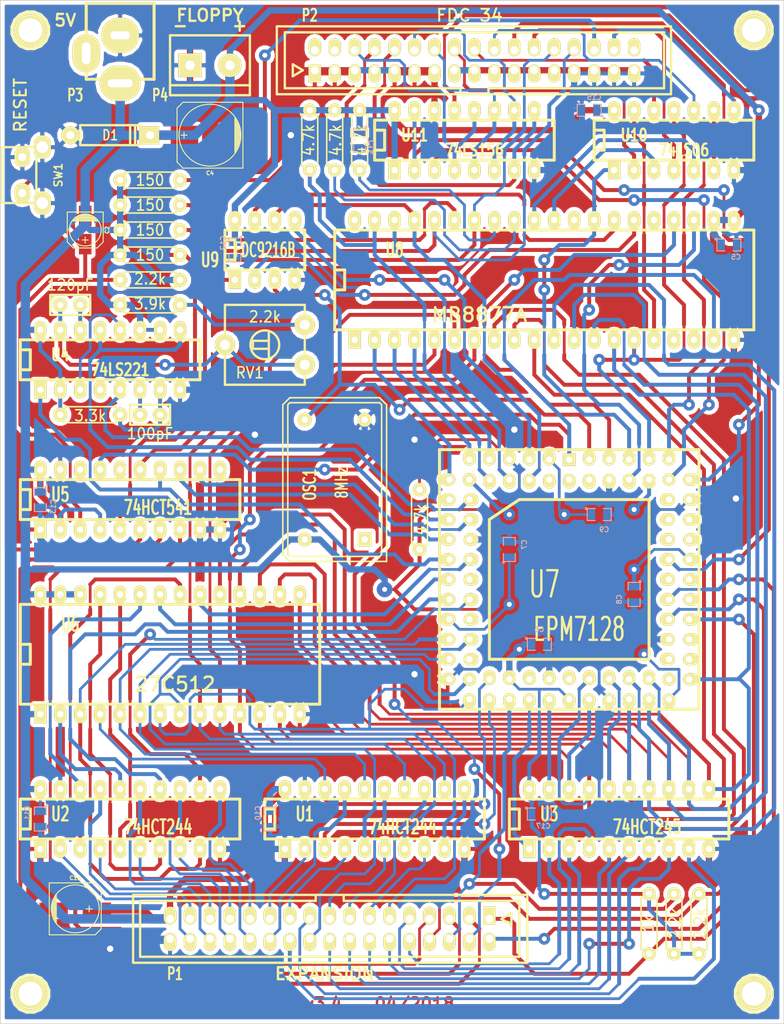
<source format=kicad_pcb>
(kicad_pcb (version 3) (host pcbnew "(2013-07-07 BZR 4022)-stable")
  (layers (15 Dessus.Cu signal) (0 Dessous.Cu signal))
  (net 0 "")
  (net 1 /1MHz)
  (net 2 /8MHz)
  (net 3 /9216_5)
  (net 4 /9216_6)
  (net 5 /A0)
  (net 6 /A0b)
  (net 7 /A1)
  (net 8 /A10)
  (net 9 /A10b)
  (net 10 /A11)
  (net 11 /A11b)
  (net 12 /A12)
  (net 13 /A12b)
  (net 14 /A13)
  (net 15 /A13b)
  (net 16 /A14)
  (net 17 /A14b)
  (net 18 /A15)
  (net 19 /A15b)
  (net 20 /A1b)
  (net 21 /A2)
  (net 22 /A2b)
  (net 23 /A3)
  (net 24 /A3b)
  (net 25 /A4)
  (net 26 /A4b)
  (net 27 /A5)
  (net 28 /A5b)
  (net 29 /A6)
  (net 30 /A6b)
  (net 31 /A7)
  (net 32 /A7b)
  (net 33 /A8)
  (net 34 /A8b)
  (net 35 /A9)
  (net 36 /A9b)
  (net 37 /A_156)
  (net 38 /B_156)
  (net 39 /CE_ROM)
  (net 40 /CS8877)
  (net 41 /D0)
  (net 42 /D0b)
  (net 43 /D1)
  (net 44 /D1b)
  (net 45 /D2)
  (net 46 /D2b)
  (net 47 /D3)
  (net 48 /D3b)
  (net 49 /D4)
  (net 50 /D4b)
  (net 51 /D5)
  (net 52 /D5b)
  (net 53 /D6)
  (net 54 /D6b)
  (net 55 /D7)
  (net 56 /D7b)
  (net 57 /DIR)
  (net 58 /DRQ8877)
  (net 59 /D_245)
  (net 60 /E_245)
  (net 61 /G_156)
  (net 62 /HLD)
  (net 63 /HLT)
  (net 64 "/I/O ctr")
  (net 65 /INDEX)
  (net 66 /IO)
  (net 67 /IOb)
  (net 68 /IRQ)
  (net 69 /IRQ8877)
  (net 70 /MAP)
  (net 71 /MOT_ON)
  (net 72 /OE_ROM)
  (net 73 /PHI13)
  (net 74 /PHI2)
  (net 75 /PHI2b)
  (net 76 /PHI5)
  (net 77 /RDATA)
  (net 78 /RE8877)
  (net 79 /ROMDIS)
  (net 80 /RST)
  (net 81 /RW)
  (net 82 /RWb)
  (net 83 /SEL0)
  (net 84 /SEL1)
  (net 85 /SEL2)
  (net 86 /SEL3)
  (net 87 /SIDE)
  (net 88 /SS)
  (net 89 /STEP)
  (net 90 /STEP8877)
  (net 91 /TRK0)
  (net 92 /WDATA)
  (net 93 /WE8877)
  (net 94 /WEN)
  (net 95 /WPROT)
  (net 96 GND)
  (net 97 N-00000106)
  (net 98 N-00000107)
  (net 99 N-00000143)
  (net 100 N-00000144)
  (net 101 N-000002)
  (net 102 N-0000027)
  (net 103 N-0000028)
  (net 104 N-000004)
  (net 105 N-0000056)
  (net 106 N-0000057)
  (net 107 N-0000058)
  (net 108 N-0000091)
  (net 109 N-0000092)
  (net 110 N-0000093)
  (net 111 N-0000094)
  (net 112 VCC)
  (module JACK_ALIM (layer Dessus.Cu) (at 107.315 38.227 270)
    (fp_text reference P3)
    (fp_text value 5V hide)
    (pad 2 thru_hole oval (at 0 0 270) (size 4.5 4.8006) (drill oval 1.016 2.5) (layers *.Cu *.Mask Dessus.SilkS) (net 96 GND))
    (pad 1 thru_hole oval (at 6.096 0 270) (size 4.5 5.2) (drill oval 1.016 3.2) (layers *.Cu *.Mask Dessus.SilkS) (net 112 VCC))
    (pad 3 thru_hole oval (at 2.286 4.318 270) (size 4.8006 3.5) (drill oval 2.8 1.1) (layers *.Cu *.Mask Dessus.SilkS))
  )
  (module SW_PUSH_vert7 (layer Dessus.Cu) (at 97.155 56.007 270)
    (fp_text reference SW1)
    (fp_text value RESET)
    (pad 3 thru_hole oval (at 3.556 -0.254 270) (size 3 2.2) (drill 1.5) (layers *.Cu *.Mask Dessus.SilkS) (net 96 GND))
    (pad 2 thru_hole oval (at 2.286 2.286 270) (size 2.54 2) (drill 1.016) (layers *.Cu *.Mask Dessus.SilkS) (net 104 N-000004))
    (pad 1 thru_hole oval (at -2.286 2.286 270) (size 2.54 2) (drill 1.016) (layers *.Cu *.Mask Dessus.SilkS) (net 96 GND))
    (pad 3 thru_hole oval (at -3.556 -0.254 270) (size 3 2.2) (drill 1.5) (layers *.Cu *.Mask Dessus.SilkS) (net 96 GND))
  )
  (module HE10_34E (layer Dessus.Cu) (at 133.985 151.892 180)
    (fp_text reference P1)
    (fp_text value EXPANSION)
    (pad 1 thru_hole rect (at -20.32 1.27 180) (size 1.6 2.3) (drill 1.016 (offset 0 0.4)) (layers *.Cu *.Mask Dessus.SilkS) (net 70 /MAP))
    (pad 2 thru_hole oval (at -20.32 -1.27 180) (size 1.6 2.3) (drill 1.016 (offset 0 -0.4)) (layers *.Cu *.Mask Dessus.SilkS) (net 79 /ROMDIS))
    (pad 3 thru_hole oval (at -17.78 1.27 180) (size 1.6 2.3) (drill 1.016 (offset 0 0.4)) (layers *.Cu *.Mask Dessus.SilkS) (net 74 /PHI2))
    (pad 4 thru_hole oval (at -17.78 -1.27 180) (size 1.6 2.3) (drill 1.016 (offset 0 -0.4)) (layers *.Cu *.Mask Dessus.SilkS) (net 80 /RST))
    (pad 5 thru_hole oval (at -15.24 1.27 180) (size 1.6 2.3) (drill 1.016 (offset 0 0.4)) (layers *.Cu *.Mask Dessus.SilkS) (net 66 /IO))
    (pad 6 thru_hole oval (at -15.24 -1.27 180) (size 1.6 2.3) (drill 1.016 (offset 0 -0.4)) (layers *.Cu *.Mask Dessus.SilkS) (net 64 "/I/O ctr"))
    (pad 7 thru_hole oval (at -12.7 1.27 180) (size 1.6 2.3) (drill 1.016 (offset 0 0.4)) (layers *.Cu *.Mask Dessus.SilkS) (net 81 /RW))
    (pad 8 thru_hole oval (at -12.7 -1.27 180) (size 1.6 2.3) (drill 1.016 (offset 0 -0.4)) (layers *.Cu *.Mask Dessus.SilkS) (net 68 /IRQ))
    (pad 9 thru_hole oval (at -10.16 1.27 180) (size 1.6 2.3) (drill 1.016 (offset 0 0.4)) (layers *.Cu *.Mask Dessus.SilkS) (net 45 /D2))
    (pad 10 thru_hole oval (at -10.16 -1.27 180) (size 1.6 2.3) (drill 1.016 (offset 0 -0.4)) (layers *.Cu *.Mask Dessus.SilkS) (net 41 /D0))
    (pad 11 thru_hole oval (at -7.62 1.27 180) (size 1.6 2.3) (drill 1.016 (offset 0 0.4)) (layers *.Cu *.Mask Dessus.SilkS) (net 23 /A3))
    (pad 12 thru_hole oval (at -7.62 -1.27 180) (size 1.6 2.3) (drill 1.016 (offset 0 -0.4)) (layers *.Cu *.Mask Dessus.SilkS) (net 43 /D1))
    (pad 13 thru_hole oval (at -5.08 1.27 180) (size 1.6 2.3) (drill 1.016 (offset 0 0.4)) (layers *.Cu *.Mask Dessus.SilkS) (net 5 /A0))
    (pad 14 thru_hole oval (at -5.08 -1.27 180) (size 1.6 2.3) (drill 1.016 (offset 0 -0.4)) (layers *.Cu *.Mask Dessus.SilkS) (net 53 /D6))
    (pad 15 thru_hole oval (at -2.54 1.27 180) (size 1.6 2.3) (drill 1.016 (offset 0 0.4)) (layers *.Cu *.Mask Dessus.SilkS) (net 7 /A1))
    (pad 16 thru_hole oval (at -2.54 -1.27 180) (size 1.6 2.3) (drill 1.016 (offset 0 -0.4)) (layers *.Cu *.Mask Dessus.SilkS) (net 47 /D3))
    (pad 17 thru_hole oval (at 0 1.27 180) (size 1.6 2.3) (drill 1.016 (offset 0 0.4)) (layers *.Cu *.Mask Dessus.SilkS) (net 21 /A2))
    (pad 18 thru_hole oval (at 0 -1.27 180) (size 1.6 2.3) (drill 1.016 (offset 0 -0.4)) (layers *.Cu *.Mask Dessus.SilkS) (net 49 /D4))
    (pad 19 thru_hole oval (at 2.54 1.27 180) (size 1.6 2.3) (drill 1.016 (offset 0 0.4)) (layers *.Cu *.Mask Dessus.SilkS) (net 51 /D5))
    (pad 20 thru_hole oval (at 2.54 -1.27 180) (size 1.6 2.3) (drill 1.016 (offset 0 -0.4)) (layers *.Cu *.Mask Dessus.SilkS) (net 25 /A4))
    (pad 21 thru_hole oval (at 5.08 1.27 180) (size 1.6 2.3) (drill 1.016 (offset 0 0.4)) (layers *.Cu *.Mask Dessus.SilkS) (net 27 /A5))
    (pad 22 thru_hole oval (at 5.08 -1.27 180) (size 1.6 2.3) (drill 1.016 (offset 0 -0.4)) (layers *.Cu *.Mask Dessus.SilkS) (net 55 /D7))
    (pad 23 thru_hole oval (at 7.62 1.27 180) (size 1.6 2.3) (drill 1.016 (offset 0 0.4)) (layers *.Cu *.Mask Dessus.SilkS) (net 29 /A6))
    (pad 24 thru_hole oval (at 7.62 -1.27 180) (size 1.6 2.3) (drill 1.016 (offset 0 -0.4)) (layers *.Cu *.Mask Dessus.SilkS) (net 18 /A15))
    (pad 25 thru_hole oval (at 10.16 1.27 180) (size 1.6 2.3) (drill 1.016 (offset 0 0.4)) (layers *.Cu *.Mask Dessus.SilkS) (net 31 /A7))
    (pad 26 thru_hole oval (at 10.16 -1.27 180) (size 1.6 2.3) (drill 1.016 (offset 0 -0.4)) (layers *.Cu *.Mask Dessus.SilkS) (net 16 /A14))
    (pad 27 thru_hole oval (at 12.7 1.27 180) (size 1.6 2.3) (drill 1.016 (offset 0 0.4)) (layers *.Cu *.Mask Dessus.SilkS) (net 33 /A8))
    (pad 28 thru_hole oval (at 12.7 -1.27 180) (size 1.6 2.3) (drill 1.016 (offset 0 -0.4)) (layers *.Cu *.Mask Dessus.SilkS) (net 14 /A13))
    (pad 29 thru_hole oval (at 15.24 1.27 180) (size 1.6 2.3) (drill 1.016 (offset 0 0.4)) (layers *.Cu *.Mask Dessus.SilkS) (net 35 /A9))
    (pad 30 thru_hole oval (at 15.24 -1.27 180) (size 1.6 2.3) (drill 1.016 (offset 0 -0.4)) (layers *.Cu *.Mask Dessus.SilkS) (net 12 /A12))
    (pad 31 thru_hole oval (at 17.78 1.27 180) (size 1.6 2.3) (drill 1.016 (offset 0 0.4)) (layers *.Cu *.Mask Dessus.SilkS) (net 8 /A10))
    (pad 32 thru_hole oval (at 17.78 -1.27 180) (size 1.6 2.3) (drill 1.016 (offset 0 -0.4)) (layers *.Cu *.Mask Dessus.SilkS) (net 10 /A11))
    (pad 33 thru_hole oval (at 20.32 1.27 180) (size 1.6 2.3) (drill 1.016 (offset 0 0.4)) (layers *.Cu *.Mask Dessus.SilkS) (net 112 VCC))
    (pad 34 thru_hole oval (at 20.32 -1.27 180) (size 1.6 2.3) (drill 1.016 (offset 0 -0.4)) (layers *.Cu *.Mask Dessus.SilkS) (net 96 GND))
  )
  (module HE10_34E (layer Dessus.Cu) (at 152.4 41.402)
    (fp_text reference P2)
    (fp_text value "FDC 34")
    (pad 1 thru_hole rect (at -20.32 1.27) (size 1.6 2.3) (drill 1.016 (offset 0 0.4)) (layers *.Cu *.Mask Dessus.SilkS) (net 96 GND))
    (pad 2 thru_hole oval (at -20.32 -1.27) (size 1.6 2.3) (drill 1.016 (offset 0 -0.4)) (layers *.Cu *.Mask Dessus.SilkS))
    (pad 3 thru_hole oval (at -17.78 1.27) (size 1.6 2.3) (drill 1.016 (offset 0 0.4)) (layers *.Cu *.Mask Dessus.SilkS) (net 96 GND))
    (pad 4 thru_hole oval (at -17.78 -1.27) (size 1.6 2.3) (drill 1.016 (offset 0 -0.4)) (layers *.Cu *.Mask Dessus.SilkS))
    (pad 5 thru_hole oval (at -15.24 1.27) (size 1.6 2.3) (drill 1.016 (offset 0 0.4)) (layers *.Cu *.Mask Dessus.SilkS) (net 96 GND))
    (pad 6 thru_hole oval (at -15.24 -1.27) (size 1.6 2.3) (drill 1.016 (offset 0 -0.4)) (layers *.Cu *.Mask Dessus.SilkS) (net 86 /SEL3))
    (pad 7 thru_hole oval (at -12.7 1.27) (size 1.6 2.3) (drill 1.016 (offset 0 0.4)) (layers *.Cu *.Mask Dessus.SilkS) (net 96 GND))
    (pad 8 thru_hole oval (at -12.7 -1.27) (size 1.6 2.3) (drill 1.016 (offset 0 -0.4)) (layers *.Cu *.Mask Dessus.SilkS) (net 65 /INDEX))
    (pad 9 thru_hole oval (at -10.16 1.27) (size 1.6 2.3) (drill 1.016 (offset 0 0.4)) (layers *.Cu *.Mask Dessus.SilkS) (net 96 GND))
    (pad 10 thru_hole oval (at -10.16 -1.27) (size 1.6 2.3) (drill 1.016 (offset 0 -0.4)) (layers *.Cu *.Mask Dessus.SilkS) (net 83 /SEL0))
    (pad 11 thru_hole oval (at -7.62 1.27) (size 1.6 2.3) (drill 1.016 (offset 0 0.4)) (layers *.Cu *.Mask Dessus.SilkS) (net 96 GND))
    (pad 12 thru_hole oval (at -7.62 -1.27) (size 1.6 2.3) (drill 1.016 (offset 0 -0.4)) (layers *.Cu *.Mask Dessus.SilkS) (net 84 /SEL1))
    (pad 13 thru_hole oval (at -5.08 1.27) (size 1.6 2.3) (drill 1.016 (offset 0 0.4)) (layers *.Cu *.Mask Dessus.SilkS) (net 96 GND))
    (pad 14 thru_hole oval (at -5.08 -1.27) (size 1.6 2.3) (drill 1.016 (offset 0 -0.4)) (layers *.Cu *.Mask Dessus.SilkS) (net 85 /SEL2))
    (pad 15 thru_hole oval (at -2.54 1.27) (size 1.6 2.3) (drill 1.016 (offset 0 0.4)) (layers *.Cu *.Mask Dessus.SilkS) (net 96 GND))
    (pad 16 thru_hole oval (at -2.54 -1.27) (size 1.6 2.3) (drill 1.016 (offset 0 -0.4)) (layers *.Cu *.Mask Dessus.SilkS) (net 71 /MOT_ON))
    (pad 17 thru_hole oval (at 0 1.27) (size 1.6 2.3) (drill 1.016 (offset 0 0.4)) (layers *.Cu *.Mask Dessus.SilkS) (net 96 GND))
    (pad 18 thru_hole oval (at 0 -1.27) (size 1.6 2.3) (drill 1.016 (offset 0 -0.4)) (layers *.Cu *.Mask Dessus.SilkS) (net 57 /DIR))
    (pad 19 thru_hole oval (at 2.54 1.27) (size 1.6 2.3) (drill 1.016 (offset 0 0.4)) (layers *.Cu *.Mask Dessus.SilkS) (net 96 GND))
    (pad 20 thru_hole oval (at 2.54 -1.27) (size 1.6 2.3) (drill 1.016 (offset 0 -0.4)) (layers *.Cu *.Mask Dessus.SilkS) (net 89 /STEP))
    (pad 21 thru_hole oval (at 5.08 1.27) (size 1.6 2.3) (drill 1.016 (offset 0 0.4)) (layers *.Cu *.Mask Dessus.SilkS) (net 96 GND))
    (pad 22 thru_hole oval (at 5.08 -1.27) (size 1.6 2.3) (drill 1.016 (offset 0 -0.4)) (layers *.Cu *.Mask Dessus.SilkS) (net 92 /WDATA))
    (pad 23 thru_hole oval (at 7.62 1.27) (size 1.6 2.3) (drill 1.016 (offset 0 0.4)) (layers *.Cu *.Mask Dessus.SilkS) (net 96 GND))
    (pad 24 thru_hole oval (at 7.62 -1.27) (size 1.6 2.3) (drill 1.016 (offset 0 -0.4)) (layers *.Cu *.Mask Dessus.SilkS) (net 94 /WEN))
    (pad 25 thru_hole oval (at 10.16 1.27) (size 1.6 2.3) (drill 1.016 (offset 0 0.4)) (layers *.Cu *.Mask Dessus.SilkS) (net 96 GND))
    (pad 26 thru_hole oval (at 10.16 -1.27) (size 1.6 2.3) (drill 1.016 (offset 0 -0.4)) (layers *.Cu *.Mask Dessus.SilkS) (net 91 /TRK0))
    (pad 27 thru_hole oval (at 12.7 1.27) (size 1.6 2.3) (drill 1.016 (offset 0 0.4)) (layers *.Cu *.Mask Dessus.SilkS) (net 96 GND))
    (pad 28 thru_hole oval (at 12.7 -1.27) (size 1.6 2.3) (drill 1.016 (offset 0 -0.4)) (layers *.Cu *.Mask Dessus.SilkS) (net 95 /WPROT))
    (pad 29 thru_hole oval (at 15.24 1.27) (size 1.6 2.3) (drill 1.016 (offset 0 0.4)) (layers *.Cu *.Mask Dessus.SilkS) (net 96 GND))
    (pad 30 thru_hole oval (at 15.24 -1.27) (size 1.6 2.3) (drill 1.016 (offset 0 -0.4)) (layers *.Cu *.Mask Dessus.SilkS) (net 77 /RDATA))
    (pad 31 thru_hole oval (at 17.78 1.27) (size 1.6 2.3) (drill 1.016 (offset 0 0.4)) (layers *.Cu *.Mask Dessus.SilkS) (net 96 GND))
    (pad 32 thru_hole oval (at 17.78 -1.27) (size 1.6 2.3) (drill 1.016 (offset 0 -0.4)) (layers *.Cu *.Mask Dessus.SilkS) (net 87 /SIDE))
    (pad 33 thru_hole oval (at 20.32 1.27) (size 1.6 2.3) (drill 1.016 (offset 0 0.4)) (layers *.Cu *.Mask Dessus.SilkS) (net 96 GND))
    (pad 34 thru_hole oval (at 20.32 -1.27) (size 1.6 2.3) (drill 1.016 (offset 0 -0.4)) (layers *.Cu *.Mask Dessus.SilkS))
  )
  (module R3 (layer Dessus.Cu) (at 137.795 51.562 90)
    (fp_text reference R4 hide)
    (fp_text value 4.7k)
    (pad 1 thru_hole circle (at -3.81 0 90) (size 1.7 1.7) (drill 0.8128) (layers *.Cu *.Mask Dessus.SilkS) (net 97 N-00000106))
    (pad 2 thru_hole circle (at 3.81 0 90) (size 1.7 1.7) (drill 0.8128) (layers *.Cu *.Mask Dessus.SilkS) (net 112 VCC))
  )
  (module R3 (layer Dessus.Cu) (at 111.125 72.517 180)
    (fp_text reference R3 hide)
    (fp_text value 3.9k)
    (pad 1 thru_hole circle (at -3.81 0 180) (size 1.8 1.8) (drill 0.8128) (layers *.Cu *.Mask Dessus.SilkS) (net 102 N-0000027))
    (pad 2 thru_hole circle (at 3.81 0 180) (size 1.8 1.8) (drill 0.8128) (layers *.Cu *.Mask Dessus.SilkS) (net 112 VCC))
  )
  (module R3 (layer Dessus.Cu) (at 103.505 86.487)
    (fp_text reference R1 hide)
    (fp_text value 3.3k)
    (pad 1 thru_hole circle (at -3.81 0) (size 1.8 1.8) (drill 0.8128) (layers *.Cu *.Mask Dessus.SilkS) (net 112 VCC))
    (pad 2 thru_hole circle (at 3.81 0) (size 1.8 1.8) (drill 0.8128) (layers *.Cu *.Mask Dessus.SilkS) (net 108 N-0000091))
  )
  (module R3 (layer Dessus.Cu) (at 111.125 69.342 180)
    (fp_text reference R2 hide)
    (fp_text value 2.2k)
    (pad 1 thru_hole circle (at -3.81 0 180) (size 1.8 1.8) (drill 0.8128) (layers *.Cu *.Mask Dessus.SilkS) (net 112 VCC))
    (pad 2 thru_hole circle (at 3.81 0 180) (size 1.8 1.8) (drill 0.8128) (layers *.Cu *.Mask Dessus.SilkS) (net 104 N-000004))
  )
  (module R3 (layer Dessus.Cu) (at 111.125 66.167)
    (fp_text reference R5 hide)
    (fp_text value 150)
    (pad 1 thru_hole circle (at -3.81 0) (size 1.7 1.7) (drill 0.8128) (layers *.Cu *.Mask Dessus.SilkS) (net 112 VCC))
    (pad 2 thru_hole circle (at 3.81 0) (size 1.7 1.7) (drill 0.8128) (layers *.Cu *.Mask Dessus.SilkS) (net 77 /RDATA))
  )
  (module R3 (layer Dessus.Cu) (at 111.125 59.817)
    (fp_text reference R6 hide)
    (fp_text value 150)
    (pad 1 thru_hole circle (at -3.81 0) (size 1.7 1.7) (drill 0.8128) (layers *.Cu *.Mask Dessus.SilkS) (net 112 VCC))
    (pad 2 thru_hole circle (at 3.81 0) (size 1.7 1.7) (drill 0.8128) (layers *.Cu *.Mask Dessus.SilkS) (net 95 /WPROT))
  )
  (module R3 (layer Dessus.Cu) (at 111.125 62.992)
    (fp_text reference R7 hide)
    (fp_text value 150)
    (pad 1 thru_hole circle (at -3.81 0) (size 1.7 1.7) (drill 0.8128) (layers *.Cu *.Mask Dessus.SilkS) (net 112 VCC))
    (pad 2 thru_hole circle (at 3.81 0) (size 1.7 1.7) (drill 0.8128) (layers *.Cu *.Mask Dessus.SilkS) (net 91 /TRK0))
  )
  (module R3 (layer Dessus.Cu) (at 111.125 56.642)
    (fp_text reference R8 hide)
    (fp_text value 150)
    (pad 1 thru_hole circle (at -3.81 0) (size 1.7 1.7) (drill 0.8128) (layers *.Cu *.Mask Dessus.SilkS) (net 112 VCC))
    (pad 2 thru_hole circle (at 3.81 0) (size 1.7 1.7) (drill 0.8128) (layers *.Cu *.Mask Dessus.SilkS) (net 65 /INDEX))
  )
  (module PLCC84 (layer Dessus.Cu) (at 164.465 107.442 270)
    (fp_text reference U7)
    (fp_text value EPM7128)
    (pad 1 thru_hole rect (at -15.24 0 270) (size 1.6 1.6) (drill 0.8128) (layers *.Cu *.Mask Dessus.SilkS) (net 80 /RST))
    (pad 2 thru_hole oval (at -12.7 0 270) (size 1.9 1.6) (drill 0.8128 (offset 0.2 0)) (layers *.Cu *.Mask Dessus.SilkS))
    (pad 3 thru_hole oval (at -15.24 2.54 270) (size 1.9 1.6) (drill 0.8128 (offset -0.2 0)) (layers *.Cu *.Mask Dessus.SilkS) (net 112 VCC))
    (pad 4 thru_hole oval (at -12.7 2.54 270) (size 1.9 1.6) (drill 0.8128 (offset 0.2 0)) (layers *.Cu *.Mask Dessus.SilkS))
    (pad 5 thru_hole oval (at -15.24 5.08 270) (size 1.9 1.6) (drill 0.8128 (offset -0.2 0)) (layers *.Cu *.Mask Dessus.SilkS) (net 3 /9216_5))
    (pad 6 thru_hole oval (at -12.7 5.08 270) (size 1.9 1.6) (drill 0.8128 (offset 0.2 0)) (layers *.Cu *.Mask Dessus.SilkS) (net 4 /9216_6))
    (pad 7 thru_hole oval (at -15.24 7.62 270) (size 1.9 1.6) (drill 0.8128 (offset -0.2 0)) (layers *.Cu *.Mask Dessus.SilkS) (net 96 GND))
    (pad 8 thru_hole oval (at -12.7 7.62 270) (size 1.9 1.6) (drill 0.8128 (offset 0.2 0)) (layers *.Cu *.Mask Dessus.SilkS) (net 58 /DRQ8877))
    (pad 9 thru_hole oval (at -15.24 10.16 270) (size 1.9 1.6) (drill 0.8128 (offset -0.2 0)) (layers *.Cu *.Mask Dessus.SilkS) (net 69 /IRQ8877))
    (pad 10 thru_hole oval (at -12.7 10.16 270) (size 1.9 1.6) (drill 0.8128 (offset 0.2 0)) (layers *.Cu *.Mask Dessus.SilkS) (net 78 /RE8877))
    (pad 11 thru_hole oval (at -15.24 12.7 270) (size 1.9 1.6) (drill 0.8128 (offset -0.2 0)) (layers *.Cu *.Mask Dessus.SilkS) (net 40 /CS8877))
    (pad 12 thru_hole oval (at -12.7 15.24 270) (size 1.6 1.9) (drill 0.8128 (offset 0 0.2)) (layers *.Cu *.Mask Dessus.SilkS) (net 93 /WE8877))
    (pad 13 thru_hole circle (at -12.7 12.7 270) (size 1.7 1.7) (drill 0.8128) (layers *.Cu *.Mask Dessus.SilkS) (net 112 VCC))
    (pad 14 thru_hole oval (at -10.16 15.24 270) (size 1.6 1.9) (drill 0.8128 (offset 0 0.2)) (layers *.Cu *.Mask Dessus.SilkS))
    (pad 15 thru_hole oval (at -10.16 12.7 270) (size 1.6 1.9) (drill 0.8128 (offset 0 -0.2)) (layers *.Cu *.Mask Dessus.SilkS) (net 76 /PHI5))
    (pad 16 thru_hole oval (at -7.62 15.24 270) (size 1.6 1.9) (drill 0.8128 (offset 0 0.2)) (layers *.Cu *.Mask Dessus.SilkS) (net 73 /PHI13))
    (pad 17 thru_hole oval (at -7.62 12.7 270) (size 1.6 1.9) (drill 0.8128 (offset 0 -0.2)) (layers *.Cu *.Mask Dessus.SilkS) (net 82 /RWb))
    (pad 18 thru_hole oval (at -5.08 15.24 270) (size 1.6 1.9) (drill 0.8128 (offset 0 0.2)) (layers *.Cu *.Mask Dessus.SilkS) (net 67 /IOb))
    (pad 19 thru_hole oval (at -5.08 12.7 270) (size 1.6 1.9) (drill 0.8128 (offset 0 -0.2)) (layers *.Cu *.Mask Dessus.SilkS) (net 96 GND))
    (pad 20 thru_hole oval (at -2.54 15.24 270) (size 1.6 1.9) (drill 0.8128 (offset 0 0.2)) (layers *.Cu *.Mask Dessus.SilkS) (net 75 /PHI2b))
    (pad 21 thru_hole oval (at -2.54 12.7 270) (size 1.6 1.9) (drill 0.8128 (offset 0 -0.2)) (layers *.Cu *.Mask Dessus.SilkS) (net 39 /CE_ROM))
    (pad 22 thru_hole oval (at 0 15.24 270) (size 1.6 1.9) (drill 0.8128 (offset 0 0.2)) (layers *.Cu *.Mask Dessus.SilkS) (net 72 /OE_ROM))
    (pad 23 thru_hole oval (at 0 12.7 270) (size 1.6 1.9) (drill 0.8128 (offset 0 -0.2)) (layers *.Cu *.Mask Dessus.SilkS))
    (pad 24 thru_hole oval (at 2.54 15.24 270) (size 1.6 1.9) (drill 0.8128 (offset 0 0.2)) (layers *.Cu *.Mask Dessus.SilkS) (net 15 /A13b))
    (pad 25 thru_hole oval (at 2.54 12.7 270) (size 1.6 1.9) (drill 0.8128 (offset 0 -0.2)) (layers *.Cu *.Mask Dessus.SilkS) (net 17 /A14b))
    (pad 26 thru_hole oval (at 5.08 15.24 270) (size 1.6 1.9) (drill 0.8128 (offset 0 0.2)) (layers *.Cu *.Mask Dessus.SilkS) (net 112 VCC))
    (pad 27 thru_hole oval (at 5.08 12.7 270) (size 1.6 1.9) (drill 0.8128 (offset 0 -0.2)) (layers *.Cu *.Mask Dessus.SilkS))
    (pad 28 thru_hole oval (at 7.62 15.24 270) (size 1.6 1.9) (drill 0.8128 (offset 0 0.2)) (layers *.Cu *.Mask Dessus.SilkS) (net 32 /A7b))
    (pad 29 thru_hole oval (at 7.62 12.7 270) (size 1.6 1.9) (drill 0.8128 (offset 0 -0.2)) (layers *.Cu *.Mask Dessus.SilkS) (net 28 /A5b))
    (pad 30 thru_hole oval (at 10.16 15.24 270) (size 1.6 1.9) (drill 0.8128 (offset 0 0.2)) (layers *.Cu *.Mask Dessus.SilkS) (net 26 /A4b))
    (pad 31 thru_hole oval (at 10.16 12.7 270) (size 1.6 1.9) (drill 0.8128 (offset 0 -0.2)) (layers *.Cu *.Mask Dessus.SilkS))
    (pad 32 thru_hole oval (at 12.7 15.24 270) (size 1.6 1.9) (drill 0.8128 (offset 0 0.2)) (layers *.Cu *.Mask Dessus.SilkS) (net 96 GND))
    (pad 33 thru_hole oval (at 15.24 12.7 270) (size 1.9 1.6) (drill 0.8128 (offset 0.2 0)) (layers *.Cu *.Mask Dessus.SilkS) (net 24 /A3b))
    (pad 34 thru_hole circle (at 12.7 12.7 270) (size 1.65 1.65) (drill 0.8128) (layers *.Cu *.Mask Dessus.SilkS) (net 22 /A2b))
    (pad 35 thru_hole oval (at 15.24 10.16 270) (size 1.9 1.6) (drill 0.8128 (offset 0.2 0)) (layers *.Cu *.Mask Dessus.SilkS) (net 19 /A15b))
    (pad 36 thru_hole oval (at 12.7 10.16 270) (size 1.9 1.6) (drill 0.8128 (offset -0.2 0)) (layers *.Cu *.Mask Dessus.SilkS) (net 30 /A6b))
    (pad 37 thru_hole oval (at 15.24 7.62 270) (size 1.9 1.6) (drill 0.8128 (offset 0.2 0)) (layers *.Cu *.Mask Dessus.SilkS) (net 64 "/I/O ctr"))
    (pad 38 thru_hole oval (at 12.7 7.62 270) (size 1.9 1.6) (drill 0.8128 (offset -0.2 0)) (layers *.Cu *.Mask Dessus.SilkS) (net 112 VCC))
    (pad 39 thru_hole oval (at 15.24 5.08 270) (size 1.9 1.6) (drill 0.8128 (offset 0.2 0)) (layers *.Cu *.Mask Dessus.SilkS) (net 59 /D_245))
    (pad 40 thru_hole oval (at 12.7 5.08 270) (size 1.9 1.6) (drill 0.8128 (offset -0.2 0)) (layers *.Cu *.Mask Dessus.SilkS))
    (pad 41 thru_hole oval (at 15.24 2.54 270) (size 1.9 1.6) (drill 0.8128 (offset 0.2 0)) (layers *.Cu *.Mask Dessus.SilkS) (net 60 /E_245))
    (pad 42 thru_hole oval (at 12.7 2.54 270) (size 1.9 1.6) (drill 0.8128 (offset -0.2 0)) (layers *.Cu *.Mask Dessus.SilkS) (net 96 GND))
    (pad 43 thru_hole oval (at 15.24 0 270) (size 1.9 1.6) (drill 0.8128 (offset 0.2 0)) (layers *.Cu *.Mask Dessus.SilkS) (net 112 VCC))
    (pad 44 thru_hole oval (at 12.7 0 270) (size 1.9 1.6) (drill 0.8128 (offset -0.2 0)) (layers *.Cu *.Mask Dessus.SilkS))
    (pad 45 thru_hole oval (at 15.24 -2.54 270) (size 1.9 1.6) (drill 0.8128 (offset 0.2 0)) (layers *.Cu *.Mask Dessus.SilkS) (net 42 /D0b))
    (pad 46 thru_hole oval (at 12.7 -2.54 270) (size 1.9 1.6) (drill 0.8128 (offset -0.2 0)) (layers *.Cu *.Mask Dessus.SilkS) (net 44 /D1b))
    (pad 47 thru_hole oval (at 15.24 -5.08 270) (size 1.9 1.6) (drill 0.8128 (offset 0.2 0)) (layers *.Cu *.Mask Dessus.SilkS) (net 96 GND))
    (pad 48 thru_hole oval (at 12.7 -5.08 270) (size 1.9 1.6) (drill 0.8128 (offset -0.2 0)) (layers *.Cu *.Mask Dessus.SilkS) (net 46 /D2b))
    (pad 49 thru_hole oval (at 15.24 -7.62 270) (size 1.9 1.6) (drill 0.8128 (offset 0.2 0)) (layers *.Cu *.Mask Dessus.SilkS) (net 48 /D3b))
    (pad 50 thru_hole oval (at 12.7 -7.62 270) (size 1.9 1.6) (drill 0.8128 (offset -0.2 0)) (layers *.Cu *.Mask Dessus.SilkS) (net 50 /D4b))
    (pad 51 thru_hole oval (at 15.24 -10.16 270) (size 1.9 1.6) (drill 0.8128 (offset 0.2 0)) (layers *.Cu *.Mask Dessus.SilkS) (net 52 /D5b))
    (pad 52 thru_hole oval (at 12.7 -10.16 270) (size 1.9 1.6) (drill 0.8128 (offset -0.2 0)) (layers *.Cu *.Mask Dessus.SilkS) (net 54 /D6b))
    (pad 53 thru_hole oval (at 15.24 -12.7 270) (size 1.9 1.6) (drill 0.8128 (offset 0.2 0)) (layers *.Cu *.Mask Dessus.SilkS) (net 112 VCC))
    (pad 54 thru_hole oval (at 12.7 -15.24 270) (size 1.6 1.9) (drill 0.8128 (offset 0 -0.2)) (layers *.Cu *.Mask Dessus.SilkS) (net 56 /D7b))
    (pad 55 thru_hole circle (at 12.7 -12.7 270) (size 1.65 1.65) (drill 0.8128) (layers *.Cu *.Mask Dessus.SilkS))
    (pad 56 thru_hole oval (at 10.16 -15.24 270) (size 1.6 1.9) (drill 0.8128 (offset 0 -0.2)) (layers *.Cu *.Mask Dessus.SilkS))
    (pad 57 thru_hole oval (at 10.16 -12.7 270) (size 1.6 1.9) (drill 0.8128 (offset 0 0.2)) (layers *.Cu *.Mask Dessus.SilkS))
    (pad 58 thru_hole oval (at 7.62 -15.24 270) (size 1.6 1.9) (drill 0.8128 (offset 0 -0.2)) (layers *.Cu *.Mask Dessus.SilkS))
    (pad 59 thru_hole oval (at 7.62 -12.7 270) (size 1.6 1.9) (drill 0.8128 (offset 0 0.2)) (layers *.Cu *.Mask Dessus.SilkS) (net 96 GND))
    (pad 60 thru_hole oval (at 5.08 -15.24 270) (size 1.6 1.9) (drill 0.8128 (offset 0 -0.2)) (layers *.Cu *.Mask Dessus.SilkS) (net 68 /IRQ))
    (pad 61 thru_hole oval (at 5.08 -12.7 270) (size 1.6 1.9) (drill 0.8128 (offset 0 0.2)) (layers *.Cu *.Mask Dessus.SilkS) (net 79 /ROMDIS))
    (pad 62 thru_hole oval (at 2.54 -15.24 270) (size 1.6 1.9) (drill 0.8128 (offset 0 -0.2)) (layers *.Cu *.Mask Dessus.SilkS))
    (pad 63 thru_hole oval (at 2.54 -12.7 270) (size 1.6 1.9) (drill 0.8128 (offset 0 0.2)) (layers *.Cu *.Mask Dessus.SilkS) (net 70 /MAP))
    (pad 64 thru_hole oval (at 0 -15.24 270) (size 1.6 1.9) (drill 0.8128 (offset 0 -0.2)) (layers *.Cu *.Mask Dessus.SilkS))
    (pad 65 thru_hole oval (at 0 -12.7 270) (size 1.6 1.9) (drill 0.8128 (offset 0 0.2)) (layers *.Cu *.Mask Dessus.SilkS))
    (pad 66 thru_hole oval (at -2.54 -15.24 270) (size 1.6 1.9) (drill 0.8128 (offset 0 -0.2)) (layers *.Cu *.Mask Dessus.SilkS) (net 112 VCC))
    (pad 67 thru_hole oval (at -2.54 -12.7 270) (size 1.6 1.9) (drill 0.8128 (offset 0 0.2)) (layers *.Cu *.Mask Dessus.SilkS) (net 37 /A_156))
    (pad 68 thru_hole oval (at -5.08 -15.24 270) (size 1.6 1.9) (drill 0.8128 (offset 0 -0.2)) (layers *.Cu *.Mask Dessus.SilkS))
    (pad 69 thru_hole oval (at -5.08 -12.7 270) (size 1.6 1.9) (drill 0.8128 (offset 0 0.2)) (layers *.Cu *.Mask Dessus.SilkS))
    (pad 70 thru_hole oval (at -7.62 -15.24 270) (size 1.6 1.9) (drill 0.8128 (offset 0 -0.2)) (layers *.Cu *.Mask Dessus.SilkS))
    (pad 71 thru_hole oval (at -7.62 -12.7 270) (size 1.6 1.9) (drill 0.8128 (offset 0 0.2)) (layers *.Cu *.Mask Dessus.SilkS))
    (pad 72 thru_hole oval (at -10.16 -15.24 270) (size 1.6 1.9) (drill 0.8128 (offset 0 -0.2)) (layers *.Cu *.Mask Dessus.SilkS) (net 96 GND))
    (pad 73 thru_hole oval (at -10.16 -12.7 270) (size 1.6 1.9) (drill 0.8128 (offset 0 0.2)) (layers *.Cu *.Mask Dessus.SilkS))
    (pad 74 thru_hole oval (at -12.7 -15.24 270) (size 1.6 1.9) (drill 0.8128 (offset 0 -0.2)) (layers *.Cu *.Mask Dessus.SilkS) (net 61 /G_156))
    (pad 75 thru_hole oval (at -15.24 -12.7 270) (size 1.9 1.6) (drill 0.8128 (offset -0.2 0)) (layers *.Cu *.Mask Dessus.SilkS) (net 88 /SS))
    (pad 76 thru_hole circle (at -12.7 -12.7 270) (size 1.6 1.6) (drill 0.8128) (layers *.Cu *.Mask Dessus.SilkS) (net 38 /B_156))
    (pad 77 thru_hole oval (at -15.24 -10.16 270) (size 1.9 1.6) (drill 0.8128 (offset -0.2 0)) (layers *.Cu *.Mask Dessus.SilkS) (net 90 /STEP8877))
    (pad 78 thru_hole oval (at -12.7 -10.16 270) (size 1.9 1.6) (drill 0.8128 (offset 0.2 0)) (layers *.Cu *.Mask Dessus.SilkS) (net 112 VCC))
    (pad 79 thru_hole oval (at -15.24 -7.62 270) (size 1.9 1.6) (drill 0.8128 (offset -0.2 0)) (layers *.Cu *.Mask Dessus.SilkS) (net 62 /HLD))
    (pad 80 thru_hole oval (at -12.7 -7.62 270) (size 1.9 1.6) (drill 0.8128 (offset 0.2 0)) (layers *.Cu *.Mask Dessus.SilkS) (net 63 /HLT))
    (pad 81 thru_hole oval (at -15.24 -5.08 270) (size 1.9 1.6) (drill 0.8128 (offset -0.2 0)) (layers *.Cu *.Mask Dessus.SilkS) (net 1 /1MHz))
    (pad 82 thru_hole oval (at -12.7 -5.08 270) (size 1.9 1.6) (drill 0.8128 (offset 0.2 0)) (layers *.Cu *.Mask Dessus.SilkS) (net 96 GND))
    (pad 83 thru_hole oval (at -15.24 -2.54 270) (size 1.9 1.6) (drill 0.8128 (offset -0.2 0)) (layers *.Cu *.Mask Dessus.SilkS) (net 2 /8MHz))
    (pad 84 thru_hole oval (at -12.7 -2.54 270) (size 1.9 1.6) (drill 0.8128 (offset 0.2 0)) (layers *.Cu *.Mask Dessus.SilkS))
  )
  (module DIP-8__300_ELL (layer Dessus.Cu) (at 125.73 65.532)
    (fp_text reference U9)
    (fp_text value FDC9216B)
    (pad 1 thru_hole rect (at -3.81 3.81) (size 1.5748 2.286) (drill 0.8128) (layers *.Cu *.Mask Dessus.SilkS) (net 101 N-000002))
    (pad 2 thru_hole oval (at -1.27 3.81) (size 1.5748 2.286) (drill 0.8128) (layers *.Cu *.Mask Dessus.SilkS) (net 106 N-0000057))
    (pad 3 thru_hole oval (at 1.27 3.81) (size 1.5748 2.286) (drill 0.8128) (layers *.Cu *.Mask Dessus.SilkS) (net 2 /8MHz))
    (pad 4 thru_hole oval (at 3.81 3.81) (size 1.5748 2.286) (drill 0.8128) (layers *.Cu *.Mask Dessus.SilkS) (net 96 GND))
    (pad 5 thru_hole oval (at 3.81 -3.81) (size 1.5748 2.286) (drill 0.8128) (layers *.Cu *.Mask Dessus.SilkS) (net 3 /9216_5))
    (pad 6 thru_hole oval (at 1.27 -3.81) (size 1.5748 2.286) (drill 0.8128) (layers *.Cu *.Mask Dessus.SilkS) (net 4 /9216_6))
    (pad 7 thru_hole oval (at -1.27 -3.81) (size 1.5748 2.286) (drill 0.8128) (layers *.Cu *.Mask Dessus.SilkS) (net 105 N-0000056))
    (pad 8 thru_hole oval (at -3.81 -3.81) (size 1.5748 2.286) (drill 0.8128) (layers *.Cu *.Mask Dessus.SilkS) (net 112 VCC))
  )
  (module DIP-40__600_ELL (layer Dessus.Cu) (at 161.29 69.342)
    (fp_text reference U8)
    (fp_text value MB8877A)
    (pad 1 thru_hole rect (at -24.13 7.62) (size 1.5748 2.286) (drill 0.8128) (layers *.Cu *.Mask Dessus.SilkS))
    (pad 2 thru_hole oval (at -21.59 7.62) (size 1.5748 2.286) (drill 0.8128) (layers *.Cu *.Mask Dessus.SilkS) (net 93 /WE8877))
    (pad 3 thru_hole oval (at -19.05 7.62) (size 1.5748 2.286) (drill 0.8128) (layers *.Cu *.Mask Dessus.SilkS) (net 40 /CS8877))
    (pad 4 thru_hole oval (at -16.51 7.62) (size 1.5748 2.286) (drill 0.8128) (layers *.Cu *.Mask Dessus.SilkS) (net 78 /RE8877))
    (pad 5 thru_hole oval (at -13.97 7.62) (size 1.5748 2.286) (drill 0.8128) (layers *.Cu *.Mask Dessus.SilkS) (net 6 /A0b))
    (pad 6 thru_hole oval (at -11.43 7.62) (size 1.5748 2.286) (drill 0.8128) (layers *.Cu *.Mask Dessus.SilkS) (net 20 /A1b))
    (pad 7 thru_hole oval (at -8.89 7.62) (size 1.5748 2.286) (drill 0.8128) (layers *.Cu *.Mask Dessus.SilkS) (net 42 /D0b))
    (pad 8 thru_hole oval (at -6.35 7.62) (size 1.5748 2.286) (drill 0.8128) (layers *.Cu *.Mask Dessus.SilkS) (net 44 /D1b))
    (pad 9 thru_hole oval (at -3.81 7.62) (size 1.5748 2.286) (drill 0.8128) (layers *.Cu *.Mask Dessus.SilkS) (net 46 /D2b))
    (pad 10 thru_hole oval (at -1.27 7.62) (size 1.5748 2.286) (drill 0.8128) (layers *.Cu *.Mask Dessus.SilkS) (net 48 /D3b))
    (pad 11 thru_hole oval (at 1.27 7.62) (size 1.5748 2.286) (drill 0.8128) (layers *.Cu *.Mask Dessus.SilkS) (net 50 /D4b))
    (pad 12 thru_hole oval (at 3.81 7.62) (size 1.5748 2.286) (drill 0.8128) (layers *.Cu *.Mask Dessus.SilkS) (net 52 /D5b))
    (pad 13 thru_hole oval (at 6.35 7.62) (size 1.5748 2.286) (drill 0.8128) (layers *.Cu *.Mask Dessus.SilkS) (net 54 /D6b))
    (pad 14 thru_hole oval (at 8.89 7.62) (size 1.5748 2.286) (drill 0.8128) (layers *.Cu *.Mask Dessus.SilkS) (net 56 /D7b))
    (pad 15 thru_hole oval (at 11.43 7.62) (size 1.5748 2.286) (drill 0.8128) (layers *.Cu *.Mask Dessus.SilkS) (net 90 /STEP8877))
    (pad 16 thru_hole oval (at 13.97 7.62) (size 1.5748 2.286) (drill 0.8128) (layers *.Cu *.Mask Dessus.SilkS) (net 107 N-0000058))
    (pad 17 thru_hole oval (at 16.51 7.62) (size 1.5748 2.286) (drill 0.8128) (layers *.Cu *.Mask Dessus.SilkS))
    (pad 18 thru_hole oval (at 19.05 7.62) (size 1.5748 2.286) (drill 0.8128) (layers *.Cu *.Mask Dessus.SilkS))
    (pad 19 thru_hole oval (at 21.59 7.62) (size 1.5748 2.286) (drill 0.8128) (layers *.Cu *.Mask Dessus.SilkS) (net 80 /RST))
    (pad 20 thru_hole oval (at 24.13 7.62) (size 1.5748 2.286) (drill 0.8128) (layers *.Cu *.Mask Dessus.SilkS) (net 96 GND))
    (pad 21 thru_hole oval (at 24.13 -7.62) (size 1.5748 2.286) (drill 0.8128) (layers *.Cu *.Mask Dessus.SilkS) (net 112 VCC))
    (pad 22 thru_hole oval (at 21.59 -7.62) (size 1.5748 2.286) (drill 0.8128) (layers *.Cu *.Mask Dessus.SilkS) (net 112 VCC))
    (pad 23 thru_hole oval (at 19.05 -7.62) (size 1.5748 2.286) (drill 0.8128) (layers *.Cu *.Mask Dessus.SilkS) (net 63 /HLT))
    (pad 24 thru_hole oval (at 16.51 -7.62) (size 1.5748 2.286) (drill 0.8128) (layers *.Cu *.Mask Dessus.SilkS) (net 1 /1MHz))
    (pad 25 thru_hole oval (at 13.97 -7.62) (size 1.5748 2.286) (drill 0.8128) (layers *.Cu *.Mask Dessus.SilkS))
    (pad 26 thru_hole oval (at 11.43 -7.62) (size 1.5748 2.286) (drill 0.8128) (layers *.Cu *.Mask Dessus.SilkS) (net 106 N-0000057))
    (pad 27 thru_hole oval (at 8.89 -7.62) (size 1.5748 2.286) (drill 0.8128) (layers *.Cu *.Mask Dessus.SilkS) (net 105 N-0000056))
    (pad 28 thru_hole oval (at 6.35 -7.62) (size 1.5748 2.286) (drill 0.8128) (layers *.Cu *.Mask Dessus.SilkS) (net 62 /HLD))
    (pad 29 thru_hole oval (at 3.81 -7.62) (size 1.5748 2.286) (drill 0.8128) (layers *.Cu *.Mask Dessus.SilkS))
    (pad 30 thru_hole oval (at 1.27 -7.62) (size 1.5748 2.286) (drill 0.8128) (layers *.Cu *.Mask Dessus.SilkS) (net 100 N-00000144))
    (pad 31 thru_hole oval (at -1.27 -7.62) (size 1.5748 2.286) (drill 0.8128) (layers *.Cu *.Mask Dessus.SilkS) (net 99 N-00000143))
    (pad 32 thru_hole oval (at -3.81 -7.62) (size 1.5748 2.286) (drill 0.8128) (layers *.Cu *.Mask Dessus.SilkS) (net 98 N-00000107))
    (pad 33 thru_hole oval (at -6.35 -7.62) (size 1.5748 2.286) (drill 0.8128) (layers *.Cu *.Mask Dessus.SilkS) (net 97 N-00000106))
    (pad 34 thru_hole oval (at -8.89 -7.62) (size 1.5748 2.286) (drill 0.8128) (layers *.Cu *.Mask Dessus.SilkS) (net 91 /TRK0))
    (pad 35 thru_hole oval (at -11.43 -7.62) (size 1.5748 2.286) (drill 0.8128) (layers *.Cu *.Mask Dessus.SilkS) (net 65 /INDEX))
    (pad 36 thru_hole oval (at -13.97 -7.62) (size 1.5748 2.286) (drill 0.8128) (layers *.Cu *.Mask Dessus.SilkS) (net 95 /WPROT))
    (pad 37 thru_hole oval (at -16.51 -7.62) (size 1.5748 2.286) (drill 0.8128) (layers *.Cu *.Mask Dessus.SilkS) (net 4 /9216_6))
    (pad 38 thru_hole oval (at -19.05 -7.62) (size 1.5748 2.286) (drill 0.8128) (layers *.Cu *.Mask Dessus.SilkS) (net 58 /DRQ8877))
    (pad 39 thru_hole oval (at -21.59 -7.62) (size 1.5748 2.286) (drill 0.8128) (layers *.Cu *.Mask Dessus.SilkS) (net 69 /IRQ8877))
    (pad 40 thru_hole oval (at -24.13 -7.62) (size 1.5748 2.286) (drill 0.8128) (layers *.Cu *.Mask Dessus.SilkS))
  )
  (module DIP-28__600_ELL (layer Dessus.Cu) (at 113.665 116.967)
    (fp_text reference U6)
    (fp_text value 27C512)
    (pad 1 thru_hole rect (at -16.51 7.62) (size 1.5748 2.286) (drill 0.8128) (layers *.Cu *.Mask Dessus.SilkS) (net 112 VCC))
    (pad 2 thru_hole oval (at -13.97 7.62) (size 1.5748 2.286) (drill 0.8128) (layers *.Cu *.Mask Dessus.SilkS) (net 13 /A12b))
    (pad 3 thru_hole oval (at -11.43 7.62) (size 1.5748 2.286) (drill 0.8128) (layers *.Cu *.Mask Dessus.SilkS) (net 32 /A7b))
    (pad 4 thru_hole oval (at -8.89 7.62) (size 1.5748 2.286) (drill 0.8128) (layers *.Cu *.Mask Dessus.SilkS) (net 30 /A6b))
    (pad 5 thru_hole oval (at -6.35 7.62) (size 1.5748 2.286) (drill 0.8128) (layers *.Cu *.Mask Dessus.SilkS) (net 28 /A5b))
    (pad 6 thru_hole oval (at -3.81 7.62) (size 1.5748 2.286) (drill 0.8128) (layers *.Cu *.Mask Dessus.SilkS) (net 26 /A4b))
    (pad 7 thru_hole oval (at -1.27 7.62) (size 1.5748 2.286) (drill 0.8128) (layers *.Cu *.Mask Dessus.SilkS) (net 24 /A3b))
    (pad 8 thru_hole oval (at 1.27 7.62) (size 1.5748 2.286) (drill 0.8128) (layers *.Cu *.Mask Dessus.SilkS) (net 22 /A2b))
    (pad 9 thru_hole oval (at 3.81 7.62) (size 1.5748 2.286) (drill 0.8128) (layers *.Cu *.Mask Dessus.SilkS) (net 20 /A1b))
    (pad 10 thru_hole oval (at 6.35 7.62) (size 1.5748 2.286) (drill 0.8128) (layers *.Cu *.Mask Dessus.SilkS) (net 6 /A0b))
    (pad 11 thru_hole oval (at 8.89 7.62) (size 1.5748 2.286) (drill 0.8128) (layers *.Cu *.Mask Dessus.SilkS) (net 42 /D0b))
    (pad 12 thru_hole oval (at 11.43 7.62) (size 1.5748 2.286) (drill 0.8128) (layers *.Cu *.Mask Dessus.SilkS) (net 44 /D1b))
    (pad 13 thru_hole oval (at 13.97 7.62) (size 1.5748 2.286) (drill 0.8128) (layers *.Cu *.Mask Dessus.SilkS) (net 46 /D2b))
    (pad 14 thru_hole oval (at 16.51 7.62) (size 1.5748 2.286) (drill 0.8128) (layers *.Cu *.Mask Dessus.SilkS) (net 96 GND))
    (pad 15 thru_hole oval (at 16.51 -7.62) (size 1.5748 2.286) (drill 0.8128) (layers *.Cu *.Mask Dessus.SilkS) (net 48 /D3b))
    (pad 16 thru_hole oval (at 13.97 -7.62) (size 1.5748 2.286) (drill 0.8128) (layers *.Cu *.Mask Dessus.SilkS) (net 50 /D4b))
    (pad 17 thru_hole oval (at 11.43 -7.62) (size 1.5748 2.286) (drill 0.8128) (layers *.Cu *.Mask Dessus.SilkS) (net 52 /D5b))
    (pad 18 thru_hole oval (at 8.89 -7.62) (size 1.5748 2.286) (drill 0.8128) (layers *.Cu *.Mask Dessus.SilkS) (net 54 /D6b))
    (pad 19 thru_hole oval (at 6.35 -7.62) (size 1.5748 2.286) (drill 0.8128) (layers *.Cu *.Mask Dessus.SilkS) (net 56 /D7b))
    (pad 20 thru_hole oval (at 3.81 -7.62) (size 1.5748 2.286) (drill 0.8128) (layers *.Cu *.Mask Dessus.SilkS) (net 39 /CE_ROM))
    (pad 21 thru_hole oval (at 1.27 -7.62) (size 1.5748 2.286) (drill 0.8128) (layers *.Cu *.Mask Dessus.SilkS) (net 9 /A10b))
    (pad 22 thru_hole oval (at -1.27 -7.62) (size 1.5748 2.286) (drill 0.8128) (layers *.Cu *.Mask Dessus.SilkS) (net 72 /OE_ROM))
    (pad 23 thru_hole oval (at -3.81 -7.62) (size 1.5748 2.286) (drill 0.8128) (layers *.Cu *.Mask Dessus.SilkS) (net 11 /A11b))
    (pad 24 thru_hole oval (at -6.35 -7.62) (size 1.5748 2.286) (drill 0.8128) (layers *.Cu *.Mask Dessus.SilkS) (net 36 /A9b))
    (pad 25 thru_hole oval (at -8.89 -7.62) (size 1.5748 2.286) (drill 0.8128) (layers *.Cu *.Mask Dessus.SilkS) (net 34 /A8b))
    (pad 26 thru_hole oval (at -11.43 -7.62) (size 1.5748 2.286) (drill 0.8128) (layers *.Cu *.Mask Dessus.SilkS) (net 112 VCC))
    (pad 27 thru_hole oval (at -13.97 -7.62) (size 1.5748 2.286) (drill 0.8128) (layers *.Cu *.Mask Dessus.SilkS) (net 112 VCC))
    (pad 28 thru_hole oval (at -16.51 -7.62) (size 1.5748 2.286) (drill 0.8128) (layers *.Cu *.Mask Dessus.SilkS) (net 112 VCC))
  )
  (module DIP-20__300_ELL (layer Dessus.Cu) (at 170.815 137.922)
    (fp_text reference U3)
    (fp_text value 74HCT245)
    (pad 1 thru_hole rect (at -11.43 3.81) (size 1.5748 2.286) (drill 0.8128) (layers *.Cu *.Mask Dessus.SilkS) (net 59 /D_245))
    (pad 2 thru_hole oval (at -8.89 3.81) (size 1.5748 2.286) (drill 0.8128) (layers *.Cu *.Mask Dessus.SilkS) (net 41 /D0))
    (pad 3 thru_hole oval (at -6.35 3.81) (size 1.5748 2.286) (drill 0.8128) (layers *.Cu *.Mask Dessus.SilkS) (net 43 /D1))
    (pad 4 thru_hole oval (at -3.81 3.81) (size 1.5748 2.286) (drill 0.8128) (layers *.Cu *.Mask Dessus.SilkS) (net 45 /D2))
    (pad 5 thru_hole oval (at -1.27 3.81) (size 1.5748 2.286) (drill 0.8128) (layers *.Cu *.Mask Dessus.SilkS) (net 47 /D3))
    (pad 6 thru_hole oval (at 1.27 3.81) (size 1.5748 2.286) (drill 0.8128) (layers *.Cu *.Mask Dessus.SilkS) (net 49 /D4))
    (pad 7 thru_hole oval (at 3.81 3.81) (size 1.5748 2.286) (drill 0.8128) (layers *.Cu *.Mask Dessus.SilkS) (net 51 /D5))
    (pad 8 thru_hole oval (at 6.35 3.81) (size 1.5748 2.286) (drill 0.8128) (layers *.Cu *.Mask Dessus.SilkS) (net 53 /D6))
    (pad 9 thru_hole oval (at 8.89 3.81) (size 1.5748 2.286) (drill 0.8128) (layers *.Cu *.Mask Dessus.SilkS) (net 55 /D7))
    (pad 10 thru_hole oval (at 11.43 3.81) (size 1.5748 2.286) (drill 0.8128) (layers *.Cu *.Mask Dessus.SilkS) (net 96 GND))
    (pad 11 thru_hole oval (at 11.43 -3.81) (size 1.5748 2.286) (drill 0.8128) (layers *.Cu *.Mask Dessus.SilkS) (net 56 /D7b))
    (pad 12 thru_hole oval (at 8.89 -3.81) (size 1.5748 2.286) (drill 0.8128) (layers *.Cu *.Mask Dessus.SilkS) (net 54 /D6b))
    (pad 13 thru_hole oval (at 6.35 -3.81) (size 1.5748 2.286) (drill 0.8128) (layers *.Cu *.Mask Dessus.SilkS) (net 52 /D5b))
    (pad 14 thru_hole oval (at 3.81 -3.81) (size 1.5748 2.286) (drill 0.8128) (layers *.Cu *.Mask Dessus.SilkS) (net 50 /D4b))
    (pad 15 thru_hole oval (at 1.27 -3.81) (size 1.5748 2.286) (drill 0.8128) (layers *.Cu *.Mask Dessus.SilkS) (net 48 /D3b))
    (pad 16 thru_hole oval (at -1.27 -3.81) (size 1.5748 2.286) (drill 0.8128) (layers *.Cu *.Mask Dessus.SilkS) (net 46 /D2b))
    (pad 17 thru_hole oval (at -3.81 -3.81) (size 1.5748 2.286) (drill 0.8128) (layers *.Cu *.Mask Dessus.SilkS) (net 44 /D1b))
    (pad 18 thru_hole oval (at -6.35 -3.81) (size 1.5748 2.286) (drill 0.8128) (layers *.Cu *.Mask Dessus.SilkS) (net 42 /D0b))
    (pad 19 thru_hole oval (at -8.89 -3.81) (size 1.5748 2.286) (drill 0.8128) (layers *.Cu *.Mask Dessus.SilkS) (net 60 /E_245))
    (pad 20 thru_hole oval (at -11.43 -3.81) (size 1.5748 2.286) (drill 0.8128) (layers *.Cu *.Mask Dessus.SilkS) (net 112 VCC))
  )
  (module DIP-20__300_ELL (layer Dessus.Cu) (at 108.585 137.922)
    (fp_text reference U2)
    (fp_text value 74HCT244)
    (pad 1 thru_hole rect (at -11.43 3.81) (size 1.5748 2.286) (drill 0.8128) (layers *.Cu *.Mask Dessus.SilkS) (net 96 GND))
    (pad 2 thru_hole oval (at -8.89 3.81) (size 1.5748 2.286) (drill 0.8128) (layers *.Cu *.Mask Dessus.SilkS) (net 10 /A11))
    (pad 3 thru_hole oval (at -6.35 3.81) (size 1.5748 2.286) (drill 0.8128) (layers *.Cu *.Mask Dessus.SilkS) (net 9 /A10b))
    (pad 4 thru_hole oval (at -3.81 3.81) (size 1.5748 2.286) (drill 0.8128) (layers *.Cu *.Mask Dessus.SilkS) (net 12 /A12))
    (pad 5 thru_hole oval (at -1.27 3.81) (size 1.5748 2.286) (drill 0.8128) (layers *.Cu *.Mask Dessus.SilkS) (net 36 /A9b))
    (pad 6 thru_hole oval (at 1.27 3.81) (size 1.5748 2.286) (drill 0.8128) (layers *.Cu *.Mask Dessus.SilkS) (net 14 /A13))
    (pad 7 thru_hole oval (at 3.81 3.81) (size 1.5748 2.286) (drill 0.8128) (layers *.Cu *.Mask Dessus.SilkS) (net 34 /A8b))
    (pad 8 thru_hole oval (at 6.35 3.81) (size 1.5748 2.286) (drill 0.8128) (layers *.Cu *.Mask Dessus.SilkS) (net 16 /A14))
    (pad 9 thru_hole oval (at 8.89 3.81) (size 1.5748 2.286) (drill 0.8128) (layers *.Cu *.Mask Dessus.SilkS) (net 32 /A7b))
    (pad 10 thru_hole oval (at 11.43 3.81) (size 1.5748 2.286) (drill 0.8128) (layers *.Cu *.Mask Dessus.SilkS) (net 96 GND))
    (pad 11 thru_hole oval (at 11.43 -3.81) (size 1.5748 2.286) (drill 0.8128) (layers *.Cu *.Mask Dessus.SilkS) (net 31 /A7))
    (pad 12 thru_hole oval (at 8.89 -3.81) (size 1.5748 2.286) (drill 0.8128) (layers *.Cu *.Mask Dessus.SilkS) (net 17 /A14b))
    (pad 13 thru_hole oval (at 6.35 -3.81) (size 1.5748 2.286) (drill 0.8128) (layers *.Cu *.Mask Dessus.SilkS) (net 33 /A8))
    (pad 14 thru_hole oval (at 3.81 -3.81) (size 1.5748 2.286) (drill 0.8128) (layers *.Cu *.Mask Dessus.SilkS) (net 15 /A13b))
    (pad 15 thru_hole oval (at 1.27 -3.81) (size 1.5748 2.286) (drill 0.8128) (layers *.Cu *.Mask Dessus.SilkS) (net 35 /A9))
    (pad 16 thru_hole oval (at -1.27 -3.81) (size 1.5748 2.286) (drill 0.8128) (layers *.Cu *.Mask Dessus.SilkS) (net 13 /A12b))
    (pad 17 thru_hole oval (at -3.81 -3.81) (size 1.5748 2.286) (drill 0.8128) (layers *.Cu *.Mask Dessus.SilkS) (net 8 /A10))
    (pad 18 thru_hole oval (at -6.35 -3.81) (size 1.5748 2.286) (drill 0.8128) (layers *.Cu *.Mask Dessus.SilkS) (net 11 /A11b))
    (pad 19 thru_hole oval (at -8.89 -3.81) (size 1.5748 2.286) (drill 0.8128) (layers *.Cu *.Mask Dessus.SilkS) (net 96 GND))
    (pad 20 thru_hole oval (at -11.43 -3.81) (size 1.5748 2.286) (drill 0.8128) (layers *.Cu *.Mask Dessus.SilkS) (net 112 VCC))
  )
  (module DIP-20__300_ELL (layer Dessus.Cu) (at 139.7 137.922)
    (fp_text reference U1)
    (fp_text value 74HCT244)
    (pad 1 thru_hole rect (at -11.43 3.81) (size 1.5748 2.286) (drill 0.8128) (layers *.Cu *.Mask Dessus.SilkS) (net 96 GND))
    (pad 2 thru_hole oval (at -8.89 3.81) (size 1.5748 2.286) (drill 0.8128) (layers *.Cu *.Mask Dessus.SilkS) (net 29 /A6))
    (pad 3 thru_hole oval (at -6.35 3.81) (size 1.5748 2.286) (drill 0.8128) (layers *.Cu *.Mask Dessus.SilkS) (net 19 /A15b))
    (pad 4 thru_hole oval (at -3.81 3.81) (size 1.5748 2.286) (drill 0.8128) (layers *.Cu *.Mask Dessus.SilkS) (net 27 /A5))
    (pad 5 thru_hole oval (at -1.27 3.81) (size 1.5748 2.286) (drill 0.8128) (layers *.Cu *.Mask Dessus.SilkS) (net 26 /A4b))
    (pad 6 thru_hole oval (at 1.27 3.81) (size 1.5748 2.286) (drill 0.8128) (layers *.Cu *.Mask Dessus.SilkS) (net 21 /A2))
    (pad 7 thru_hole oval (at 3.81 3.81) (size 1.5748 2.286) (drill 0.8128) (layers *.Cu *.Mask Dessus.SilkS) (net 20 /A1b))
    (pad 8 thru_hole oval (at 6.35 3.81) (size 1.5748 2.286) (drill 0.8128) (layers *.Cu *.Mask Dessus.SilkS) (net 5 /A0))
    (pad 9 thru_hole oval (at 8.89 3.81) (size 1.5748 2.286) (drill 0.8128) (layers *.Cu *.Mask Dessus.SilkS) (net 24 /A3b))
    (pad 10 thru_hole oval (at 11.43 3.81) (size 1.5748 2.286) (drill 0.8128) (layers *.Cu *.Mask Dessus.SilkS) (net 96 GND))
    (pad 11 thru_hole oval (at 11.43 -3.81) (size 1.5748 2.286) (drill 0.8128) (layers *.Cu *.Mask Dessus.SilkS) (net 23 /A3))
    (pad 12 thru_hole oval (at 8.89 -3.81) (size 1.5748 2.286) (drill 0.8128) (layers *.Cu *.Mask Dessus.SilkS) (net 6 /A0b))
    (pad 13 thru_hole oval (at 6.35 -3.81) (size 1.5748 2.286) (drill 0.8128) (layers *.Cu *.Mask Dessus.SilkS) (net 7 /A1))
    (pad 14 thru_hole oval (at 3.81 -3.81) (size 1.5748 2.286) (drill 0.8128) (layers *.Cu *.Mask Dessus.SilkS) (net 22 /A2b))
    (pad 15 thru_hole oval (at 1.27 -3.81) (size 1.5748 2.286) (drill 0.8128) (layers *.Cu *.Mask Dessus.SilkS) (net 25 /A4))
    (pad 16 thru_hole oval (at -1.27 -3.81) (size 1.5748 2.286) (drill 0.8128) (layers *.Cu *.Mask Dessus.SilkS) (net 28 /A5b))
    (pad 17 thru_hole oval (at -3.81 -3.81) (size 1.5748 2.286) (drill 0.8128) (layers *.Cu *.Mask Dessus.SilkS) (net 18 /A15))
    (pad 18 thru_hole oval (at -6.35 -3.81) (size 1.5748 2.286) (drill 0.8128) (layers *.Cu *.Mask Dessus.SilkS) (net 30 /A6b))
    (pad 19 thru_hole oval (at -8.89 -3.81) (size 1.5748 2.286) (drill 0.8128) (layers *.Cu *.Mask Dessus.SilkS) (net 96 GND))
    (pad 20 thru_hole oval (at -11.43 -3.81) (size 1.5748 2.286) (drill 0.8128) (layers *.Cu *.Mask Dessus.SilkS) (net 112 VCC))
  )
  (module DIP-20__300_ELL (layer Dessus.Cu) (at 108.585 97.282)
    (fp_text reference U5)
    (fp_text value 74HCT541)
    (pad 1 thru_hole rect (at -11.43 3.81) (size 1.5748 2.286) (drill 0.8128) (layers *.Cu *.Mask Dessus.SilkS) (net 96 GND))
    (pad 2 thru_hole oval (at -8.89 3.81) (size 1.5748 2.286) (drill 0.8128) (layers *.Cu *.Mask Dessus.SilkS) (net 112 VCC))
    (pad 3 thru_hole oval (at -6.35 3.81) (size 1.5748 2.286) (drill 0.8128) (layers *.Cu *.Mask Dessus.SilkS) (net 104 N-000004))
    (pad 4 thru_hole oval (at -3.81 3.81) (size 1.5748 2.286) (drill 0.8128) (layers *.Cu *.Mask Dessus.SilkS) (net 112 VCC))
    (pad 5 thru_hole oval (at -1.27 3.81) (size 1.5748 2.286) (drill 0.8128) (layers *.Cu *.Mask Dessus.SilkS) (net 77 /RDATA))
    (pad 6 thru_hole oval (at 1.27 3.81) (size 1.5748 2.286) (drill 0.8128) (layers *.Cu *.Mask Dessus.SilkS) (net 74 /PHI2))
    (pad 7 thru_hole oval (at 3.81 3.81) (size 1.5748 2.286) (drill 0.8128) (layers *.Cu *.Mask Dessus.SilkS) (net 66 /IO))
    (pad 8 thru_hole oval (at 6.35 3.81) (size 1.5748 2.286) (drill 0.8128) (layers *.Cu *.Mask Dessus.SilkS) (net 81 /RW))
    (pad 9 thru_hole oval (at 8.89 3.81) (size 1.5748 2.286) (drill 0.8128) (layers *.Cu *.Mask Dessus.SilkS) (net 96 GND))
    (pad 10 thru_hole oval (at 11.43 3.81) (size 1.5748 2.286) (drill 0.8128) (layers *.Cu *.Mask Dessus.SilkS) (net 96 GND))
    (pad 11 thru_hole oval (at 11.43 -3.81) (size 1.5748 2.286) (drill 0.8128) (layers *.Cu *.Mask Dessus.SilkS))
    (pad 12 thru_hole oval (at 8.89 -3.81) (size 1.5748 2.286) (drill 0.8128) (layers *.Cu *.Mask Dessus.SilkS) (net 82 /RWb))
    (pad 13 thru_hole oval (at 6.35 -3.81) (size 1.5748 2.286) (drill 0.8128) (layers *.Cu *.Mask Dessus.SilkS) (net 67 /IOb))
    (pad 14 thru_hole oval (at 3.81 -3.81) (size 1.5748 2.286) (drill 0.8128) (layers *.Cu *.Mask Dessus.SilkS) (net 75 /PHI2b))
    (pad 15 thru_hole oval (at 1.27 -3.81) (size 1.5748 2.286) (drill 0.8128) (layers *.Cu *.Mask Dessus.SilkS) (net 101 N-000002))
    (pad 16 thru_hole oval (at -1.27 -3.81) (size 1.5748 2.286) (drill 0.8128) (layers *.Cu *.Mask Dessus.SilkS))
    (pad 17 thru_hole oval (at -3.81 -3.81) (size 1.5748 2.286) (drill 0.8128) (layers *.Cu *.Mask Dessus.SilkS) (net 80 /RST))
    (pad 18 thru_hole oval (at -6.35 -3.81) (size 1.5748 2.286) (drill 0.8128) (layers *.Cu *.Mask Dessus.SilkS))
    (pad 19 thru_hole oval (at -8.89 -3.81) (size 1.5748 2.286) (drill 0.8128) (layers *.Cu *.Mask Dessus.SilkS) (net 96 GND))
    (pad 20 thru_hole oval (at -11.43 -3.81) (size 1.5748 2.286) (drill 0.8128) (layers *.Cu *.Mask Dessus.SilkS) (net 112 VCC))
  )
  (module DIP-16__300_ELL (layer Dessus.Cu) (at 151.13 51.562)
    (fp_text reference U11)
    (fp_text value 74LS156)
    (pad 1 thru_hole rect (at -8.89 3.81) (size 1.5748 2.286) (drill 0.8128) (layers *.Cu *.Mask Dessus.SilkS) (net 112 VCC))
    (pad 2 thru_hole oval (at -6.35 3.81) (size 1.5748 2.286) (drill 0.8128) (layers *.Cu *.Mask Dessus.SilkS) (net 61 /G_156))
    (pad 3 thru_hole oval (at -3.81 3.81) (size 1.5748 2.286) (drill 0.8128) (layers *.Cu *.Mask Dessus.SilkS) (net 38 /B_156))
    (pad 4 thru_hole oval (at -1.27 3.81) (size 1.5748 2.286) (drill 0.8128) (layers *.Cu *.Mask Dessus.SilkS) (net 86 /SEL3))
    (pad 5 thru_hole oval (at 1.27 3.81) (size 1.5748 2.286) (drill 0.8128) (layers *.Cu *.Mask Dessus.SilkS) (net 85 /SEL2))
    (pad 6 thru_hole oval (at 3.81 3.81) (size 1.5748 2.286) (drill 0.8128) (layers *.Cu *.Mask Dessus.SilkS) (net 84 /SEL1))
    (pad 7 thru_hole oval (at 6.35 3.81) (size 1.5748 2.286) (drill 0.8128) (layers *.Cu *.Mask Dessus.SilkS) (net 83 /SEL0))
    (pad 8 thru_hole oval (at 8.89 3.81) (size 1.5748 2.286) (drill 0.8128) (layers *.Cu *.Mask Dessus.SilkS) (net 96 GND))
    (pad 9 thru_hole oval (at 8.89 -3.81) (size 1.5748 2.286) (drill 0.8128) (layers *.Cu *.Mask Dessus.SilkS) (net 83 /SEL0))
    (pad 10 thru_hole oval (at 6.35 -3.81) (size 1.5748 2.286) (drill 0.8128) (layers *.Cu *.Mask Dessus.SilkS) (net 84 /SEL1))
    (pad 11 thru_hole oval (at 3.81 -3.81) (size 1.5748 2.286) (drill 0.8128) (layers *.Cu *.Mask Dessus.SilkS) (net 85 /SEL2))
    (pad 12 thru_hole oval (at 1.27 -3.81) (size 1.5748 2.286) (drill 0.8128) (layers *.Cu *.Mask Dessus.SilkS) (net 86 /SEL3))
    (pad 13 thru_hole oval (at -1.27 -3.81) (size 1.5748 2.286) (drill 0.8128) (layers *.Cu *.Mask Dessus.SilkS) (net 37 /A_156))
    (pad 14 thru_hole oval (at -3.81 -3.81) (size 1.5748 2.286) (drill 0.8128) (layers *.Cu *.Mask Dessus.SilkS) (net 96 GND))
    (pad 15 thru_hole oval (at -6.35 -3.81) (size 1.5748 2.286) (drill 0.8128) (layers *.Cu *.Mask Dessus.SilkS) (net 61 /G_156))
    (pad 16 thru_hole oval (at -8.89 -3.81) (size 1.5748 2.286) (drill 0.8128) (layers *.Cu *.Mask Dessus.SilkS) (net 112 VCC))
  )
  (module DIP-16__300_ELL (layer Dessus.Cu) (at 106.045 79.502)
    (fp_text reference U4)
    (fp_text value 74LS221)
    (pad 1 thru_hole rect (at -8.89 3.81) (size 1.5748 2.286) (drill 0.8128) (layers *.Cu *.Mask Dessus.SilkS) (net 75 /PHI2b))
    (pad 2 thru_hole oval (at -6.35 3.81) (size 1.5748 2.286) (drill 0.8128) (layers *.Cu *.Mask Dessus.SilkS) (net 112 VCC))
    (pad 3 thru_hole oval (at -3.81 3.81) (size 1.5748 2.286) (drill 0.8128) (layers *.Cu *.Mask Dessus.SilkS) (net 110 N-0000093))
    (pad 4 thru_hole oval (at -1.27 3.81) (size 1.5748 2.286) (drill 0.8128) (layers *.Cu *.Mask Dessus.SilkS))
    (pad 5 thru_hole oval (at 1.27 3.81) (size 1.5748 2.286) (drill 0.8128) (layers *.Cu *.Mask Dessus.SilkS) (net 76 /PHI5))
    (pad 6 thru_hole oval (at 3.81 3.81) (size 1.5748 2.286) (drill 0.8128) (layers *.Cu *.Mask Dessus.SilkS) (net 109 N-0000092))
    (pad 7 thru_hole oval (at 6.35 3.81) (size 1.5748 2.286) (drill 0.8128) (layers *.Cu *.Mask Dessus.SilkS) (net 108 N-0000091))
    (pad 8 thru_hole oval (at 8.89 3.81) (size 1.5748 2.286) (drill 0.8128) (layers *.Cu *.Mask Dessus.SilkS) (net 96 GND))
    (pad 9 thru_hole oval (at 8.89 -3.81) (size 1.5748 2.286) (drill 0.8128) (layers *.Cu *.Mask Dessus.SilkS) (net 73 /PHI13))
    (pad 10 thru_hole oval (at 6.35 -3.81) (size 1.5748 2.286) (drill 0.8128) (layers *.Cu *.Mask Dessus.SilkS) (net 112 VCC))
    (pad 11 thru_hole oval (at 3.81 -3.81) (size 1.5748 2.286) (drill 0.8128) (layers *.Cu *.Mask Dessus.SilkS) (net 112 VCC))
    (pad 12 thru_hole oval (at 1.27 -3.81) (size 1.5748 2.286) (drill 0.8128) (layers *.Cu *.Mask Dessus.SilkS) (net 110 N-0000093))
    (pad 13 thru_hole oval (at -1.27 -3.81) (size 1.5748 2.286) (drill 0.8128) (layers *.Cu *.Mask Dessus.SilkS) (net 73 /PHI13))
    (pad 14 thru_hole oval (at -3.81 -3.81) (size 1.5748 2.286) (drill 0.8128) (layers *.Cu *.Mask Dessus.SilkS) (net 103 N-0000028))
    (pad 15 thru_hole oval (at -6.35 -3.81) (size 1.5748 2.286) (drill 0.8128) (layers *.Cu *.Mask Dessus.SilkS) (net 111 N-0000094))
    (pad 16 thru_hole oval (at -8.89 -3.81) (size 1.5748 2.286) (drill 0.8128) (layers *.Cu *.Mask Dessus.SilkS) (net 112 VCC))
  )
  (module DIP-14__300_ELL (layer Dessus.Cu) (at 177.8 51.562)
    (fp_text reference U10)
    (fp_text value 74LS06)
    (pad 1 thru_hole rect (at -7.62 3.81) (size 1.5748 2.286) (drill 0.8128) (layers *.Cu *.Mask Dessus.SilkS) (net 62 /HLD))
    (pad 2 thru_hole oval (at -5.08 3.81) (size 1.5748 2.286) (drill 0.8128) (layers *.Cu *.Mask Dessus.SilkS) (net 71 /MOT_ON))
    (pad 3 thru_hole oval (at -2.54 3.81) (size 1.5748 2.286) (drill 0.8128) (layers *.Cu *.Mask Dessus.SilkS) (net 100 N-00000144))
    (pad 4 thru_hole oval (at 0 3.81) (size 1.5748 2.286) (drill 0.8128) (layers *.Cu *.Mask Dessus.SilkS) (net 94 /WEN))
    (pad 5 thru_hole oval (at 2.54 3.81) (size 1.5748 2.286) (drill 0.8128) (layers *.Cu *.Mask Dessus.SilkS) (net 99 N-00000143))
    (pad 6 thru_hole oval (at 5.08 3.81) (size 1.5748 2.286) (drill 0.8128) (layers *.Cu *.Mask Dessus.SilkS) (net 92 /WDATA))
    (pad 7 thru_hole oval (at 7.62 3.81) (size 1.5748 2.286) (drill 0.8128) (layers *.Cu *.Mask Dessus.SilkS) (net 96 GND))
    (pad 8 thru_hole oval (at 7.62 -3.81) (size 1.5748 2.286) (drill 0.8128) (layers *.Cu *.Mask Dessus.SilkS) (net 87 /SIDE))
    (pad 9 thru_hole oval (at 5.08 -3.81) (size 1.5748 2.286) (drill 0.8128) (layers *.Cu *.Mask Dessus.SilkS) (net 88 /SS))
    (pad 10 thru_hole oval (at 2.54 -3.81) (size 1.5748 2.286) (drill 0.8128) (layers *.Cu *.Mask Dessus.SilkS) (net 89 /STEP))
    (pad 11 thru_hole oval (at 0 -3.81) (size 1.5748 2.286) (drill 0.8128) (layers *.Cu *.Mask Dessus.SilkS) (net 90 /STEP8877))
    (pad 12 thru_hole oval (at -2.54 -3.81) (size 1.5748 2.286) (drill 0.8128) (layers *.Cu *.Mask Dessus.SilkS) (net 57 /DIR))
    (pad 13 thru_hole oval (at -5.08 -3.81) (size 1.5748 2.286) (drill 0.8128) (layers *.Cu *.Mask Dessus.SilkS) (net 107 N-0000058))
    (pad 14 thru_hole oval (at -7.62 -3.81) (size 1.5748 2.286) (drill 0.8128) (layers *.Cu *.Mask Dessus.SilkS) (net 112 VCC))
  )
  (module C1 (layer Dessus.Cu) (at 111.125 86.487 180)
    (fp_text reference C1 hide)
    (fp_text value 100pF)
    (pad 1 thru_hole circle (at -1.27 0 180) (size 1.8 1.8) (drill 0.8128) (layers *.Cu *.Mask Dessus.SilkS) (net 108 N-0000091))
    (pad 2 thru_hole circle (at 1.27 0 180) (size 1.8 1.8) (drill 0.8128) (layers *.Cu *.Mask Dessus.SilkS) (net 109 N-0000092))
  )
  (module C1 (layer Dessus.Cu) (at 100.965 72.517)
    (fp_text reference C3 hide)
    (fp_text value 120pF)
    (pad 1 thru_hole circle (at -1.27 0) (size 1.8 1.8) (drill 0.8128) (layers *.Cu *.Mask Dessus.SilkS) (net 111 N-0000094))
    (pad 2 thru_hole circle (at 1.27 0) (size 1.8 1.8) (drill 0.8128) (layers *.Cu *.Mask Dessus.SilkS) (net 103 N-0000028))
  )
  (module OSC_DIP14 (layer Dessus.Cu) (at 134.62 98.552 90)
    (fp_text reference OSC1)
    (fp_text value 8MHz)
    (pad 1 thru_hole rect (at -3.81 3.81 90) (size 1.8 1.8) (drill 0.8128) (layers *.Cu *.Mask Dessus.SilkS))
    (pad 14 thru_hole circle (at -3.81 -3.81 90) (size 1.8 1.8) (drill 0.8128) (layers *.Cu *.Mask Dessus.SilkS) (net 112 VCC))
    (pad 8 thru_hole circle (at 11.43 -3.81 90) (size 1.8 1.8) (drill 0.8128) (layers *.Cu *.Mask Dessus.SilkS) (net 2 /8MHz))
    (pad 7 thru_hole circle (at 11.43 3.81 90) (size 1.8 1.8) (drill 0.8128) (layers *.Cu *.Mask Dessus.SilkS) (net 96 GND))
  )
  (module R3 (layer Dessus.Cu) (at 134.62 51.562 90)
    (fp_text reference R9 hide)
    (fp_text value 4.7k)
    (pad 1 thru_hole circle (at -3.81 0 90) (size 1.7 1.7) (drill 0.8128) (layers *.Cu *.Mask Dessus.SilkS) (net 98 N-00000107))
    (pad 2 thru_hole circle (at 3.81 0 90) (size 1.7 1.7) (drill 0.8128) (layers *.Cu *.Mask Dessus.SilkS) (net 112 VCC))
  )
  (module SM0805 (layer Dessous.Cu) (at 184.785 64.897)
    (fp_text reference C5)
    (fp_text value 100nF hide)
    (pad 1 smd rect (at -0.9525 0) (size 0.889 1.397) (layers Dessous.Cu Dessous.Pate Dessous.Masque) (net 112 VCC))
    (pad 2 smd rect (at 0.9525 0) (size 0.889 1.397) (layers Dessous.Cu Dessous.Pate Dessous.Masque) (net 96 GND))
  )
  (module SM0805 (layer Dessous.Cu) (at 160.655 115.697)
    (fp_text reference C6)
    (fp_text value 100nF hide)
    (pad 1 smd rect (at -0.9525 0) (size 0.889 1.397) (layers Dessous.Cu Dessous.Pate Dessous.Masque) (net 112 VCC))
    (pad 2 smd rect (at 0.9525 0) (size 0.889 1.397) (layers Dessous.Cu Dessous.Pate Dessous.Masque) (net 96 GND))
  )
  (module SM0805 (layer Dessous.Cu) (at 156.845 103.632 90)
    (fp_text reference C7)
    (fp_text value 100nF hide)
    (pad 1 smd rect (at -0.9525 0 90) (size 0.889 1.397) (layers Dessous.Cu Dessous.Pate Dessous.Masque) (net 112 VCC))
    (pad 2 smd rect (at 0.9525 0 90) (size 0.889 1.397) (layers Dessous.Cu Dessous.Pate Dessous.Masque) (net 96 GND))
  )
  (module SM0805 (layer Dessous.Cu) (at 172.72 109.347 270)
    (fp_text reference C8)
    (fp_text value 100nF hide)
    (pad 1 smd rect (at -0.9525 0 270) (size 0.889 1.397) (layers Dessous.Cu Dessous.Pate Dessous.Masque) (net 112 VCC))
    (pad 2 smd rect (at 0.9525 0 270) (size 0.889 1.397) (layers Dessous.Cu Dessous.Pate Dessous.Masque) (net 96 GND))
  )
  (module SM0805 (layer Dessous.Cu) (at 168.275 99.187)
    (fp_text reference C9)
    (fp_text value 100nF hide)
    (pad 1 smd rect (at -0.9525 0) (size 0.889 1.397) (layers Dessous.Cu Dessous.Pate Dessous.Masque) (net 112 VCC))
    (pad 2 smd rect (at 0.9525 0) (size 0.889 1.397) (layers Dessous.Cu Dessous.Pate Dessous.Masque) (net 96 GND))
  )
  (module D4 (layer Dessus.Cu) (at 106.045 50.927)
    (fp_text reference D1)
    (fp_text value 1N4004 hide)
    (pad 1 thru_hole circle (at -5.08 0) (size 2.3 2.3) (drill 1.016) (layers *.Cu *.Mask Dessus.SilkS) (net 96 GND))
    (pad 2 thru_hole rect (at 5.08 0) (size 2.3 2.3) (drill 1.016) (layers *.Cu *.Mask Dessus.SilkS) (net 112 VCC))
  )
  (module SM0805 (layer Dessous.Cu) (at 126.365 137.922 270)
    (fp_text reference C10)
    (fp_text value 100nF hide)
    (pad 1 smd rect (at -0.9525 0 270) (size 0.889 1.397) (layers Dessous.Cu Dessous.Pate Dessous.Masque) (net 112 VCC))
    (pad 2 smd rect (at 0.9525 0 270) (size 0.889 1.397) (layers Dessous.Cu Dessous.Pate Dessous.Masque) (net 96 GND))
  )
  (module SM0805 (layer Dessous.Cu) (at 97.155 137.922 270)
    (fp_text reference C11)
    (fp_text value 100nF hide)
    (pad 1 smd rect (at -0.9525 0 270) (size 0.889 1.397) (layers Dessous.Cu Dessous.Pate Dessous.Masque) (net 112 VCC))
    (pad 2 smd rect (at 0.9525 0 270) (size 0.889 1.397) (layers Dessous.Cu Dessous.Pate Dessous.Masque) (net 96 GND))
  )
  (module SM0805 (layer Dessous.Cu) (at 121.92 65.532 270)
    (fp_text reference C12)
    (fp_text value 100nF hide)
    (pad 1 smd rect (at -0.9525 0 270) (size 0.889 1.397) (layers Dessous.Cu Dessous.Pate Dessous.Masque) (net 112 VCC))
    (pad 2 smd rect (at 0.9525 0 270) (size 0.889 1.397) (layers Dessous.Cu Dessous.Pate Dessous.Masque) (net 96 GND))
  )
  (module SM0805 (layer Dessous.Cu) (at 97.155 97.282 270)
    (fp_text reference C13)
    (fp_text value 100nF hide)
    (pad 1 smd rect (at -0.9525 0 270) (size 0.889 1.397) (layers Dessous.Cu Dessous.Pate Dessous.Masque) (net 112 VCC))
    (pad 2 smd rect (at 0.9525 0 270) (size 0.889 1.397) (layers Dessous.Cu Dessous.Pate Dessous.Masque) (net 96 GND))
  )
  (module RV2X6 (layer Dessus.Cu) (at 125.73 77.597 180)
    (fp_text reference RV1)
    (fp_text value 2.2k)
    (pad 1 thru_hole circle (at -5.08 -2.54 180) (size 2.6 2.6) (drill 1.27) (layers *.Cu *.Mask Dessus.SilkS) (net 111 N-0000094))
    (pad 2 thru_hole circle (at 5.08 0 180) (size 2.6 2.6) (drill 1.27) (layers *.Cu *.Mask Dessus.SilkS) (net 111 N-0000094))
    (pad 3 thru_hole circle (at -5.08 2.54 180) (size 2.6 2.6) (drill 1.27) (layers *.Cu *.Mask Dessus.SilkS) (net 102 N-0000027))
  )
  (module bornier2 (layer Dessus.Cu) (at 118.745 42.037)
    (fp_text reference P4)
    (fp_text value FLOPPY)
    (pad 1 thru_hole rect (at -2.54 0) (size 3 3) (drill 1.2) (layers *.Cu *.Mask Dessus.SilkS) (net 96 GND))
    (pad 2 thru_hole circle (at 2.54 0) (size 3 3) (drill 1.2) (layers *.Cu *.Mask Dessus.SilkS) (net 112 VCC))
  )
  (module 1pin (layer Dessus.Cu) (at 95.885 37.592)
    (fp_text reference 1PIN hide)
    (fp_text value P*** hide)
    (pad 1 thru_hole circle (at 0 0) (size 4.064 4.064) (drill 3.048) (layers *.Cu *.Mask Dessus.SilkS))
  )
  (module 1pin (layer Dessus.Cu) (at 187.96 37.592)
    (fp_text reference 1PIN hide)
    (fp_text value P*** hide)
    (pad 1 thru_hole circle (at 0 0) (size 4.064 4.064) (drill 3.048) (layers *.Cu *.Mask Dessus.SilkS))
  )
  (module 1pin (layer Dessus.Cu) (at 187.96 160.147)
    (fp_text reference 1PIN hide)
    (fp_text value P*** hide)
    (pad 1 thru_hole circle (at 0 0) (size 4.064 4.064) (drill 3.048) (layers *.Cu *.Mask Dessus.SilkS))
  )
  (module 1pin (layer Dessus.Cu) (at 95.885 160.147)
    (fp_text reference 1PIN hide)
    (fp_text value P*** hide)
    (pad 1 thru_hole circle (at 0 0) (size 4.064 4.064) (drill 3.048) (layers *.Cu *.Mask Dessus.SilkS))
  )
  (module R3 (layer Dessus.Cu) (at 177.8 151.257 90)
    (fp_text reference R10 hide)
    (fp_text value 2.2k)
    (pad 1 thru_hole circle (at -3.81 0 90) (size 1.7 1.7) (drill 0.8128) (layers *.Cu *.Mask Dessus.SilkS) (net 112 VCC))
    (pad 2 thru_hole circle (at 3.81 0 90) (size 1.7 1.7) (drill 0.8128) (layers *.Cu *.Mask Dessus.SilkS) (net 64 "/I/O ctr"))
  )
  (module R3 (layer Dessus.Cu) (at 180.975 151.257 90)
    (fp_text reference R11 hide)
    (fp_text value 2.2k)
    (pad 1 thru_hole circle (at -3.81 0 90) (size 1.7 1.7) (drill 0.8128) (layers *.Cu *.Mask Dessus.SilkS) (net 112 VCC))
    (pad 2 thru_hole circle (at 3.81 0 90) (size 1.7 1.7) (drill 0.8128) (layers *.Cu *.Mask Dessus.SilkS) (net 68 /IRQ))
  )
  (module R3 (layer Dessus.Cu) (at 174.625 151.257 270)
    (fp_text reference R12 hide)
    (fp_text value 1k)
    (pad 1 thru_hole circle (at -3.81 0 270) (size 1.7 1.7) (drill 0.8128) (layers *.Cu *.Mask Dessus.SilkS) (net 112 VCC))
    (pad 2 thru_hole circle (at 3.81 0 270) (size 1.7 1.7) (drill 0.8128) (layers *.Cu *.Mask Dessus.SilkS) (net 70 /MAP))
  )
  (module SM0805 (layer Dessous.Cu) (at 137.795 51.562 270)
    (fp_text reference C14)
    (fp_text value 100nF hide)
    (pad 1 smd rect (at -0.9525 0 270) (size 0.889 1.397) (layers Dessous.Cu Dessous.Pate Dessous.Masque) (net 112 VCC))
    (pad 2 smd rect (at 0.9525 0 270) (size 0.889 1.397) (layers Dessous.Cu Dessous.Pate Dessous.Masque) (net 96 GND))
  )
  (module SM0805 (layer Dessous.Cu) (at 167.005 47.752 180)
    (fp_text reference C15)
    (fp_text value 100nF hide)
    (pad 1 smd rect (at -0.9525 0 180) (size 0.889 1.397) (layers Dessous.Cu Dessous.Pate Dessous.Masque) (net 112 VCC))
    (pad 2 smd rect (at 0.9525 0 180) (size 0.889 1.397) (layers Dessous.Cu Dessous.Pate Dessous.Masque) (net 96 GND))
  )
  (module SM0805 (layer Dessous.Cu) (at 160.655 137.287)
    (fp_text reference C17)
    (fp_text value 100nF hide)
    (pad 1 smd rect (at -0.9525 0) (size 0.889 1.397) (layers Dessous.Cu Dessous.Pate Dessous.Masque) (net 112 VCC))
    (pad 2 smd rect (at 0.9525 0) (size 0.889 1.397) (layers Dessous.Cu Dessous.Pate Dessous.Masque) (net 96 GND))
  )
  (module R3 (layer Dessus.Cu) (at 145.415 99.822 90)
    (fp_text reference R14 hide)
    (fp_text value 4.7k)
    (pad 1 thru_hole circle (at -3.81 0 90) (size 1.7 1.7) (drill 0.8128) (layers *.Cu *.Mask Dessus.SilkS) (net 112 VCC))
    (pad 2 thru_hole circle (at 3.81 0 90) (size 1.7 1.7) (drill 0.8128) (layers *.Cu *.Mask Dessus.SilkS) (net 58 /DRQ8877))
  )
  (module R3 (layer Dessus.Cu) (at 131.445 51.562 270)
    (fp_text reference R13 hide)
    (fp_text value 4.7k)
    (pad 1 thru_hole circle (at -3.81 0 270) (size 1.7 1.7) (drill 0.8128) (layers *.Cu *.Mask Dessus.SilkS) (net 112 VCC))
    (pad 2 thru_hole circle (at 3.81 0 270) (size 1.7 1.7) (drill 0.8128) (layers *.Cu *.Mask Dessus.SilkS) (net 69 /IRQ8877))
  )
  (module c_elec_4x5.3 (layer Dessus.Cu) (at 102.87 62.992 270)
    (fp_text reference C2)
    (fp_text value 4.7µF hide)
    (pad 1 smd rect (at 1.80086 0 270) (size 2.60096 1.6002) (layers Dessus.Cu Dessus.Pate Dessus.Masque) (net 104 N-000004))
    (pad 2 smd rect (at -1.80086 0 270) (size 2.60096 1.6002) (layers Dessus.Cu Dessus.Pate Dessus.Masque) (net 96 GND))
  )
  (module c_elec_8x10 (layer Dessus.Cu) (at 118.745 50.927 180)
    (fp_text reference C4)
    (fp_text value 470µF hide)
    (pad 1 smd rect (at 3.2512 0 180) (size 3.50012 2.4003) (layers Dessus.Cu Dessus.Pate Dessus.Masque) (net 112 VCC))
    (pad 2 smd rect (at -3.2512 0 180) (size 3.50012 2.4003) (layers Dessus.Cu Dessus.Pate Dessus.Masque) (net 96 GND))
  )
  (module c_elec_6.3x5.7 (layer Dessus.Cu) (at 101.6 149.352)
    (fp_text reference C16)
    (fp_text value 47µF hide)
    (pad 1 smd rect (at 2.75082 0) (size 3.59918 1.6002) (layers Dessus.Cu Dessus.Pate Dessus.Masque) (net 112 VCC))
    (pad 2 smd rect (at -2.75082 0) (size 3.59918 1.6002) (layers Dessus.Cu Dessus.Pate Dessus.Masque) (net 96 GND))
  )
  (gr_text 04/2018 (at 144.78 161.417) (layer Dessus.Cu) (effects (font (size 1.5 1.5) (thickness 0.3))))
  (gr_text "CONTROLEUR MICRODISC v3.4" (at 118.745 161.417) (layer Dessus.Cu) (effects (font (size 1.5 1.5) (thickness 0.3))))
  (segment (start 169.545 87.122) (end 169.545 92.202) (width 0.5) (layer Dessus.Cu) (net 1))
  (segment (start 153.67 73.152) (end 153.67 75.057) (width 0.5) (layer Dessus.Cu) (net 1))
  (segment (start 176.53 66.167) (end 165.1 66.167) (width 0.5) (layer Dessous.Cu) (net 1))
  (segment (start 165.1 66.167) (end 163.195 68.072) (width 0.5) (layer Dessous.Cu) (net 1))
  (segment (start 153.67 75.057) (end 153.67 78.867) (width 0.35) (layer Dessus.Cu) (net 1))
  (segment (start 177.8 61.722) (end 177.8 64.897) (width 0.5) (layer Dessous.Cu) (net 1))
  (segment (start 176.53 66.167) (end 177.8 64.897) (width 0.5) (layer Dessous.Cu) (net 1))
  (segment (start 161.925 85.217) (end 167.64 85.217) (width 0.5) (layer Dessus.Cu) (net 1))
  (segment (start 167.64 85.217) (end 169.545 87.122) (width 0.5) (layer Dessus.Cu) (net 1))
  (segment (start 155.575 80.772) (end 157.48 80.772) (width 0.5) (layer Dessus.Cu) (net 1))
  (segment (start 157.48 80.772) (end 161.925 85.217) (width 0.5) (layer Dessus.Cu) (net 1))
  (segment (start 153.67 78.867) (end 155.575 80.772) (width 0.5) (layer Dessus.Cu) (net 1))
  (segment (start 158.75 68.072) (end 163.195 68.072) (width 0.5) (layer Dessous.Cu) (net 1))
  (segment (start 153.67 73.152) (end 157.48 69.342) (width 0.5) (layer Dessus.Cu) (net 1))
  (via (at 157.48 69.342) (size 1.5) (layers Dessus.Cu Dessous.Cu) (net 1))
  (segment (start 157.48 69.342) (end 158.75 68.072) (width 0.5) (layer Dessous.Cu) (net 1))
  (segment (start 133.35 71.247) (end 127.635 71.247) (width 0.5) (layer Dessus.Cu) (net 2))
  (segment (start 127 70.612) (end 127 69.342) (width 0.5) (layer Dessus.Cu) (net 2))
  (segment (start 127.635 71.247) (end 127 70.612) (width 0.5) (layer Dessus.Cu) (net 2))
  (segment (start 167.005 87.757) (end 167.005 92.202) (width 0.5) (layer Dessus.Cu) (net 2))
  (segment (start 144.145 84.582) (end 159.385 84.582) (width 0.5) (layer Dessus.Cu) (net 2))
  (segment (start 142.875 85.852) (end 139.7 82.677) (width 0.5) (layer Dessous.Cu) (net 2))
  (segment (start 139.7 82.677) (end 135.255 82.677) (width 0.5) (layer Dessous.Cu) (net 2))
  (segment (start 133.35 71.247) (end 135.255 73.152) (width 0.5) (layer Dessous.Cu) (net 2))
  (segment (start 135.255 73.152) (end 135.255 82.677) (width 0.5) (layer Dessous.Cu) (net 2))
  (segment (start 135.255 82.677) (end 130.81 87.122) (width 0.5) (layer Dessous.Cu) (net 2))
  (via (at 133.35 71.247) (size 1.5) (layers Dessus.Cu Dessous.Cu) (net 2))
  (segment (start 161.29 86.487) (end 159.385 84.582) (width 0.5) (layer Dessus.Cu) (net 2))
  (segment (start 167.005 87.757) (end 165.735 86.487) (width 0.5) (layer Dessus.Cu) (net 2))
  (segment (start 165.735 86.487) (end 161.29 86.487) (width 0.5) (layer Dessus.Cu) (net 2))
  (segment (start 144.145 84.582) (end 142.875 85.852) (width 0.5) (layer Dessus.Cu) (net 2))
  (via (at 142.875 85.852) (size 1.5) (layers Dessus.Cu Dessous.Cu) (net 2))
  (segment (start 151.13 71.882) (end 151.13 74.422) (width 0.5) (layer Dessous.Cu) (net 3))
  (segment (start 159.385 92.202) (end 159.385 87.122) (width 0.5) (layer Dessous.Cu) (net 3))
  (segment (start 129.54 62.992) (end 135.89 69.342) (width 0.5) (layer Dessous.Cu) (net 3))
  (segment (start 135.89 69.342) (end 140.335 69.342) (width 0.5) (layer Dessous.Cu) (net 3))
  (via (at 140.335 69.342) (size 1.5) (layers Dessus.Cu Dessous.Cu) (net 3))
  (segment (start 140.335 69.342) (end 148.59 69.342) (width 0.5) (layer Dessus.Cu) (net 3))
  (via (at 148.59 69.342) (size 1.5) (layers Dessus.Cu Dessous.Cu) (net 3))
  (segment (start 148.59 69.342) (end 151.13 71.882) (width 0.5) (layer Dessous.Cu) (net 3))
  (segment (start 151.13 74.422) (end 151.13 78.867) (width 0.35) (layer Dessous.Cu) (net 3))
  (segment (start 129.54 61.722) (end 129.54 62.992) (width 0.5) (layer Dessous.Cu) (net 3))
  (segment (start 159.385 87.122) (end 151.13 78.867) (width 0.5) (layer Dessous.Cu) (net 3))
  (segment (start 144.78 61.722) (end 144.78 61.087) (width 0.5) (layer Dessus.Cu) (net 4))
  (segment (start 144.78 61.087) (end 143.51 59.817) (width 0.5) (layer Dessus.Cu) (net 4))
  (segment (start 127 61.722) (end 127 61.087) (width 0.5) (layer Dessus.Cu) (net 4))
  (segment (start 127 61.087) (end 128.27 59.817) (width 0.5) (layer Dessus.Cu) (net 4))
  (segment (start 128.27 59.817) (end 143.51 59.817) (width 0.5) (layer Dessus.Cu) (net 4))
  (segment (start 148.59 66.802) (end 153.67 71.882) (width 0.5) (layer Dessous.Cu) (net 4))
  (segment (start 144.78 64.897) (end 144.78 61.722) (width 0.5) (layer Dessous.Cu) (net 4))
  (segment (start 146.685 66.802) (end 144.78 64.897) (width 0.5) (layer Dessous.Cu) (net 4))
  (segment (start 148.59 66.802) (end 146.685 66.802) (width 0.5) (layer Dessous.Cu) (net 4))
  (segment (start 160.655 86.487) (end 153.67 79.502) (width 0.5) (layer Dessous.Cu) (net 4))
  (segment (start 153.67 79.502) (end 153.67 74.422) (width 0.35) (layer Dessous.Cu) (net 4))
  (segment (start 160.655 93.472) (end 160.655 90.297) (width 0.35) (layer Dessous.Cu) (net 4))
  (segment (start 159.385 94.742) (end 160.655 93.472) (width 0.5) (layer Dessous.Cu) (net 4))
  (segment (start 153.67 71.882) (end 153.67 74.422) (width 0.5) (layer Dessous.Cu) (net 4))
  (segment (start 160.655 86.487) (end 160.655 90.297) (width 0.5) (layer Dessous.Cu) (net 4))
  (segment (start 139.065 150.622) (end 139.065 149.352) (width 0.35) (layer Dessous.Cu) (net 5))
  (segment (start 144.145 144.272) (end 145.415 144.272) (width 0.35) (layer Dessous.Cu) (net 5))
  (segment (start 139.065 149.352) (end 144.145 144.272) (width 0.35) (layer Dessous.Cu) (net 5))
  (segment (start 146.05 143.637) (end 146.05 141.732) (width 0.35) (layer Dessous.Cu) (net 5))
  (segment (start 145.415 144.272) (end 146.05 143.637) (width 0.35) (layer Dessous.Cu) (net 5))
  (segment (start 140.97 127.127) (end 144.78 127.127) (width 0.35) (layer Dessous.Cu) (net 6))
  (segment (start 148.59 130.937) (end 148.59 134.112) (width 0.35) (layer Dessous.Cu) (net 6))
  (segment (start 144.78 127.127) (end 148.59 130.937) (width 0.35) (layer Dessous.Cu) (net 6))
  (segment (start 147.32 76.962) (end 147.32 78.867) (width 0.5) (layer Dessus.Cu) (net 6))
  (segment (start 147.32 78.867) (end 146.05 80.137) (width 0.5) (layer Dessus.Cu) (net 6))
  (segment (start 134.62 80.137) (end 130.81 83.947) (width 0.5) (layer Dessus.Cu) (net 6))
  (segment (start 146.05 80.137) (end 134.62 80.137) (width 0.5) (layer Dessus.Cu) (net 6))
  (segment (start 118.745 95.377) (end 118.745 99.187) (width 0.5) (layer Dessus.Cu) (net 6))
  (segment (start 118.745 111.252) (end 118.745 116.332) (width 0.5) (layer Dessus.Cu) (net 6))
  (segment (start 140.97 127.127) (end 120.65 127.127) (width 0.35) (layer Dessous.Cu) (net 6))
  (segment (start 120.65 127.127) (end 120.015 126.492) (width 0.35) (layer Dessous.Cu) (net 6))
  (segment (start 120.015 126.492) (end 120.015 124.587) (width 0.35) (layer Dessous.Cu) (net 6))
  (segment (start 118.745 91.567) (end 118.745 95.377) (width 0.35) (layer Dessus.Cu) (net 6))
  (segment (start 118.745 99.187) (end 118.745 111.252) (width 0.35) (layer Dessus.Cu) (net 6))
  (segment (start 118.745 91.567) (end 126.365 83.947) (width 0.5) (layer Dessus.Cu) (net 6))
  (segment (start 126.365 83.947) (end 130.81 83.947) (width 0.5) (layer Dessus.Cu) (net 6))
  (segment (start 120.015 117.602) (end 118.745 116.332) (width 0.5) (layer Dessus.Cu) (net 6))
  (segment (start 120.015 117.602) (end 120.015 124.587) (width 0.5) (layer Dessus.Cu) (net 6))
  (segment (start 142.24 144.907) (end 142.24 139.827) (width 0.35) (layer Dessous.Cu) (net 7))
  (segment (start 146.05 136.017) (end 146.05 134.112) (width 0.5) (layer Dessous.Cu) (net 7))
  (segment (start 142.24 139.827) (end 146.05 136.017) (width 0.5) (layer Dessous.Cu) (net 7))
  (segment (start 136.525 150.622) (end 136.525 148.717) (width 0.35) (layer Dessous.Cu) (net 7))
  (segment (start 139.7 147.447) (end 142.24 144.907) (width 0.35) (layer Dessous.Cu) (net 7))
  (segment (start 137.795 147.447) (end 139.7 147.447) (width 0.35) (layer Dessous.Cu) (net 7))
  (segment (start 136.525 148.717) (end 137.795 147.447) (width 0.35) (layer Dessous.Cu) (net 7))
  (segment (start 103.505 138.557) (end 103.505 139.827) (width 0.5) (layer Dessous.Cu) (net 8))
  (segment (start 116.205 150.622) (end 116.205 148.717) (width 0.35) (layer Dessous.Cu) (net 8))
  (segment (start 106.045 147.447) (end 103.505 144.907) (width 0.35) (layer Dessous.Cu) (net 8))
  (segment (start 114.935 147.447) (end 106.045 147.447) (width 0.35) (layer Dessous.Cu) (net 8))
  (segment (start 116.205 148.717) (end 114.935 147.447) (width 0.35) (layer Dessous.Cu) (net 8))
  (segment (start 104.775 134.112) (end 104.775 137.287) (width 0.5) (layer Dessous.Cu) (net 8))
  (segment (start 103.505 139.827) (end 103.505 144.907) (width 0.35) (layer Dessous.Cu) (net 8))
  (segment (start 104.775 137.287) (end 103.505 138.557) (width 0.5) (layer Dessous.Cu) (net 8))
  (segment (start 104.14 107.442) (end 114.3 107.442) (width 0.5) (layer Dessus.Cu) (net 9))
  (segment (start 100.965 122.682) (end 100.965 114.427) (width 0.5) (layer Dessus.Cu) (net 9))
  (segment (start 100.965 138.557) (end 100.965 136.017) (width 0.5) (layer Dessus.Cu) (net 9))
  (segment (start 102.235 141.732) (end 102.235 139.827) (width 0.5) (layer Dessus.Cu) (net 9))
  (segment (start 114.935 108.077) (end 114.935 109.347) (width 0.5) (layer Dessus.Cu) (net 9))
  (segment (start 100.965 114.427) (end 103.505 111.887) (width 0.5) (layer Dessus.Cu) (net 9))
  (segment (start 103.505 111.252) (end 103.505 108.077) (width 0.35) (layer Dessus.Cu) (net 9))
  (segment (start 103.505 108.077) (end 104.14 107.442) (width 0.5) (layer Dessus.Cu) (net 9))
  (segment (start 114.3 107.442) (end 114.935 108.077) (width 0.5) (layer Dessus.Cu) (net 9))
  (segment (start 100.965 136.017) (end 100.965 122.682) (width 0.35) (layer Dessus.Cu) (net 9))
  (segment (start 102.235 139.827) (end 100.965 138.557) (width 0.5) (layer Dessus.Cu) (net 9))
  (segment (start 103.505 111.887) (end 103.505 111.252) (width 0.5) (layer Dessus.Cu) (net 9))
  (segment (start 114.935 151.892) (end 114.935 148.717) (width 0.35) (layer Dessous.Cu) (net 10))
  (segment (start 114.3 148.082) (end 105.41 148.082) (width 0.35) (layer Dessous.Cu) (net 10))
  (segment (start 114.935 148.717) (end 114.3 148.082) (width 0.35) (layer Dessous.Cu) (net 10))
  (segment (start 99.695 141.732) (end 99.695 142.367) (width 0.35) (layer Dessous.Cu) (net 10))
  (segment (start 99.695 142.367) (end 105.41 148.082) (width 0.35) (layer Dessous.Cu) (net 10))
  (segment (start 114.935 151.892) (end 116.205 153.162) (width 0.35) (layer Dessous.Cu) (net 10))
  (segment (start 98.425 126.492) (end 98.425 122.047) (width 0.35) (layer Dessous.Cu) (net 11))
  (segment (start 98.425 114.427) (end 98.425 122.047) (width 0.5) (layer Dessous.Cu) (net 11))
  (segment (start 100.33 112.522) (end 98.425 114.427) (width 0.5) (layer Dessous.Cu) (net 11))
  (segment (start 108.585 112.522) (end 100.33 112.522) (width 0.5) (layer Dessous.Cu) (net 11))
  (segment (start 109.855 111.252) (end 108.585 112.522) (width 0.5) (layer Dessous.Cu) (net 11))
  (segment (start 109.855 109.347) (end 109.855 111.252) (width 0.5) (layer Dessous.Cu) (net 11))
  (segment (start 102.235 133.477) (end 98.425 129.667) (width 0.5) (layer Dessous.Cu) (net 11))
  (segment (start 102.235 134.112) (end 102.235 133.477) (width 0.5) (layer Dessous.Cu) (net 11))
  (segment (start 98.425 126.492) (end 98.425 129.667) (width 0.5) (layer Dessous.Cu) (net 11))
  (segment (start 106.68 146.812) (end 116.205 146.812) (width 0.35) (layer Dessous.Cu) (net 12))
  (segment (start 117.475 148.082) (end 117.475 151.892) (width 0.35) (layer Dessous.Cu) (net 12))
  (segment (start 116.205 146.812) (end 117.475 148.082) (width 0.35) (layer Dessous.Cu) (net 12))
  (segment (start 117.475 151.892) (end 118.745 153.162) (width 0.35) (layer Dessous.Cu) (net 12))
  (segment (start 106.68 146.812) (end 104.775 144.907) (width 0.35) (layer Dessous.Cu) (net 12))
  (segment (start 104.775 144.907) (end 104.775 141.732) (width 0.35) (layer Dessous.Cu) (net 12))
  (segment (start 106.68 131.572) (end 101.6 131.572) (width 0.5) (layer Dessous.Cu) (net 13))
  (segment (start 107.315 132.207) (end 106.68 131.572) (width 0.5) (layer Dessous.Cu) (net 13))
  (segment (start 107.315 134.112) (end 107.315 132.207) (width 0.5) (layer Dessous.Cu) (net 13))
  (segment (start 101.6 131.572) (end 99.695 129.667) (width 0.5) (layer Dessous.Cu) (net 13))
  (segment (start 99.695 129.667) (end 99.695 124.587) (width 0.5) (layer Dessous.Cu) (net 13))
  (segment (start 120.015 151.892) (end 121.285 153.162) (width 0.35) (layer Dessous.Cu) (net 14))
  (segment (start 120.015 151.892) (end 120.015 146.812) (width 0.35) (layer Dessous.Cu) (net 14))
  (segment (start 118.745 145.542) (end 110.49 145.542) (width 0.35) (layer Dessous.Cu) (net 14))
  (segment (start 120.015 146.812) (end 118.745 145.542) (width 0.35) (layer Dessous.Cu) (net 14))
  (segment (start 109.855 144.907) (end 110.49 145.542) (width 0.35) (layer Dessous.Cu) (net 14))
  (segment (start 109.855 141.732) (end 109.855 144.907) (width 0.35) (layer Dessous.Cu) (net 14))
  (segment (start 100.965 122.047) (end 100.965 116.332) (width 0.5) (layer Dessous.Cu) (net 15))
  (segment (start 100.965 127.762) (end 100.965 126.492) (width 0.5) (layer Dessous.Cu) (net 15))
  (segment (start 111.76 132.207) (end 108.585 132.207) (width 0.5) (layer Dessous.Cu) (net 15))
  (segment (start 142.5575 114.1095) (end 146.685 109.982) (width 0.5) (layer Dessous.Cu) (net 15))
  (segment (start 142.5575 114.1095) (end 113.3475 114.1095) (width 0.5) (layer Dessous.Cu) (net 15))
  (segment (start 109.22 114.427) (end 102.87 114.427) (width 0.5) (layer Dessous.Cu) (net 15))
  (segment (start 110.49 113.157) (end 109.22 114.427) (width 0.5) (layer Dessous.Cu) (net 15))
  (segment (start 112.395 113.157) (end 110.49 113.157) (width 0.5) (layer Dessous.Cu) (net 15))
  (segment (start 113.3475 114.1095) (end 112.395 113.157) (width 0.5) (layer Dessous.Cu) (net 15))
  (segment (start 100.965 122.047) (end 100.965 126.492) (width 0.35) (layer Dessous.Cu) (net 15))
  (segment (start 102.87 114.427) (end 100.965 116.332) (width 0.5) (layer Dessous.Cu) (net 15))
  (segment (start 146.685 109.982) (end 149.225 109.982) (width 0.5) (layer Dessous.Cu) (net 15))
  (segment (start 103.505 130.302) (end 100.965 127.762) (width 0.5) (layer Dessous.Cu) (net 15))
  (segment (start 106.68 130.302) (end 103.505 130.302) (width 0.5) (layer Dessous.Cu) (net 15))
  (segment (start 112.395 132.842) (end 111.76 132.207) (width 0.5) (layer Dessous.Cu) (net 15))
  (segment (start 112.395 134.112) (end 112.395 132.842) (width 0.5) (layer Dessous.Cu) (net 15))
  (segment (start 108.585 132.207) (end 106.68 130.302) (width 0.5) (layer Dessous.Cu) (net 15))
  (segment (start 122.555 151.892) (end 123.825 153.162) (width 0.35) (layer Dessous.Cu) (net 16))
  (segment (start 114.935 141.732) (end 114.935 143.002) (width 0.35) (layer Dessous.Cu) (net 16))
  (segment (start 122.555 146.177) (end 122.555 151.892) (width 0.35) (layer Dessous.Cu) (net 16))
  (segment (start 120.65 144.272) (end 122.555 146.177) (width 0.35) (layer Dessous.Cu) (net 16))
  (segment (start 116.205 144.272) (end 120.65 144.272) (width 0.35) (layer Dessous.Cu) (net 16))
  (segment (start 114.935 143.002) (end 116.205 144.272) (width 0.35) (layer Dessous.Cu) (net 16))
  (segment (start 108.585 122.682) (end 108.585 116.967) (width 0.5) (layer Dessus.Cu) (net 17))
  (segment (start 108.585 116.967) (end 111.125 114.427) (width 0.5) (layer Dessus.Cu) (net 17))
  (segment (start 108.585 126.492) (end 108.585 127.127) (width 0.5) (layer Dessus.Cu) (net 17))
  (segment (start 108.585 127.127) (end 111.125 129.667) (width 0.5) (layer Dessus.Cu) (net 17))
  (segment (start 111.125 129.667) (end 115.57 129.667) (width 0.5) (layer Dessus.Cu) (net 17))
  (segment (start 115.57 129.667) (end 117.475 131.572) (width 0.5) (layer Dessus.Cu) (net 17))
  (segment (start 117.475 131.572) (end 117.475 134.112) (width 0.5) (layer Dessus.Cu) (net 17))
  (segment (start 151.765 109.982) (end 150.495 111.252) (width 0.35) (layer Dessous.Cu) (net 17))
  (segment (start 108.585 122.682) (end 108.585 126.492) (width 0.35) (layer Dessus.Cu) (net 17))
  (via (at 111.125 114.427) (size 1.5) (layers Dessus.Cu Dessous.Cu) (net 17))
  (segment (start 111.76 115.062) (end 111.125 114.427) (width 0.35) (layer Dessous.Cu) (net 17))
  (segment (start 143.51 115.062) (end 111.76 115.062) (width 0.35) (layer Dessous.Cu) (net 17))
  (segment (start 147.32 111.252) (end 143.51 115.062) (width 0.35) (layer Dessous.Cu) (net 17))
  (segment (start 150.495 111.252) (end 147.32 111.252) (width 0.35) (layer Dessous.Cu) (net 17))
  (segment (start 135.89 134.112) (end 135.89 137.287) (width 0.5) (layer Dessous.Cu) (net 18))
  (segment (start 132.715 139.192) (end 132.08 139.827) (width 0.5) (layer Dessous.Cu) (net 18))
  (segment (start 133.985 139.192) (end 132.715 139.192) (width 0.5) (layer Dessous.Cu) (net 18))
  (segment (start 135.89 137.287) (end 133.985 139.192) (width 0.5) (layer Dessous.Cu) (net 18))
  (segment (start 127.635 151.892) (end 126.365 153.162) (width 0.35) (layer Dessous.Cu) (net 18))
  (segment (start 132.08 139.827) (end 132.08 143.637) (width 0.35) (layer Dessous.Cu) (net 18))
  (segment (start 127.635 148.082) (end 132.08 143.637) (width 0.35) (layer Dessous.Cu) (net 18))
  (segment (start 127.635 151.892) (end 127.635 148.082) (width 0.35) (layer Dessous.Cu) (net 18))
  (segment (start 133.35 141.732) (end 133.35 139.827) (width 0.5) (layer Dessus.Cu) (net 19))
  (segment (start 154.305 125.857) (end 154.305 122.682) (width 0.35) (layer Dessous.Cu) (net 19))
  (segment (start 154.94 126.492) (end 154.305 125.857) (width 0.35) (layer Dessous.Cu) (net 19))
  (segment (start 154.94 137.287) (end 154.94 126.492) (width 0.35) (layer Dessous.Cu) (net 19))
  (segment (start 153.67 138.557) (end 154.94 137.287) (width 0.35) (layer Dessous.Cu) (net 19))
  (via (at 153.67 138.557) (size 1.5) (layers Dessus.Cu Dessous.Cu) (net 19))
  (segment (start 134.62 138.557) (end 153.67 138.557) (width 0.5) (layer Dessus.Cu) (net 19))
  (segment (start 133.35 139.827) (end 134.62 138.557) (width 0.5) (layer Dessus.Cu) (net 19))
  (segment (start 116.205 91.567) (end 126.365 81.407) (width 0.5) (layer Dessus.Cu) (net 20))
  (segment (start 126.365 80.137) (end 128.905 77.597) (width 0.5) (layer Dessus.Cu) (net 20))
  (segment (start 126.365 81.407) (end 126.365 80.137) (width 0.5) (layer Dessus.Cu) (net 20))
  (segment (start 143.51 141.732) (end 143.51 139.827) (width 0.5) (layer Dessous.Cu) (net 20))
  (segment (start 143.51 139.827) (end 147.32 136.017) (width 0.5) (layer Dessous.Cu) (net 20))
  (segment (start 116.205 95.377) (end 116.205 99.187) (width 0.5) (layer Dessus.Cu) (net 20))
  (segment (start 116.205 116.967) (end 117.475 118.237) (width 0.5) (layer Dessus.Cu) (net 20))
  (segment (start 117.475 118.237) (end 117.475 124.587) (width 0.5) (layer Dessus.Cu) (net 20))
  (segment (start 116.205 99.187) (end 116.205 111.252) (width 0.35) (layer Dessus.Cu) (net 20))
  (segment (start 116.205 91.567) (end 116.205 95.377) (width 0.35) (layer Dessus.Cu) (net 20))
  (segment (start 149.86 74.422) (end 149.225 73.787) (width 0.5) (layer Dessus.Cu) (net 20))
  (segment (start 136.525 73.787) (end 132.715 77.597) (width 0.5) (layer Dessus.Cu) (net 20))
  (segment (start 132.715 77.597) (end 128.905 77.597) (width 0.5) (layer Dessus.Cu) (net 20))
  (segment (start 149.86 76.962) (end 149.86 74.422) (width 0.5) (layer Dessus.Cu) (net 20))
  (segment (start 149.225 73.787) (end 136.525 73.787) (width 0.5) (layer Dessus.Cu) (net 20))
  (segment (start 116.205 111.252) (end 116.205 116.967) (width 0.5) (layer Dessus.Cu) (net 20))
  (segment (start 147.32 131.572) (end 143.51 127.762) (width 0.35) (layer Dessous.Cu) (net 20))
  (segment (start 143.51 127.762) (end 118.745 127.762) (width 0.35) (layer Dessous.Cu) (net 20))
  (segment (start 118.745 127.762) (end 117.475 126.492) (width 0.35) (layer Dessous.Cu) (net 20))
  (segment (start 117.475 126.492) (end 117.475 124.587) (width 0.35) (layer Dessous.Cu) (net 20))
  (segment (start 147.32 136.017) (end 147.32 131.572) (width 0.35) (layer Dessous.Cu) (net 20))
  (segment (start 133.985 150.622) (end 133.985 148.082) (width 0.35) (layer Dessous.Cu) (net 21))
  (segment (start 139.065 146.177) (end 140.97 144.272) (width 0.35) (layer Dessous.Cu) (net 21))
  (segment (start 135.89 146.177) (end 139.065 146.177) (width 0.35) (layer Dessous.Cu) (net 21))
  (segment (start 133.985 148.082) (end 135.89 146.177) (width 0.35) (layer Dessous.Cu) (net 21))
  (segment (start 140.97 144.272) (end 140.97 141.732) (width 0.35) (layer Dessous.Cu) (net 21))
  (segment (start 146.685 121.412) (end 146.685 118.872) (width 0.35) (layer Dessous.Cu) (net 22))
  (segment (start 145.415 117.602) (end 114.935 117.602) (width 0.35) (layer Dessous.Cu) (net 22))
  (segment (start 146.685 118.872) (end 145.415 117.602) (width 0.35) (layer Dessous.Cu) (net 22))
  (segment (start 114.935 123.317) (end 113.665 122.047) (width 0.35) (layer Dessous.Cu) (net 22))
  (segment (start 147.32 122.047) (end 146.685 121.412) (width 0.35) (layer Dessous.Cu) (net 22))
  (segment (start 112.395 120.142) (end 112.395 122.047) (width 0.35) (layer Dessous.Cu) (net 22))
  (segment (start 114.935 117.602) (end 112.395 120.142) (width 0.35) (layer Dessous.Cu) (net 22))
  (segment (start 140.97 128.397) (end 113.03 128.397) (width 0.35) (layer Dessous.Cu) (net 22))
  (segment (start 111.125 126.492) (end 111.125 123.317) (width 0.35) (layer Dessous.Cu) (net 22))
  (segment (start 111.125 123.317) (end 112.395 122.047) (width 0.35) (layer Dessous.Cu) (net 22))
  (segment (start 143.51 130.937) (end 140.97 128.397) (width 0.35) (layer Dessous.Cu) (net 22))
  (segment (start 143.51 134.112) (end 143.51 130.937) (width 0.35) (layer Dessous.Cu) (net 22))
  (segment (start 113.03 128.397) (end 111.125 126.492) (width 0.35) (layer Dessous.Cu) (net 22))
  (segment (start 112.395 122.047) (end 113.665 122.047) (width 0.35) (layer Dessous.Cu) (net 22))
  (segment (start 114.935 124.587) (end 114.935 123.317) (width 0.35) (layer Dessous.Cu) (net 22))
  (segment (start 147.32 122.047) (end 149.86 122.047) (width 0.5) (layer Dessous.Cu) (net 22))
  (segment (start 151.765 120.142) (end 149.86 122.047) (width 0.5) (layer Dessous.Cu) (net 22))
  (segment (start 149.86 138.557) (end 149.86 139.827) (width 0.5) (layer Dessous.Cu) (net 23))
  (segment (start 151.13 134.112) (end 151.13 137.287) (width 0.5) (layer Dessous.Cu) (net 23))
  (segment (start 141.605 148.717) (end 141.605 150.622) (width 0.35) (layer Dessous.Cu) (net 23))
  (segment (start 144.78 145.542) (end 141.605 148.717) (width 0.35) (layer Dessous.Cu) (net 23))
  (segment (start 148.59 145.542) (end 144.78 145.542) (width 0.35) (layer Dessous.Cu) (net 23))
  (segment (start 149.86 144.272) (end 148.59 145.542) (width 0.35) (layer Dessous.Cu) (net 23))
  (segment (start 149.86 139.827) (end 149.86 144.272) (width 0.35) (layer Dessous.Cu) (net 23))
  (segment (start 151.13 137.287) (end 149.86 138.557) (width 0.5) (layer Dessous.Cu) (net 23))
  (segment (start 139.065 126.492) (end 146.05 126.492) (width 0.35) (layer Dessous.Cu) (net 24))
  (segment (start 149.86 130.302) (end 149.86 135.382) (width 0.35) (layer Dessous.Cu) (net 24))
  (segment (start 146.05 126.492) (end 149.86 130.302) (width 0.35) (layer Dessous.Cu) (net 24))
  (segment (start 149.86 136.017) (end 149.86 137.287) (width 0.5) (layer Dessous.Cu) (net 24))
  (segment (start 149.86 137.287) (end 148.59 138.557) (width 0.5) (layer Dessous.Cu) (net 24))
  (segment (start 148.59 138.557) (end 148.59 141.732) (width 0.5) (layer Dessous.Cu) (net 24))
  (segment (start 151.765 122.682) (end 150.495 123.952) (width 0.35) (layer Dessous.Cu) (net 24))
  (segment (start 140.97 121.412) (end 139.065 123.317) (width 0.35) (layer Dessous.Cu) (net 24))
  (segment (start 143.51 121.412) (end 140.97 121.412) (width 0.35) (layer Dessous.Cu) (net 24))
  (segment (start 146.05 123.952) (end 143.51 121.412) (width 0.35) (layer Dessous.Cu) (net 24))
  (segment (start 150.495 123.952) (end 146.05 123.952) (width 0.35) (layer Dessous.Cu) (net 24))
  (segment (start 139.065 123.317) (end 139.065 126.492) (width 0.35) (layer Dessous.Cu) (net 24))
  (segment (start 116.205 126.492) (end 116.205 122.682) (width 0.35) (layer Dessous.Cu) (net 24))
  (segment (start 124.46 126.492) (end 139.065 126.492) (width 0.35) (layer Dessous.Cu) (net 24))
  (segment (start 123.825 125.857) (end 124.46 126.492) (width 0.35) (layer Dessous.Cu) (net 24))
  (segment (start 123.825 122.682) (end 123.825 125.857) (width 0.35) (layer Dessous.Cu) (net 24))
  (segment (start 123.19 122.047) (end 123.825 122.682) (width 0.35) (layer Dessous.Cu) (net 24))
  (segment (start 116.84 122.047) (end 123.19 122.047) (width 0.35) (layer Dessous.Cu) (net 24))
  (segment (start 116.205 122.682) (end 116.84 122.047) (width 0.35) (layer Dessous.Cu) (net 24))
  (segment (start 113.03 127.127) (end 112.395 126.492) (width 0.35) (layer Dessous.Cu) (net 24))
  (segment (start 112.395 126.492) (end 112.395 124.587) (width 0.35) (layer Dessous.Cu) (net 24))
  (segment (start 116.205 126.492) (end 115.57 127.127) (width 0.35) (layer Dessous.Cu) (net 24))
  (segment (start 115.57 127.127) (end 113.03 127.127) (width 0.35) (layer Dessous.Cu) (net 24))
  (segment (start 149.86 135.382) (end 149.86 136.017) (width 0.35) (layer Dessous.Cu) (net 24))
  (segment (start 112.395 125.222) (end 112.395 124.587) (width 0.35) (layer Dessus.Cu) (net 24))
  (segment (start 139.7 139.827) (end 139.7 139.192) (width 0.5) (layer Dessous.Cu) (net 25))
  (segment (start 139.7 139.192) (end 140.97 137.922) (width 0.5) (layer Dessous.Cu) (net 25))
  (segment (start 140.97 137.922) (end 140.97 134.112) (width 0.5) (layer Dessous.Cu) (net 25))
  (segment (start 132.715 147.447) (end 135.255 144.907) (width 0.35) (layer Dessous.Cu) (net 25))
  (segment (start 135.255 144.907) (end 138.43 144.907) (width 0.35) (layer Dessous.Cu) (net 25))
  (segment (start 131.445 153.162) (end 132.715 151.892) (width 0.35) (layer Dessous.Cu) (net 25))
  (segment (start 132.715 151.892) (end 132.715 147.447) (width 0.35) (layer Dessous.Cu) (net 25))
  (segment (start 138.43 144.907) (end 139.7 143.637) (width 0.35) (layer Dessous.Cu) (net 25))
  (segment (start 139.7 139.827) (end 139.7 143.637) (width 0.35) (layer Dessous.Cu) (net 25))
  (segment (start 139.7 136.017) (end 139.7 136.652) (width 0.5) (layer Dessous.Cu) (net 26))
  (segment (start 139.7 136.652) (end 138.43 137.922) (width 0.5) (layer Dessous.Cu) (net 26))
  (segment (start 138.43 137.922) (end 138.43 141.732) (width 0.5) (layer Dessous.Cu) (net 26))
  (segment (start 109.855 124.587) (end 109.855 120.777) (width 0.35) (layer Dessous.Cu) (net 26))
  (segment (start 146.05 116.967) (end 146.685 117.602) (width 0.35) (layer Dessous.Cu) (net 26))
  (segment (start 113.665 116.967) (end 146.05 116.967) (width 0.35) (layer Dessous.Cu) (net 26))
  (segment (start 109.855 120.777) (end 113.665 116.967) (width 0.35) (layer Dessous.Cu) (net 26))
  (segment (start 146.685 117.602) (end 149.225 117.602) (width 0.35) (layer Dessous.Cu) (net 26))
  (segment (start 111.76 129.032) (end 138.43 129.032) (width 0.35) (layer Dessous.Cu) (net 26))
  (segment (start 139.7 130.302) (end 139.7 136.017) (width 0.35) (layer Dessous.Cu) (net 26))
  (segment (start 138.43 129.032) (end 139.7 130.302) (width 0.35) (layer Dessous.Cu) (net 26))
  (segment (start 109.855 127.127) (end 111.76 129.032) (width 0.35) (layer Dessous.Cu) (net 26))
  (segment (start 109.855 124.587) (end 109.855 127.127) (width 0.35) (layer Dessous.Cu) (net 26))
  (segment (start 128.905 150.622) (end 128.905 148.082) (width 0.35) (layer Dessous.Cu) (net 27))
  (segment (start 134.62 144.272) (end 135.89 143.002) (width 0.35) (layer Dessous.Cu) (net 27))
  (segment (start 132.715 144.272) (end 134.62 144.272) (width 0.35) (layer Dessous.Cu) (net 27))
  (segment (start 128.905 148.082) (end 132.715 144.272) (width 0.35) (layer Dessous.Cu) (net 27))
  (segment (start 135.89 141.732) (end 135.89 143.002) (width 0.35) (layer Dessous.Cu) (net 27))
  (segment (start 128.905 150.622) (end 128.905 149.352) (width 0.5) (layer Dessous.Cu) (net 27))
  (segment (start 137.16 129.667) (end 110.49 129.667) (width 0.35) (layer Dessous.Cu) (net 28))
  (segment (start 107.315 126.492) (end 107.315 124.587) (width 0.35) (layer Dessous.Cu) (net 28))
  (segment (start 110.49 129.667) (end 107.315 126.492) (width 0.35) (layer Dessous.Cu) (net 28))
  (segment (start 138.43 130.937) (end 138.43 134.112) (width 0.35) (layer Dessous.Cu) (net 28))
  (segment (start 137.16 129.667) (end 138.43 130.937) (width 0.35) (layer Dessous.Cu) (net 28))
  (segment (start 150.495 116.332) (end 111.125 116.332) (width 0.35) (layer Dessous.Cu) (net 28))
  (segment (start 107.315 120.142) (end 107.315 124.587) (width 0.35) (layer Dessous.Cu) (net 28))
  (segment (start 111.125 116.332) (end 107.315 120.142) (width 0.35) (layer Dessous.Cu) (net 28))
  (segment (start 150.495 116.332) (end 151.765 115.062) (width 0.5) (layer Dessous.Cu) (net 28))
  (segment (start 126.365 150.622) (end 126.365 147.447) (width 0.35) (layer Dessous.Cu) (net 29))
  (segment (start 126.365 147.447) (end 130.81 143.002) (width 0.35) (layer Dessous.Cu) (net 29))
  (segment (start 130.81 143.002) (end 130.81 141.732) (width 0.35) (layer Dessous.Cu) (net 29))
  (segment (start 108.585 130.302) (end 132.08 130.302) (width 0.35) (layer Dessous.Cu) (net 30))
  (segment (start 133.35 131.572) (end 133.35 134.112) (width 0.35) (layer Dessous.Cu) (net 30))
  (segment (start 132.08 130.302) (end 133.35 131.572) (width 0.35) (layer Dessous.Cu) (net 30))
  (segment (start 104.775 126.492) (end 108.585 130.302) (width 0.35) (layer Dessous.Cu) (net 30))
  (segment (start 153.67 136.017) (end 153.67 127.762) (width 0.35) (layer Dessous.Cu) (net 30))
  (via (at 153.67 136.017) (size 1.5) (layers Dessus.Cu Dessous.Cu) (net 30))
  (segment (start 153.67 136.017) (end 133.985 136.017) (width 0.5) (layer Dessus.Cu) (net 30))
  (segment (start 133.985 136.017) (end 133.35 135.382) (width 0.5) (layer Dessus.Cu) (net 30))
  (segment (start 133.35 135.382) (end 133.35 134.112) (width 0.5) (layer Dessus.Cu) (net 30))
  (segment (start 153.035 121.412) (end 153.035 127.127) (width 0.35) (layer Dessous.Cu) (net 30))
  (segment (start 154.305 120.142) (end 153.035 121.412) (width 0.35) (layer Dessous.Cu) (net 30))
  (segment (start 153.67 127.762) (end 153.035 127.127) (width 0.35) (layer Dessous.Cu) (net 30))
  (segment (start 104.775 124.587) (end 104.775 126.492) (width 0.35) (layer Dessous.Cu) (net 30))
  (segment (start 120.015 134.112) (end 120.015 138.557) (width 0.5) (layer Dessous.Cu) (net 31))
  (segment (start 121.285 143.637) (end 123.825 146.177) (width 0.35) (layer Dessous.Cu) (net 31))
  (segment (start 119.38 143.637) (end 121.285 143.637) (width 0.35) (layer Dessous.Cu) (net 31))
  (segment (start 118.745 143.002) (end 119.38 143.637) (width 0.35) (layer Dessous.Cu) (net 31))
  (segment (start 118.745 139.827) (end 118.745 143.002) (width 0.35) (layer Dessous.Cu) (net 31))
  (segment (start 120.015 138.557) (end 118.745 139.827) (width 0.5) (layer Dessous.Cu) (net 31))
  (segment (start 123.825 146.177) (end 123.825 150.622) (width 0.35) (layer Dessous.Cu) (net 31))
  (segment (start 103.505 132.207) (end 103.505 131.572) (width 0.5) (layer Dessus.Cu) (net 32))
  (segment (start 103.505 131.572) (end 102.235 130.302) (width 0.5) (layer Dessus.Cu) (net 32))
  (segment (start 102.235 130.302) (end 102.235 124.587) (width 0.5) (layer Dessus.Cu) (net 32))
  (segment (start 103.505 139.827) (end 103.505 136.017) (width 0.5) (layer Dessus.Cu) (net 32))
  (segment (start 117.475 141.732) (end 117.475 143.637) (width 0.5) (layer Dessus.Cu) (net 32))
  (segment (start 113.665 144.272) (end 112.395 145.542) (width 0.5) (layer Dessus.Cu) (net 32))
  (segment (start 116.84 144.272) (end 113.665 144.272) (width 0.5) (layer Dessus.Cu) (net 32))
  (segment (start 117.475 143.637) (end 116.84 144.272) (width 0.5) (layer Dessus.Cu) (net 32))
  (segment (start 105.41 145.542) (end 103.505 143.637) (width 0.5) (layer Dessus.Cu) (net 32))
  (segment (start 112.395 145.542) (end 105.41 145.542) (width 0.5) (layer Dessus.Cu) (net 32))
  (segment (start 103.505 132.207) (end 103.505 136.017) (width 0.35) (layer Dessus.Cu) (net 32))
  (segment (start 103.505 139.827) (end 103.505 143.637) (width 0.35) (layer Dessus.Cu) (net 32))
  (segment (start 144.78 115.697) (end 107.95 115.697) (width 0.35) (layer Dessous.Cu) (net 32))
  (segment (start 102.235 121.412) (end 102.235 124.587) (width 0.35) (layer Dessous.Cu) (net 32))
  (segment (start 107.95 115.697) (end 102.235 121.412) (width 0.35) (layer Dessous.Cu) (net 32))
  (segment (start 145.415 115.062) (end 144.78 115.697) (width 0.35) (layer Dessous.Cu) (net 32))
  (segment (start 149.225 115.062) (end 145.415 115.062) (width 0.5) (layer Dessous.Cu) (net 32))
  (segment (start 113.665 143.637) (end 113.665 139.827) (width 0.35) (layer Dessous.Cu) (net 33))
  (segment (start 113.665 139.827) (end 114.935 138.557) (width 0.5) (layer Dessous.Cu) (net 33))
  (segment (start 114.935 144.907) (end 120.015 144.907) (width 0.35) (layer Dessous.Cu) (net 33))
  (segment (start 121.285 146.177) (end 121.285 150.622) (width 0.35) (layer Dessous.Cu) (net 33))
  (segment (start 120.015 144.907) (end 121.285 146.177) (width 0.35) (layer Dessous.Cu) (net 33))
  (segment (start 113.665 143.637) (end 114.935 144.907) (width 0.35) (layer Dessous.Cu) (net 33))
  (segment (start 114.935 138.557) (end 114.935 134.112) (width 0.5) (layer Dessous.Cu) (net 33))
  (segment (start 103.505 122.682) (end 103.505 118.237) (width 0.5) (layer Dessus.Cu) (net 34))
  (segment (start 103.505 129.667) (end 103.505 126.492) (width 0.5) (layer Dessus.Cu) (net 34))
  (segment (start 106.045 139.827) (end 106.045 136.017) (width 0.5) (layer Dessus.Cu) (net 34))
  (segment (start 112.395 143.637) (end 111.76 144.272) (width 0.5) (layer Dessus.Cu) (net 34))
  (segment (start 106.68 144.272) (end 106.045 143.637) (width 0.5) (layer Dessus.Cu) (net 34))
  (segment (start 111.76 144.272) (end 106.68 144.272) (width 0.5) (layer Dessus.Cu) (net 34))
  (segment (start 104.775 109.347) (end 104.775 116.967) (width 0.5) (layer Dessus.Cu) (net 34))
  (segment (start 103.505 122.682) (end 103.505 126.492) (width 0.35) (layer Dessus.Cu) (net 34))
  (segment (start 104.775 116.967) (end 103.505 118.237) (width 0.5) (layer Dessus.Cu) (net 34))
  (segment (start 103.505 129.667) (end 106.045 132.207) (width 0.5) (layer Dessus.Cu) (net 34))
  (segment (start 106.045 132.207) (end 106.045 136.017) (width 0.35) (layer Dessus.Cu) (net 34))
  (segment (start 106.045 139.827) (end 106.045 143.637) (width 0.35) (layer Dessus.Cu) (net 34))
  (segment (start 112.395 143.637) (end 112.395 141.732) (width 0.5) (layer Dessus.Cu) (net 34))
  (segment (start 108.585 145.542) (end 108.585 139.827) (width 0.35) (layer Dessous.Cu) (net 35))
  (segment (start 108.585 139.827) (end 109.855 138.557) (width 0.5) (layer Dessous.Cu) (net 35))
  (segment (start 108.585 145.542) (end 109.22 146.177) (width 0.35) (layer Dessous.Cu) (net 35))
  (segment (start 118.745 147.447) (end 118.745 150.622) (width 0.35) (layer Dessous.Cu) (net 35))
  (segment (start 117.475 146.177) (end 118.745 147.447) (width 0.35) (layer Dessous.Cu) (net 35))
  (segment (start 109.22 146.177) (end 117.475 146.177) (width 0.35) (layer Dessous.Cu) (net 35))
  (segment (start 109.855 134.112) (end 109.855 138.557) (width 0.5) (layer Dessous.Cu) (net 35))
  (segment (start 106.045 122.682) (end 106.045 120.142) (width 0.5) (layer Dessus.Cu) (net 36))
  (segment (start 106.045 126.492) (end 106.045 127.127) (width 0.5) (layer Dessus.Cu) (net 36))
  (segment (start 106.045 127.127) (end 108.585 129.667) (width 0.5) (layer Dessus.Cu) (net 36))
  (segment (start 108.585 129.667) (end 108.585 132.207) (width 0.5) (layer Dessus.Cu) (net 36))
  (segment (start 108.585 137.922) (end 108.585 136.017) (width 0.5) (layer Dessus.Cu) (net 36))
  (segment (start 107.315 141.732) (end 107.315 139.192) (width 0.5) (layer Dessus.Cu) (net 36))
  (segment (start 107.315 118.872) (end 107.315 109.347) (width 0.5) (layer Dessus.Cu) (net 36))
  (segment (start 106.045 120.142) (end 107.315 118.872) (width 0.5) (layer Dessus.Cu) (net 36))
  (segment (start 106.045 126.492) (end 106.045 122.682) (width 0.35) (layer Dessus.Cu) (net 36))
  (segment (start 108.585 136.017) (end 108.585 132.207) (width 0.35) (layer Dessus.Cu) (net 36))
  (segment (start 107.315 139.192) (end 108.585 137.922) (width 0.5) (layer Dessus.Cu) (net 36))
  (segment (start 151.13 35.687) (end 177.165 35.687) (width 0.5) (layer Dessus.Cu) (net 37))
  (segment (start 186.69 45.212) (end 189.23 45.212) (width 0.5) (layer Dessus.Cu) (net 37))
  (segment (start 177.165 35.687) (end 186.69 45.212) (width 0.5) (layer Dessus.Cu) (net 37))
  (segment (start 189.23 45.212) (end 190.5 46.482) (width 0.5) (layer Dessus.Cu) (net 37))
  (segment (start 148.59 38.227) (end 151.13 35.687) (width 0.5) (layer Dessus.Cu) (net 37))
  (segment (start 148.59 44.577) (end 148.59 38.227) (width 0.35) (layer Dessus.Cu) (net 37))
  (segment (start 190.5 46.482) (end 190.5 60.452) (width 0.5) (layer Dessus.Cu) (net 37))
  (segment (start 181.61 106.172) (end 178.435 106.172) (width 0.35) (layer Dessous.Cu) (net 37))
  (segment (start 182.88 104.902) (end 181.61 106.172) (width 0.5) (layer Dessous.Cu) (net 37))
  (segment (start 186.055 104.902) (end 182.88 104.902) (width 0.5) (layer Dessous.Cu) (net 37))
  (via (at 186.055 104.902) (size 1.5) (layers Dessus.Cu Dessous.Cu) (net 37))
  (segment (start 178.435 106.172) (end 177.165 104.902) (width 0.5) (layer Dessous.Cu) (net 37))
  (segment (start 149.86 45.847) (end 148.59 44.577) (width 0.5) (layer Dessus.Cu) (net 37))
  (segment (start 149.86 47.752) (end 149.86 45.847) (width 0.5) (layer Dessus.Cu) (net 37))
  (segment (start 189.865 101.092) (end 186.055 104.902) (width 0.5) (layer Dessus.Cu) (net 37))
  (segment (start 189.865 61.087) (end 189.865 101.092) (width 0.5) (layer Dessus.Cu) (net 37))
  (segment (start 190.5 60.452) (end 189.865 61.087) (width 0.5) (layer Dessus.Cu) (net 37))
  (segment (start 181.61 63.627) (end 181.61 69.342) (width 0.5) (layer Dessus.Cu) (net 38))
  (segment (start 181.61 69.342) (end 184.15 71.882) (width 0.5) (layer Dessus.Cu) (net 38))
  (segment (start 184.15 78.867) (end 184.15 79.502) (width 0.5) (layer Dessus.Cu) (net 38))
  (segment (start 184.15 71.882) (end 184.15 75.057) (width 0.5) (layer Dessus.Cu) (net 38))
  (segment (start 172.72 59.182) (end 181.61 59.182) (width 0.5) (layer Dessous.Cu) (net 38))
  (segment (start 181.61 59.182) (end 181.61 63.627) (width 0.35) (layer Dessus.Cu) (net 38))
  (via (at 181.61 59.182) (size 1.5) (layers Dessus.Cu Dessous.Cu) (net 38))
  (segment (start 147.32 54.102) (end 148.59 52.832) (width 0.5) (layer Dessus.Cu) (net 38))
  (segment (start 148.59 52.832) (end 161.925 52.832) (width 0.5) (layer Dessus.Cu) (net 38))
  (segment (start 161.925 52.832) (end 168.275 59.182) (width 0.5) (layer Dessus.Cu) (net 38))
  (segment (start 168.275 59.182) (end 172.72 59.182) (width 0.5) (layer Dessus.Cu) (net 38))
  (via (at 172.72 59.182) (size 1.5) (layers Dessus.Cu Dessous.Cu) (net 38))
  (segment (start 147.32 54.102) (end 147.32 55.372) (width 0.5) (layer Dessus.Cu) (net 38))
  (segment (start 179.07 92.837) (end 177.165 94.742) (width 0.5) (layer Dessous.Cu) (net 38))
  (segment (start 179.07 92.837) (end 179.07 88.392) (width 0.5) (layer Dessous.Cu) (net 38))
  (segment (start 182.245 81.407) (end 184.15 79.502) (width 0.5) (layer Dessus.Cu) (net 38))
  (segment (start 182.245 85.217) (end 182.245 81.407) (width 0.5) (layer Dessus.Cu) (net 38))
  (via (at 182.245 85.217) (size 1.5) (layers Dessus.Cu Dessous.Cu) (net 38))
  (segment (start 179.07 88.392) (end 182.245 85.217) (width 0.5) (layer Dessous.Cu) (net 38))
  (segment (start 184.15 75.057) (end 184.15 78.867) (width 0.35) (layer Dessus.Cu) (net 38))
  (segment (start 140.97 111.887) (end 118.745 111.887) (width 0.5) (layer Dessous.Cu) (net 39))
  (segment (start 117.475 110.617) (end 117.475 109.347) (width 0.5) (layer Dessous.Cu) (net 39))
  (segment (start 118.745 111.887) (end 117.475 110.617) (width 0.5) (layer Dessous.Cu) (net 39))
  (segment (start 140.97 111.887) (end 146.685 106.172) (width 0.5) (layer Dessous.Cu) (net 39))
  (segment (start 146.685 106.172) (end 150.495 106.172) (width 0.35) (layer Dessous.Cu) (net 39))
  (segment (start 150.495 106.172) (end 151.765 104.902) (width 0.5) (layer Dessous.Cu) (net 39))
  (segment (start 142.24 76.962) (end 142.24 80.772) (width 0.5) (layer Dessous.Cu) (net 40))
  (segment (start 151.765 90.297) (end 151.765 92.202) (width 0.5) (layer Dessous.Cu) (net 40))
  (segment (start 142.24 80.772) (end 151.765 90.297) (width 0.5) (layer Dessous.Cu) (net 40))
  (segment (start 161.925 156.337) (end 163.195 155.067) (width 0.35) (layer Dessous.Cu) (net 41))
  (segment (start 163.195 155.067) (end 163.195 146.177) (width 0.5) (layer Dessous.Cu) (net 41))
  (segment (start 144.145 153.162) (end 144.145 155.067) (width 0.35) (layer Dessous.Cu) (net 41))
  (segment (start 144.145 155.067) (end 145.415 156.337) (width 0.35) (layer Dessous.Cu) (net 41))
  (segment (start 145.415 156.337) (end 161.925 156.337) (width 0.35) (layer Dessous.Cu) (net 41))
  (segment (start 163.195 146.177) (end 161.925 144.907) (width 0.5) (layer Dessous.Cu) (net 41))
  (segment (start 161.925 144.907) (end 161.925 141.732) (width 0.5) (layer Dessous.Cu) (net 41))
  (segment (start 121.285 107.442) (end 121.285 104.902) (width 0.5) (layer Dessus.Cu) (net 42))
  (segment (start 121.285 104.902) (end 122.555 103.632) (width 0.5) (layer Dessus.Cu) (net 42))
  (segment (start 149.86 82.042) (end 138.43 82.042) (width 0.5) (layer Dessus.Cu) (net 42))
  (segment (start 138.43 82.042) (end 134.62 85.852) (width 0.5) (layer Dessus.Cu) (net 42))
  (segment (start 124.46 129.032) (end 122.555 127.127) (width 0.35) (layer Dessus.Cu) (net 42))
  (segment (start 121.285 111.252) (end 121.285 115.062) (width 0.5) (layer Dessus.Cu) (net 42))
  (segment (start 124.46 129.032) (end 163.195 129.032) (width 0.35) (layer Dessus.Cu) (net 42))
  (segment (start 164.465 130.302) (end 164.465 134.112) (width 0.5) (layer Dessus.Cu) (net 42))
  (segment (start 163.195 129.032) (end 164.465 130.302) (width 0.35) (layer Dessus.Cu) (net 42))
  (segment (start 122.555 124.587) (end 122.555 127.127) (width 0.5) (layer Dessus.Cu) (net 42))
  (segment (start 122.555 101.092) (end 123.825 99.822) (width 0.5) (layer Dessous.Cu) (net 42))
  (segment (start 123.825 92.837) (end 123.825 99.822) (width 0.5) (layer Dessus.Cu) (net 42))
  (via (at 123.825 99.822) (size 1.5) (layers Dessus.Cu Dessous.Cu) (net 42))
  (segment (start 152.4 79.502) (end 152.4 76.962) (width 0.5) (layer Dessus.Cu) (net 42))
  (segment (start 149.86 82.042) (end 152.4 79.502) (width 0.5) (layer Dessus.Cu) (net 42))
  (segment (start 125.73 90.932) (end 132.715 90.932) (width 0.5) (layer Dessus.Cu) (net 42))
  (segment (start 134.62 85.852) (end 134.62 89.027) (width 0.5) (layer Dessus.Cu) (net 42))
  (segment (start 134.62 89.027) (end 132.715 90.932) (width 0.5) (layer Dessus.Cu) (net 42))
  (segment (start 123.825 92.837) (end 125.73 90.932) (width 0.5) (layer Dessus.Cu) (net 42))
  (segment (start 121.285 111.252) (end 121.285 107.442) (width 0.35) (layer Dessus.Cu) (net 42))
  (segment (start 122.555 116.332) (end 121.285 115.062) (width 0.5) (layer Dessus.Cu) (net 42))
  (segment (start 122.555 124.587) (end 122.555 116.332) (width 0.5) (layer Dessus.Cu) (net 42))
  (via (at 122.555 103.632) (size 1.5) (layers Dessus.Cu Dessous.Cu) (net 42))
  (segment (start 122.555 103.632) (end 122.555 101.092) (width 0.5) (layer Dessous.Cu) (net 42))
  (segment (start 164.465 134.112) (end 164.465 129.667) (width 0.5) (layer Dessous.Cu) (net 42))
  (segment (start 167.005 127.127) (end 167.005 122.682) (width 0.5) (layer Dessous.Cu) (net 42))
  (segment (start 164.465 129.667) (end 167.005 127.127) (width 0.5) (layer Dessous.Cu) (net 42))
  (segment (start 142.875 157.607) (end 164.465 157.607) (width 0.35) (layer Dessous.Cu) (net 43))
  (segment (start 165.735 156.337) (end 165.735 144.907) (width 0.5) (layer Dessous.Cu) (net 43))
  (segment (start 164.465 157.607) (end 165.735 156.337) (width 0.35) (layer Dessous.Cu) (net 43))
  (segment (start 141.605 153.162) (end 141.605 156.337) (width 0.35) (layer Dessous.Cu) (net 43))
  (segment (start 141.605 156.337) (end 142.875 157.607) (width 0.35) (layer Dessous.Cu) (net 43))
  (segment (start 165.735 144.907) (end 164.465 143.637) (width 0.5) (layer Dessous.Cu) (net 43))
  (segment (start 164.465 141.732) (end 164.465 143.637) (width 0.5) (layer Dessous.Cu) (net 43))
  (segment (start 163.195 132.207) (end 163.195 127.762) (width 0.5) (layer Dessous.Cu) (net 44))
  (segment (start 127 128.397) (end 125.095 126.492) (width 0.35) (layer Dessus.Cu) (net 44))
  (segment (start 165.735 128.397) (end 167.005 129.667) (width 0.35) (layer Dessus.Cu) (net 44))
  (segment (start 167.005 134.112) (end 167.005 135.382) (width 0.35) (layer Dessous.Cu) (net 44))
  (segment (start 163.83 136.017) (end 163.195 135.382) (width 0.35) (layer Dessous.Cu) (net 44))
  (segment (start 166.37 136.017) (end 163.83 136.017) (width 0.35) (layer Dessous.Cu) (net 44))
  (segment (start 167.005 135.382) (end 166.37 136.017) (width 0.35) (layer Dessous.Cu) (net 44))
  (segment (start 127 128.397) (end 165.735 128.397) (width 0.35) (layer Dessus.Cu) (net 44))
  (segment (start 167.005 129.667) (end 167.005 134.112) (width 0.5) (layer Dessus.Cu) (net 44))
  (segment (start 125.095 126.492) (end 125.095 124.587) (width 0.5) (layer Dessus.Cu) (net 44))
  (segment (start 184.785 139.192) (end 169.545 139.192) (width 0.5) (layer Dessus.Cu) (net 44))
  (segment (start 169.545 139.192) (end 167.005 136.652) (width 0.5) (layer Dessus.Cu) (net 44))
  (segment (start 167.005 136.652) (end 167.005 134.112) (width 0.5) (layer Dessus.Cu) (net 44))
  (segment (start 163.83 78.867) (end 163.83 79.502) (width 0.5) (layer Dessus.Cu) (net 44))
  (segment (start 154.94 75.057) (end 156.845 73.152) (width 0.5) (layer Dessus.Cu) (net 44))
  (segment (start 154.94 76.962) (end 154.94 75.057) (width 0.5) (layer Dessus.Cu) (net 44))
  (segment (start 163.83 79.502) (end 165.735 81.407) (width 0.5) (layer Dessus.Cu) (net 44))
  (segment (start 163.83 75.057) (end 163.83 78.867) (width 0.35) (layer Dessus.Cu) (net 44))
  (segment (start 162.56 73.152) (end 163.83 74.422) (width 0.5) (layer Dessus.Cu) (net 44))
  (segment (start 156.845 73.152) (end 162.56 73.152) (width 0.5) (layer Dessus.Cu) (net 44))
  (segment (start 163.83 74.422) (end 163.83 75.057) (width 0.5) (layer Dessus.Cu) (net 44))
  (segment (start 186.69 137.287) (end 186.69 129.032) (width 0.5) (layer Dessus.Cu) (net 44))
  (segment (start 184.785 139.192) (end 186.69 137.287) (width 0.5) (layer Dessus.Cu) (net 44))
  (segment (start 184.15 126.492) (end 184.15 92.202) (width 0.5) (layer Dessus.Cu) (net 44))
  (segment (start 165.735 81.407) (end 173.355 81.407) (width 0.5) (layer Dessus.Cu) (net 44))
  (segment (start 186.69 129.032) (end 184.15 126.492) (width 0.5) (layer Dessus.Cu) (net 44))
  (segment (start 184.15 92.202) (end 173.355 81.407) (width 0.5) (layer Dessus.Cu) (net 44))
  (segment (start 163.195 132.207) (end 163.195 135.382) (width 0.35) (layer Dessous.Cu) (net 44))
  (segment (start 165.735 121.412) (end 165.735 125.222) (width 0.35) (layer Dessous.Cu) (net 44))
  (segment (start 165.735 125.222) (end 163.195 127.762) (width 0.5) (layer Dessous.Cu) (net 44))
  (segment (start 167.005 120.142) (end 165.735 121.412) (width 0.5) (layer Dessous.Cu) (net 44))
  (segment (start 163.195 156.972) (end 164.465 155.702) (width 0.35) (layer Dessous.Cu) (net 45))
  (segment (start 164.465 155.702) (end 164.465 145.542) (width 0.5) (layer Dessous.Cu) (net 45))
  (segment (start 163.195 144.272) (end 163.195 143.637) (width 0.5) (layer Dessous.Cu) (net 45))
  (segment (start 143.51 156.972) (end 163.195 156.972) (width 0.35) (layer Dessous.Cu) (net 45))
  (segment (start 164.465 145.542) (end 163.195 144.272) (width 0.5) (layer Dessous.Cu) (net 45))
  (segment (start 163.195 143.637) (end 163.195 139.827) (width 0.35) (layer Dessous.Cu) (net 45))
  (segment (start 163.195 139.827) (end 163.83 139.192) (width 0.5) (layer Dessous.Cu) (net 45))
  (segment (start 163.83 139.192) (end 166.37 139.192) (width 0.5) (layer Dessous.Cu) (net 45))
  (segment (start 166.37 139.192) (end 167.005 139.827) (width 0.5) (layer Dessous.Cu) (net 45))
  (segment (start 167.005 139.827) (end 167.005 141.732) (width 0.5) (layer Dessous.Cu) (net 45))
  (segment (start 142.875 156.337) (end 142.875 151.892) (width 0.35) (layer Dessous.Cu) (net 45))
  (segment (start 143.51 156.972) (end 142.875 156.337) (width 0.35) (layer Dessous.Cu) (net 45))
  (segment (start 142.875 151.892) (end 144.145 150.622) (width 0.35) (layer Dessous.Cu) (net 45))
  (segment (start 128.905 127.762) (end 168.275 127.762) (width 0.35) (layer Dessus.Cu) (net 46))
  (segment (start 169.545 129.032) (end 169.545 134.112) (width 0.5) (layer Dessus.Cu) (net 46))
  (segment (start 168.275 127.762) (end 169.545 129.032) (width 0.35) (layer Dessus.Cu) (net 46))
  (segment (start 127.635 124.587) (end 127.635 126.492) (width 0.5) (layer Dessus.Cu) (net 46))
  (segment (start 127.635 126.492) (end 128.905 127.762) (width 0.35) (layer Dessus.Cu) (net 46))
  (segment (start 185.42 129.667) (end 185.42 137.287) (width 0.5) (layer Dessus.Cu) (net 46))
  (segment (start 171.45 137.922) (end 169.545 136.017) (width 0.5) (layer Dessus.Cu) (net 46))
  (segment (start 184.785 137.922) (end 171.45 137.922) (width 0.5) (layer Dessus.Cu) (net 46))
  (segment (start 185.42 137.287) (end 184.785 137.922) (width 0.5) (layer Dessus.Cu) (net 46))
  (segment (start 169.545 136.017) (end 169.545 134.112) (width 0.5) (layer Dessus.Cu) (net 46))
  (segment (start 161.29 78.867) (end 161.29 80.137) (width 0.5) (layer Dessus.Cu) (net 46))
  (segment (start 182.88 92.837) (end 182.88 127.127) (width 0.5) (layer Dessus.Cu) (net 46))
  (segment (start 182.88 127.127) (end 185.42 129.667) (width 0.5) (layer Dessus.Cu) (net 46))
  (segment (start 157.48 75.057) (end 158.115 74.422) (width 0.5) (layer Dessus.Cu) (net 46))
  (segment (start 160.655 74.422) (end 161.29 75.057) (width 0.5) (layer Dessus.Cu) (net 46))
  (segment (start 158.115 74.422) (end 160.655 74.422) (width 0.5) (layer Dessus.Cu) (net 46))
  (segment (start 172.72 82.677) (end 163.83 82.677) (width 0.5) (layer Dessus.Cu) (net 46))
  (segment (start 163.83 82.677) (end 161.29 80.137) (width 0.5) (layer Dessus.Cu) (net 46))
  (segment (start 161.29 78.867) (end 161.29 75.057) (width 0.35) (layer Dessus.Cu) (net 46))
  (segment (start 157.48 75.057) (end 157.48 76.962) (width 0.5) (layer Dessus.Cu) (net 46))
  (segment (start 172.72 82.677) (end 182.88 92.837) (width 0.5) (layer Dessus.Cu) (net 46))
  (segment (start 169.545 134.112) (end 169.545 126.492) (width 0.5) (layer Dessous.Cu) (net 46))
  (segment (start 169.545 126.492) (end 170.815 125.222) (width 0.5) (layer Dessous.Cu) (net 46))
  (segment (start 170.815 125.222) (end 170.815 121.412) (width 0.35) (layer Dessous.Cu) (net 46))
  (segment (start 170.815 121.412) (end 169.545 120.142) (width 0.5) (layer Dessous.Cu) (net 46))
  (segment (start 169.545 141.732) (end 169.545 143.637) (width 0.5) (layer Dessous.Cu) (net 47))
  (segment (start 169.545 143.637) (end 168.275 144.907) (width 0.5) (layer Dessous.Cu) (net 47))
  (segment (start 167.005 158.877) (end 168.275 157.607) (width 0.35) (layer Dessous.Cu) (net 47))
  (segment (start 168.275 157.607) (end 168.275 144.907) (width 0.5) (layer Dessous.Cu) (net 47))
  (segment (start 138.43 158.877) (end 167.005 158.877) (width 0.35) (layer Dessous.Cu) (net 47))
  (segment (start 136.525 153.162) (end 136.525 156.972) (width 0.35) (layer Dessous.Cu) (net 47))
  (segment (start 136.525 156.972) (end 138.43 158.877) (width 0.35) (layer Dessous.Cu) (net 47))
  (segment (start 135.89 127.127) (end 133.35 124.587) (width 0.35) (layer Dessus.Cu) (net 48))
  (segment (start 133.35 118.872) (end 133.35 124.587) (width 0.5) (layer Dessus.Cu) (net 48))
  (segment (start 130.175 115.697) (end 133.35 118.872) (width 0.5) (layer Dessus.Cu) (net 48))
  (segment (start 130.175 109.347) (end 130.175 115.697) (width 0.5) (layer Dessus.Cu) (net 48))
  (segment (start 172.085 134.112) (end 172.085 122.682) (width 0.5) (layer Dessous.Cu) (net 48))
  (segment (start 169.545 127.127) (end 135.89 127.127) (width 0.35) (layer Dessus.Cu) (net 48))
  (segment (start 169.545 127.127) (end 172.085 129.667) (width 0.35) (layer Dessus.Cu) (net 48))
  (segment (start 172.085 129.667) (end 172.085 134.112) (width 0.5) (layer Dessus.Cu) (net 48))
  (segment (start 184.15 130.302) (end 184.15 136.017) (width 0.5) (layer Dessus.Cu) (net 48))
  (segment (start 173.355 136.652) (end 172.085 135.382) (width 0.5) (layer Dessus.Cu) (net 48))
  (segment (start 183.515 136.652) (end 173.355 136.652) (width 0.5) (layer Dessus.Cu) (net 48))
  (segment (start 184.15 136.017) (end 183.515 136.652) (width 0.5) (layer Dessus.Cu) (net 48))
  (segment (start 172.085 134.112) (end 172.085 135.382) (width 0.5) (layer Dessus.Cu) (net 48))
  (segment (start 162.56 83.947) (end 160.02 81.407) (width 0.5) (layer Dessus.Cu) (net 48))
  (segment (start 184.15 130.302) (end 181.61 127.762) (width 0.5) (layer Dessus.Cu) (net 48))
  (segment (start 181.61 127.762) (end 181.61 93.472) (width 0.5) (layer Dessus.Cu) (net 48))
  (segment (start 172.085 83.947) (end 181.61 93.472) (width 0.5) (layer Dessus.Cu) (net 48))
  (segment (start 162.56 83.947) (end 172.085 83.947) (width 0.5) (layer Dessus.Cu) (net 48))
  (segment (start 160.02 81.407) (end 160.02 76.962) (width 0.5) (layer Dessus.Cu) (net 48))
  (segment (start 172.085 142.367) (end 172.085 141.732) (width 0.35) (layer Dessous.Cu) (net 49))
  (segment (start 169.545 144.907) (end 172.085 142.367) (width 0.5) (layer Dessous.Cu) (net 49))
  (segment (start 168.275 159.512) (end 169.545 158.242) (width 0.35) (layer Dessous.Cu) (net 49))
  (segment (start 169.545 158.242) (end 169.545 144.907) (width 0.5) (layer Dessous.Cu) (net 49))
  (segment (start 135.255 159.512) (end 168.275 159.512) (width 0.35) (layer Dessous.Cu) (net 49))
  (segment (start 133.985 158.242) (end 133.985 153.162) (width 0.35) (layer Dessous.Cu) (net 49))
  (segment (start 135.255 159.512) (end 133.985 158.242) (width 0.35) (layer Dessous.Cu) (net 49))
  (segment (start 137.795 126.492) (end 135.255 123.952) (width 0.35) (layer Dessus.Cu) (net 50))
  (segment (start 137.795 126.492) (end 171.45 126.492) (width 0.35) (layer Dessus.Cu) (net 50))
  (segment (start 174.625 129.667) (end 174.625 134.112) (width 0.5) (layer Dessus.Cu) (net 50))
  (segment (start 171.45 126.492) (end 174.625 129.667) (width 0.35) (layer Dessus.Cu) (net 50))
  (segment (start 132.08 107.442) (end 132.08 115.697) (width 0.5) (layer Dessus.Cu) (net 50))
  (segment (start 132.08 115.697) (end 135.255 118.872) (width 0.5) (layer Dessus.Cu) (net 50))
  (segment (start 127.635 109.347) (end 127.635 107.442) (width 0.5) (layer Dessus.Cu) (net 50))
  (segment (start 127.635 107.442) (end 128.27 106.807) (width 0.5) (layer Dessus.Cu) (net 50))
  (segment (start 131.445 106.807) (end 132.08 107.442) (width 0.5) (layer Dessus.Cu) (net 50))
  (segment (start 131.445 106.807) (end 128.27 106.807) (width 0.5) (layer Dessus.Cu) (net 50))
  (segment (start 135.255 118.872) (end 135.255 123.952) (width 0.5) (layer Dessus.Cu) (net 50))
  (segment (start 173.355 125.222) (end 173.355 126.492) (width 0.5) (layer Dessous.Cu) (net 50))
  (segment (start 173.355 121.412) (end 173.355 125.222) (width 0.35) (layer Dessous.Cu) (net 50))
  (segment (start 172.085 120.142) (end 173.355 121.412) (width 0.5) (layer Dessous.Cu) (net 50))
  (segment (start 174.625 127.762) (end 174.625 134.112) (width 0.5) (layer Dessous.Cu) (net 50))
  (segment (start 174.625 127.762) (end 173.355 126.492) (width 0.5) (layer Dessous.Cu) (net 50))
  (segment (start 187.96 139.192) (end 177.165 139.192) (width 0.5) (layer Dessous.Cu) (net 50))
  (segment (start 190.5635 136.5885) (end 187.96 139.192) (width 0.5) (layer Dessous.Cu) (net 50))
  (segment (start 174.625 134.112) (end 174.625 136.652) (width 0.5) (layer Dessous.Cu) (net 50))
  (segment (start 176.53 78.867) (end 176.53 79.502) (width 0.5) (layer Dessous.Cu) (net 50))
  (segment (start 162.56 76.962) (end 162.56 72.517) (width 0.5) (layer Dessous.Cu) (net 50))
  (segment (start 162.56 72.517) (end 165.1 69.977) (width 0.5) (layer Dessous.Cu) (net 50))
  (segment (start 176.53 75.057) (end 176.53 78.867) (width 0.35) (layer Dessous.Cu) (net 50))
  (segment (start 174.625 69.977) (end 176.53 71.882) (width 0.5) (layer Dessous.Cu) (net 50))
  (segment (start 165.1 69.977) (end 174.625 69.977) (width 0.5) (layer Dessous.Cu) (net 50))
  (segment (start 177.165 80.137) (end 176.53 79.502) (width 0.5) (layer Dessous.Cu) (net 50))
  (segment (start 187.325 80.137) (end 190.5635 83.3755) (width 0.5) (layer Dessous.Cu) (net 50))
  (segment (start 177.165 80.137) (end 187.325 80.137) (width 0.5) (layer Dessous.Cu) (net 50))
  (segment (start 176.53 71.882) (end 176.53 75.057) (width 0.5) (layer Dessous.Cu) (net 50))
  (segment (start 190.5635 83.3755) (end 190.5635 136.5885) (width 0.5) (layer Dessous.Cu) (net 50))
  (segment (start 177.165 139.192) (end 174.625 136.652) (width 0.5) (layer Dessous.Cu) (net 50))
  (segment (start 174.625 143.002) (end 174.625 141.732) (width 0.5) (layer Dessous.Cu) (net 51))
  (segment (start 173.355 144.272) (end 174.625 143.002) (width 0.5) (layer Dessous.Cu) (net 51))
  (segment (start 172.085 144.272) (end 173.355 144.272) (width 0.5) (layer Dessous.Cu) (net 51))
  (segment (start 170.815 145.542) (end 172.085 144.272) (width 0.5) (layer Dessous.Cu) (net 51))
  (segment (start 169.545 160.147) (end 170.815 158.877) (width 0.35) (layer Dessous.Cu) (net 51))
  (segment (start 170.815 158.877) (end 170.815 145.542) (width 0.5) (layer Dessous.Cu) (net 51))
  (segment (start 169.545 160.147) (end 133.35 160.147) (width 0.35) (layer Dessous.Cu) (net 51))
  (segment (start 130.175 151.892) (end 130.175 156.972) (width 0.35) (layer Dessous.Cu) (net 51))
  (segment (start 131.445 150.622) (end 130.175 151.892) (width 0.35) (layer Dessous.Cu) (net 51))
  (segment (start 130.175 156.972) (end 133.35 160.147) (width 0.35) (layer Dessous.Cu) (net 51))
  (segment (start 139.065 125.857) (end 172.72 125.857) (width 0.35) (layer Dessus.Cu) (net 52))
  (segment (start 125.095 106.807) (end 125.095 109.347) (width 0.5) (layer Dessus.Cu) (net 52))
  (segment (start 133.35 115.062) (end 137.16 118.872) (width 0.5) (layer Dessus.Cu) (net 52))
  (segment (start 133.35 115.062) (end 133.35 106.807) (width 0.5) (layer Dessus.Cu) (net 52))
  (segment (start 139.065 125.857) (end 137.16 123.952) (width 0.35) (layer Dessus.Cu) (net 52))
  (segment (start 132.08 105.537) (end 126.365 105.537) (width 0.5) (layer Dessus.Cu) (net 52))
  (segment (start 126.365 105.537) (end 125.095 106.807) (width 0.5) (layer Dessus.Cu) (net 52))
  (segment (start 133.35 106.807) (end 132.08 105.537) (width 0.5) (layer Dessus.Cu) (net 52))
  (segment (start 137.16 118.872) (end 137.16 123.952) (width 0.5) (layer Dessus.Cu) (net 52))
  (segment (start 172.72 125.857) (end 177.165 130.302) (width 0.35) (layer Dessus.Cu) (net 52))
  (segment (start 177.165 130.302) (end 177.165 134.112) (width 0.5) (layer Dessus.Cu) (net 52))
  (segment (start 177.165 134.112) (end 177.165 128.397) (width 0.5) (layer Dessous.Cu) (net 52))
  (segment (start 174.625 122.682) (end 174.625 125.857) (width 0.5) (layer Dessous.Cu) (net 52))
  (segment (start 177.165 128.397) (end 174.625 125.857) (width 0.5) (layer Dessous.Cu) (net 52))
  (segment (start 189.484 84.201) (end 189.484 134.493) (width 0.5) (layer Dessous.Cu) (net 52))
  (segment (start 179.07 137.922) (end 177.165 136.017) (width 0.5) (layer Dessous.Cu) (net 52))
  (segment (start 186.055 137.922) (end 179.07 137.922) (width 0.5) (layer Dessous.Cu) (net 52))
  (segment (start 189.484 134.493) (end 186.055 137.922) (width 0.5) (layer Dessous.Cu) (net 52))
  (segment (start 186.69 81.407) (end 189.484 84.201) (width 0.5) (layer Dessous.Cu) (net 52))
  (segment (start 165.1 76.962) (end 165.1 72.517) (width 0.5) (layer Dessous.Cu) (net 52))
  (segment (start 173.99 75.057) (end 173.99 79.502) (width 0.35) (layer Dessous.Cu) (net 52))
  (segment (start 172.72 71.247) (end 173.99 72.517) (width 0.5) (layer Dessous.Cu) (net 52))
  (segment (start 166.37 71.247) (end 172.72 71.247) (width 0.5) (layer Dessous.Cu) (net 52))
  (segment (start 165.1 72.517) (end 166.37 71.247) (width 0.5) (layer Dessous.Cu) (net 52))
  (segment (start 175.895 81.407) (end 173.99 79.502) (width 0.5) (layer Dessous.Cu) (net 52))
  (segment (start 186.69 81.407) (end 175.895 81.407) (width 0.5) (layer Dessous.Cu) (net 52))
  (segment (start 173.99 72.517) (end 173.99 75.057) (width 0.5) (layer Dessous.Cu) (net 52))
  (segment (start 177.165 134.112) (end 177.165 136.017) (width 0.5) (layer Dessous.Cu) (net 52))
  (segment (start 172.085 153.797) (end 172.085 146.812) (width 0.5) (layer Dessous.Cu) (net 53))
  (segment (start 177.165 144.272) (end 177.165 141.732) (width 0.5) (layer Dessous.Cu) (net 53))
  (segment (start 175.895 145.542) (end 177.165 144.272) (width 0.5) (layer Dessous.Cu) (net 53))
  (segment (start 173.355 145.542) (end 175.895 145.542) (width 0.5) (layer Dessous.Cu) (net 53))
  (segment (start 172.085 146.812) (end 173.355 145.542) (width 0.5) (layer Dessous.Cu) (net 53))
  (via (at 172.085 153.797) (size 1.5) (layers Dessus.Cu Dessous.Cu) (net 53))
  (segment (start 165.735 158.242) (end 167.005 156.972) (width 0.35) (layer Dessous.Cu) (net 53))
  (segment (start 167.005 153.797) (end 172.085 153.797) (width 0.5) (layer Dessus.Cu) (net 53))
  (via (at 167.005 153.797) (size 1.5) (layers Dessus.Cu Dessous.Cu) (net 53))
  (segment (start 167.005 156.972) (end 167.005 153.797) (width 0.35) (layer Dessous.Cu) (net 53))
  (segment (start 140.335 158.242) (end 165.735 158.242) (width 0.35) (layer Dessous.Cu) (net 53))
  (segment (start 139.065 156.972) (end 139.065 153.162) (width 0.35) (layer Dessous.Cu) (net 53))
  (segment (start 140.335 158.242) (end 139.065 156.972) (width 0.35) (layer Dessous.Cu) (net 53))
  (segment (start 139.065 118.872) (end 139.065 123.921002) (width 0.5) (layer Dessus.Cu) (net 54))
  (segment (start 174.625 125.222) (end 140.365998 125.222) (width 0.35) (layer Dessus.Cu) (net 54))
  (segment (start 134.62 102.362) (end 134.62 114.427) (width 0.5) (layer Dessus.Cu) (net 54))
  (segment (start 122.555 109.347) (end 122.555 106.172) (width 0.5) (layer Dessus.Cu) (net 54))
  (segment (start 134.62 114.427) (end 139.065 118.872) (width 0.5) (layer Dessus.Cu) (net 54))
  (segment (start 122.555 106.172) (end 128.27 100.457) (width 0.5) (layer Dessus.Cu) (net 54))
  (segment (start 128.27 100.457) (end 132.715 100.457) (width 0.5) (layer Dessus.Cu) (net 54))
  (segment (start 132.715 100.457) (end 134.62 102.362) (width 0.5) (layer Dessus.Cu) (net 54))
  (segment (start 174.625 125.222) (end 179.705 130.302) (width 0.35) (layer Dessus.Cu) (net 54))
  (segment (start 179.705 130.302) (end 179.705 134.112) (width 0.5) (layer Dessus.Cu) (net 54))
  (segment (start 140.365998 125.222) (end 139.095998 123.952) (width 0.35) (layer Dessus.Cu) (net 54))
  (segment (start 139.065 123.921002) (end 139.095998 123.952) (width 0.5) (layer Dessus.Cu) (net 54))
  (segment (start 179.705 134.112) (end 179.705 129.032) (width 0.5) (layer Dessous.Cu) (net 54))
  (segment (start 175.895 121.412) (end 175.895 125.222) (width 0.35) (layer Dessous.Cu) (net 54))
  (segment (start 174.625 120.142) (end 175.895 121.412) (width 0.5) (layer Dessous.Cu) (net 54))
  (segment (start 179.705 129.032) (end 175.895 125.222) (width 0.5) (layer Dessous.Cu) (net 54))
  (segment (start 179.705 136.017) (end 180.34 136.652) (width 0.5) (layer Dessous.Cu) (net 54))
  (segment (start 184.785 136.652) (end 188.4045 133.0325) (width 0.5) (layer Dessous.Cu) (net 54))
  (segment (start 180.34 136.652) (end 184.785 136.652) (width 0.5) (layer Dessous.Cu) (net 54))
  (segment (start 179.705 136.017) (end 179.705 134.112) (width 0.5) (layer Dessous.Cu) (net 54))
  (segment (start 188.4045 85.0265) (end 188.4045 133.0325) (width 0.5) (layer Dessous.Cu) (net 54))
  (segment (start 167.64 76.962) (end 167.64 75.057) (width 0.5) (layer Dessous.Cu) (net 54))
  (segment (start 171.45 80.137) (end 173.99 82.677) (width 0.5) (layer Dessous.Cu) (net 54))
  (segment (start 171.45 75.057) (end 171.45 80.137) (width 0.35) (layer Dessous.Cu) (net 54))
  (segment (start 170.815 74.422) (end 171.45 75.057) (width 0.5) (layer Dessous.Cu) (net 54))
  (segment (start 168.275 74.422) (end 170.815 74.422) (width 0.5) (layer Dessous.Cu) (net 54))
  (segment (start 167.64 75.057) (end 168.275 74.422) (width 0.5) (layer Dessous.Cu) (net 54))
  (segment (start 173.99 82.677) (end 186.055 82.677) (width 0.5) (layer Dessous.Cu) (net 54))
  (segment (start 186.055 82.677) (end 188.4045 85.0265) (width 0.5) (layer Dessous.Cu) (net 54))
  (segment (start 179.705 143.637) (end 182.88 146.812) (width 0.5) (layer Dessous.Cu) (net 55))
  (segment (start 180.34 158.242) (end 173.355 158.242) (width 0.5) (layer Dessous.Cu) (net 55))
  (segment (start 182.88 155.702) (end 180.34 158.242) (width 0.5) (layer Dessous.Cu) (net 55))
  (segment (start 182.88 146.812) (end 182.88 155.702) (width 0.5) (layer Dessous.Cu) (net 55))
  (segment (start 170.815 160.782) (end 173.355 158.242) (width 0.35) (layer Dessous.Cu) (net 55))
  (segment (start 132.08 160.782) (end 170.815 160.782) (width 0.35) (layer Dessous.Cu) (net 55))
  (segment (start 128.905 156.972) (end 128.905 157.607) (width 0.35) (layer Dessous.Cu) (net 55))
  (segment (start 128.905 157.607) (end 132.08 160.782) (width 0.35) (layer Dessous.Cu) (net 55))
  (segment (start 179.705 143.637) (end 179.705 141.732) (width 0.5) (layer Dessous.Cu) (net 55))
  (segment (start 128.905 153.162) (end 128.905 156.972) (width 0.5) (layer Dessous.Cu) (net 55))
  (segment (start 141.605 124.587) (end 175.895 124.587) (width 0.35) (layer Dessus.Cu) (net 56))
  (segment (start 135.89 101.092) (end 133.985 99.187) (width 0.5) (layer Dessus.Cu) (net 56))
  (segment (start 127 99.187) (end 124.46 101.727) (width 0.5) (layer Dessus.Cu) (net 56))
  (segment (start 133.985 99.187) (end 127 99.187) (width 0.5) (layer Dessus.Cu) (net 56))
  (segment (start 141.605 124.587) (end 140.335 123.317) (width 0.35) (layer Dessus.Cu) (net 56))
  (segment (start 135.89 113.792) (end 140.335 118.237) (width 0.5) (layer Dessus.Cu) (net 56))
  (segment (start 135.89 113.792) (end 135.89 101.092) (width 0.5) (layer Dessus.Cu) (net 56))
  (segment (start 120.015 104.267) (end 122.555 101.727) (width 0.5) (layer Dessus.Cu) (net 56))
  (segment (start 120.015 109.347) (end 120.015 104.267) (width 0.5) (layer Dessus.Cu) (net 56))
  (segment (start 122.555 101.727) (end 124.46 101.727) (width 0.5) (layer Dessus.Cu) (net 56))
  (segment (start 140.335 118.237) (end 140.335 123.317) (width 0.5) (layer Dessus.Cu) (net 56))
  (segment (start 182.245 130.937) (end 175.895 124.587) (width 0.5) (layer Dessus.Cu) (net 56))
  (segment (start 182.245 134.112) (end 182.245 130.937) (width 0.5) (layer Dessus.Cu) (net 56))
  (segment (start 182.245 134.112) (end 185.42 134.112) (width 0.5) (layer Dessous.Cu) (net 56))
  (segment (start 185.42 134.112) (end 187.325 132.207) (width 0.5) (layer Dessous.Cu) (net 56))
  (segment (start 185.928 120.142) (end 186.182 120.142) (width 0.5) (layer Dessous.Cu) (net 56))
  (segment (start 186.182 120.142) (end 187.325 121.285) (width 0.5) (layer Dessous.Cu) (net 56))
  (segment (start 187.325 121.285) (end 187.325 132.207) (width 0.5) (layer Dessous.Cu) (net 56))
  (segment (start 187.325 118.745) (end 185.928 120.142) (width 0.5) (layer Dessous.Cu) (net 56))
  (segment (start 179.705 120.142) (end 185.928 120.142) (width 0.5) (layer Dessous.Cu) (net 56))
  (segment (start 187.325 85.852) (end 187.325 118.745) (width 0.5) (layer Dessous.Cu) (net 56))
  (segment (start 185.42 83.947) (end 187.325 85.852) (width 0.5) (layer Dessous.Cu) (net 56))
  (segment (start 170.18 80.772) (end 170.18 76.962) (width 0.5) (layer Dessous.Cu) (net 56))
  (segment (start 173.355 83.947) (end 170.18 80.772) (width 0.5) (layer Dessous.Cu) (net 56))
  (segment (start 173.355 83.947) (end 185.42 83.947) (width 0.5) (layer Dessous.Cu) (net 56))
  (segment (start 152.4 40.132) (end 153.67 41.402) (width 0.35) (layer Dessus.Cu) (net 57))
  (segment (start 175.26 42.672) (end 175.26 47.752) (width 0.5) (layer Dessus.Cu) (net 57))
  (segment (start 173.99 41.402) (end 175.26 42.672) (width 0.5) (layer Dessus.Cu) (net 57))
  (segment (start 153.67 41.402) (end 173.99 41.402) (width 0.35) (layer Dessus.Cu) (net 57))
  (segment (start 145.415 96.012) (end 145.415 92.202) (width 0.35) (layer Dessus.Cu) (net 58))
  (segment (start 155.575 93.472) (end 156.845 94.742) (width 0.35) (layer Dessus.Cu) (net 58))
  (segment (start 155.575 90.932) (end 155.575 93.472) (width 0.35) (layer Dessus.Cu) (net 58))
  (segment (start 154.305 89.662) (end 155.575 90.932) (width 0.35) (layer Dessus.Cu) (net 58))
  (segment (start 147.955 89.662) (end 154.305 89.662) (width 0.35) (layer Dessus.Cu) (net 58))
  (segment (start 145.415 92.202) (end 147.955 89.662) (width 0.35) (layer Dessus.Cu) (net 58))
  (segment (start 155.575 88.392) (end 155.575 90.297) (width 0.5) (layer Dessous.Cu) (net 58))
  (segment (start 148.59 78.867) (end 148.59 81.407) (width 0.5) (layer Dessous.Cu) (net 58))
  (segment (start 148.59 71.882) (end 148.59 74.422) (width 0.5) (layer Dessous.Cu) (net 58))
  (segment (start 142.24 61.722) (end 142.24 65.532) (width 0.5) (layer Dessous.Cu) (net 58))
  (segment (start 142.24 65.532) (end 148.59 71.882) (width 0.5) (layer Dessous.Cu) (net 58))
  (segment (start 148.59 74.422) (end 148.59 78.867) (width 0.35) (layer Dessous.Cu) (net 58))
  (segment (start 148.59 81.407) (end 155.575 88.392) (width 0.5) (layer Dessous.Cu) (net 58))
  (segment (start 155.575 90.297) (end 155.575 93.472) (width 0.35) (layer Dessous.Cu) (net 58))
  (segment (start 155.575 93.472) (end 156.845 94.742) (width 0.5) (layer Dessous.Cu) (net 58))
  (segment (start 159.385 125.222) (end 159.385 128.397) (width 0.5) (layer Dessous.Cu) (net 59))
  (segment (start 159.385 128.397) (end 157.48 130.302) (width 0.5) (layer Dessous.Cu) (net 59))
  (segment (start 157.48 130.302) (end 157.48 139.827) (width 0.5) (layer Dessous.Cu) (net 59))
  (segment (start 157.48 139.827) (end 159.385 141.732) (width 0.5) (layer Dessous.Cu) (net 59))
  (segment (start 159.385 122.682) (end 159.385 125.222) (width 0.35) (layer Dessous.Cu) (net 59))
  (segment (start 161.925 122.682) (end 161.925 134.112) (width 0.5) (layer Dessous.Cu) (net 60))
  (segment (start 188.595 85.217) (end 188.595 65.532) (width 0.5) (layer Dessus.Cu) (net 61))
  (segment (start 187.325 64.262) (end 184.785 64.262) (width 0.5) (layer Dessus.Cu) (net 61))
  (segment (start 188.595 65.532) (end 187.325 64.262) (width 0.5) (layer Dessus.Cu) (net 61))
  (segment (start 184.15 57.912) (end 184.15 63.627) (width 0.35) (layer Dessus.Cu) (net 61))
  (segment (start 184.15 63.627) (end 184.785 64.262) (width 0.5) (layer Dessus.Cu) (net 61))
  (segment (start 144.78 55.372) (end 144.78 53.467) (width 0.5) (layer Dessus.Cu) (net 61))
  (via (at 184.15 57.912) (size 1.5) (layers Dessus.Cu Dessous.Cu) (net 61))
  (segment (start 171.45 57.912) (end 184.15 57.912) (width 0.5) (layer Dessous.Cu) (net 61))
  (via (at 171.45 57.912) (size 1.5) (layers Dessus.Cu Dessous.Cu) (net 61))
  (segment (start 168.91 57.912) (end 171.45 57.912) (width 0.5) (layer Dessus.Cu) (net 61))
  (segment (start 162.56 51.562) (end 168.91 57.912) (width 0.5) (layer Dessus.Cu) (net 61))
  (segment (start 146.685 51.562) (end 162.56 51.562) (width 0.5) (layer Dessus.Cu) (net 61))
  (segment (start 144.78 53.467) (end 146.685 51.562) (width 0.5) (layer Dessus.Cu) (net 61))
  (segment (start 186.055 87.757) (end 188.595 85.217) (width 0.5) (layer Dessus.Cu) (net 61))
  (via (at 186.055 87.757) (size 1.5) (layers Dessus.Cu Dessous.Cu) (net 61))
  (segment (start 186.055 90.932) (end 186.055 87.757) (width 0.5) (layer Dessous.Cu) (net 61))
  (segment (start 182.245 94.742) (end 179.705 94.742) (width 0.5) (layer Dessous.Cu) (net 61))
  (segment (start 182.245 94.742) (end 186.055 90.932) (width 0.5) (layer Dessous.Cu) (net 61))
  (segment (start 144.78 47.752) (end 144.78 55.372) (width 0.5) (layer Dessous.Cu) (net 61))
  (segment (start 161.29 81.407) (end 166.37 86.487) (width 0.5) (layer Dessous.Cu) (net 62))
  (segment (start 161.29 78.867) (end 161.29 81.407) (width 0.5) (layer Dessous.Cu) (net 62))
  (segment (start 161.29 75.057) (end 161.29 70.612) (width 0.5) (layer Dessous.Cu) (net 62))
  (segment (start 166.37 64.897) (end 167.64 63.627) (width 0.5) (layer Dessous.Cu) (net 62))
  (segment (start 167.64 63.627) (end 167.64 61.722) (width 0.5) (layer Dessous.Cu) (net 62))
  (segment (start 172.085 92.202) (end 172.085 88.392) (width 0.5) (layer Dessous.Cu) (net 62))
  (segment (start 170.18 86.487) (end 166.37 86.487) (width 0.5) (layer Dessous.Cu) (net 62))
  (segment (start 172.085 88.392) (end 170.18 86.487) (width 0.5) (layer Dessous.Cu) (net 62))
  (segment (start 161.29 78.867) (end 161.29 75.057) (width 0.35) (layer Dessous.Cu) (net 62))
  (via (at 161.29 70.612) (size 1.5) (layers Dessus.Cu Dessous.Cu) (net 62))
  (segment (start 161.29 70.612) (end 161.29 66.802) (width 0.5) (layer Dessus.Cu) (net 62))
  (via (at 161.29 66.802) (size 1.5) (layers Dessus.Cu Dessous.Cu) (net 62))
  (segment (start 161.29 66.802) (end 163.195 64.897) (width 0.5) (layer Dessous.Cu) (net 62))
  (segment (start 163.195 64.897) (end 166.37 64.897) (width 0.5) (layer Dessous.Cu) (net 62))
  (segment (start 170.18 55.372) (end 168.91 55.372) (width 0.5) (layer Dessous.Cu) (net 62))
  (segment (start 167.64 56.642) (end 167.64 61.722) (width 0.5) (layer Dessous.Cu) (net 62))
  (segment (start 168.91 55.372) (end 167.64 56.642) (width 0.5) (layer Dessous.Cu) (net 62))
  (segment (start 166.37 73.787) (end 166.37 75.057) (width 0.5) (layer Dessous.Cu) (net 63))
  (segment (start 173.355 87.757) (end 173.355 90.297) (width 0.5) (layer Dessous.Cu) (net 63))
  (segment (start 166.37 78.867) (end 166.37 83.312) (width 0.5) (layer Dessous.Cu) (net 63))
  (segment (start 173.355 87.757) (end 170.815 85.217) (width 0.5) (layer Dessous.Cu) (net 63))
  (segment (start 168.275 85.217) (end 170.815 85.217) (width 0.5) (layer Dessous.Cu) (net 63))
  (segment (start 166.37 83.312) (end 168.275 85.217) (width 0.5) (layer Dessous.Cu) (net 63))
  (segment (start 172.085 94.742) (end 173.355 93.472) (width 0.5) (layer Dessous.Cu) (net 63))
  (segment (start 173.355 93.472) (end 173.355 90.297) (width 0.35) (layer Dessous.Cu) (net 63))
  (segment (start 166.37 73.787) (end 167.005 73.152) (width 0.5) (layer Dessous.Cu) (net 63))
  (via (at 167.005 73.152) (size 1.5) (layers Dessus.Cu Dessous.Cu) (net 63))
  (segment (start 167.005 73.152) (end 167.005 69.977) (width 0.5) (layer Dessus.Cu) (net 63))
  (segment (start 167.005 69.977) (end 169.545 67.437) (width 0.5) (layer Dessus.Cu) (net 63))
  (segment (start 169.545 67.437) (end 170.815 67.437) (width 0.5) (layer Dessus.Cu) (net 63))
  (via (at 170.815 67.437) (size 1.5) (layers Dessus.Cu Dessous.Cu) (net 63))
  (segment (start 170.815 67.437) (end 178.435 67.437) (width 0.5) (layer Dessous.Cu) (net 63))
  (segment (start 178.435 67.437) (end 180.34 65.532) (width 0.5) (layer Dessous.Cu) (net 63))
  (segment (start 180.34 65.532) (end 180.34 61.722) (width 0.5) (layer Dessous.Cu) (net 63))
  (segment (start 166.37 75.057) (end 166.37 78.867) (width 0.35) (layer Dessous.Cu) (net 63))
  (segment (start 177.8 147.447) (end 177.8 148.082) (width 0.5) (layer Dessus.Cu) (net 64))
  (segment (start 177.8 148.082) (end 176.53 149.352) (width 0.5) (layer Dessus.Cu) (net 64))
  (segment (start 157.48 146.177) (end 160.655 149.352) (width 0.5) (layer Dessus.Cu) (net 64))
  (via (at 151.765 146.177) (size 1.5) (layers Dessus.Cu Dessous.Cu) (net 64))
  (segment (start 151.765 146.177) (end 157.48 146.177) (width 0.5) (layer Dessus.Cu) (net 64))
  (segment (start 160.655 149.352) (end 176.53 149.352) (width 0.5) (layer Dessus.Cu) (net 64))
  (segment (start 151.765 146.177) (end 150.495 147.447) (width 0.35) (layer Dessous.Cu) (net 64))
  (segment (start 150.495 147.447) (end 150.495 151.892) (width 0.35) (layer Dessous.Cu) (net 64))
  (segment (start 153.035 142.367) (end 153.035 144.907) (width 0.35) (layer Dessous.Cu) (net 64))
  (segment (start 153.035 144.907) (end 151.765 146.177) (width 0.35) (layer Dessous.Cu) (net 64))
  (segment (start 149.225 153.162) (end 150.495 151.892) (width 0.35) (layer Dessous.Cu) (net 64))
  (segment (start 156.845 122.682) (end 156.845 129.032) (width 0.5) (layer Dessous.Cu) (net 64))
  (segment (start 156.21 139.192) (end 153.035 142.367) (width 0.5) (layer Dessous.Cu) (net 64))
  (segment (start 156.21 129.667) (end 156.21 139.192) (width 0.5) (layer Dessous.Cu) (net 64))
  (segment (start 156.845 129.032) (end 156.21 129.667) (width 0.5) (layer Dessous.Cu) (net 64))
  (segment (start 120.65 64.262) (end 145.415 64.262) (width 0.5) (layer Dessus.Cu) (net 65))
  (segment (start 146.05 63.627) (end 146.05 60.325) (width 0.35) (layer Dessus.Cu) (net 65))
  (segment (start 145.415 64.262) (end 146.05 63.627) (width 0.5) (layer Dessus.Cu) (net 65))
  (segment (start 138.43 41.402) (end 138.43 44.577) (width 0.35) (layer Dessus.Cu) (net 65))
  (segment (start 139.7 40.132) (end 138.43 41.402) (width 0.5) (layer Dessus.Cu) (net 65))
  (segment (start 126.365 56.642) (end 120.015 56.642) (width 0.5) (layer Dessus.Cu) (net 65))
  (segment (start 138.43 44.577) (end 136.144 46.863) (width 0.5) (layer Dessus.Cu) (net 65))
  (segment (start 136.144 46.863) (end 136.144 51.943) (width 0.5) (layer Dessus.Cu) (net 65))
  (segment (start 136.144 51.943) (end 135.128 52.959) (width 0.5) (layer Dessus.Cu) (net 65))
  (segment (start 135.128 52.959) (end 130.048 52.959) (width 0.5) (layer Dessus.Cu) (net 65))
  (segment (start 130.048 52.959) (end 126.365 56.642) (width 0.5) (layer Dessus.Cu) (net 65))
  (segment (start 120.015 63.627) (end 120.015 56.642) (width 0.5) (layer Dessus.Cu) (net 65))
  (segment (start 120.015 56.642) (end 114.935 56.642) (width 0.5) (layer Dessus.Cu) (net 65))
  (segment (start 120.015 63.627) (end 120.65 64.262) (width 0.5) (layer Dessus.Cu) (net 65))
  (segment (start 149.86 60.452) (end 148.971 59.563) (width 0.5) (layer Dessus.Cu) (net 65))
  (segment (start 146.812 59.563) (end 148.971 59.563) (width 0.5) (layer Dessus.Cu) (net 65))
  (segment (start 146.05 60.325) (end 146.812 59.563) (width 0.5) (layer Dessus.Cu) (net 65))
  (segment (start 149.86 61.722) (end 149.86 60.452) (width 0.5) (layer Dessus.Cu) (net 65))
  (segment (start 149.225 150.622) (end 150.495 151.892) (width 0.5) (layer Dessus.Cu) (net 66))
  (segment (start 94.615 106.172) (end 95.885 104.902) (width 0.5) (layer Dessus.Cu) (net 66))
  (segment (start 95.885 104.902) (end 109.855 104.902) (width 0.5) (layer Dessus.Cu) (net 66))
  (segment (start 109.855 104.902) (end 112.395 102.362) (width 0.5) (layer Dessus.Cu) (net 66))
  (segment (start 112.395 102.362) (end 112.395 101.092) (width 0.5) (layer Dessus.Cu) (net 66))
  (segment (start 94.615 151.892) (end 94.615 106.172) (width 0.5) (layer Dessus.Cu) (net 66))
  (segment (start 99.695 154.432) (end 102.87 157.607) (width 0.5) (layer Dessus.Cu) (net 66))
  (segment (start 102.87 157.607) (end 149.225 157.607) (width 0.5) (layer Dessus.Cu) (net 66))
  (segment (start 94.615 151.892) (end 97.155 154.432) (width 0.5) (layer Dessus.Cu) (net 66))
  (segment (start 97.155 154.432) (end 99.695 154.432) (width 0.5) (layer Dessus.Cu) (net 66))
  (segment (start 150.495 151.892) (end 150.495 156.337) (width 0.35) (layer Dessus.Cu) (net 66))
  (segment (start 150.495 156.337) (end 149.225 157.607) (width 0.5) (layer Dessus.Cu) (net 66))
  (segment (start 141.605 101.727) (end 136.525 96.647) (width 0.5) (layer Dessous.Cu) (net 67))
  (segment (start 149.225 102.362) (end 146.685 102.362) (width 0.5) (layer Dessous.Cu) (net 67))
  (segment (start 146.05 101.727) (end 141.605 101.727) (width 0.5) (layer Dessous.Cu) (net 67))
  (segment (start 146.685 102.362) (end 146.05 101.727) (width 0.5) (layer Dessous.Cu) (net 67))
  (segment (start 136.525 96.647) (end 116.84 96.647) (width 0.5) (layer Dessous.Cu) (net 67))
  (segment (start 116.84 96.647) (end 114.935 94.742) (width 0.5) (layer Dessous.Cu) (net 67))
  (segment (start 114.935 94.742) (end 114.935 93.472) (width 0.5) (layer Dessous.Cu) (net 67))
  (segment (start 180.975 147.447) (end 183.395998 147.447) (width 0.5) (layer Dessus.Cu) (net 68))
  (segment (start 183.395998 147.447) (end 187.96 142.882998) (width 0.5) (layer Dessus.Cu) (net 68))
  (segment (start 180.975 147.447) (end 180.975 148.082) (width 0.5) (layer Dessus.Cu) (net 68))
  (segment (start 180.975 148.082) (end 178.435 150.622) (width 0.5) (layer Dessus.Cu) (net 68))
  (segment (start 148.59 148.082) (end 156.845 148.082) (width 0.5) (layer Dessus.Cu) (net 68))
  (segment (start 147.955 151.892) (end 147.955 148.717) (width 0.35) (layer Dessus.Cu) (net 68))
  (segment (start 147.955 148.717) (end 148.59 148.082) (width 0.5) (layer Dessus.Cu) (net 68))
  (segment (start 146.685 153.162) (end 147.955 151.892) (width 0.35) (layer Dessus.Cu) (net 68))
  (segment (start 156.845 148.082) (end 159.385 150.622) (width 0.5) (layer Dessus.Cu) (net 68))
  (segment (start 159.385 150.622) (end 178.435 150.622) (width 0.5) (layer Dessus.Cu) (net 68))
  (segment (start 187.96 142.882998) (end 187.96 114.427) (width 0.5) (layer Dessus.Cu) (net 68))
  (segment (start 187.96 114.427) (end 186.055 112.522) (width 0.5) (layer Dessus.Cu) (net 68))
  (segment (start 179.705 112.522) (end 186.055 112.522) (width 0.5) (layer Dessous.Cu) (net 68))
  (via (at 186.055 112.522) (size 1.5) (layers Dessus.Cu Dessous.Cu) (net 68))
  (segment (start 131.445 55.372) (end 131.445 57.277) (width 0.5) (layer Dessous.Cu) (net 69))
  (segment (start 135.89 64.897) (end 139.7 64.897) (width 0.5) (layer Dessous.Cu) (net 69))
  (segment (start 132.715 61.722) (end 135.89 64.897) (width 0.5) (layer Dessous.Cu) (net 69))
  (segment (start 132.715 58.547) (end 132.715 61.722) (width 0.5) (layer Dessous.Cu) (net 69))
  (segment (start 131.445 57.277) (end 132.715 58.547) (width 0.5) (layer Dessous.Cu) (net 69))
  (segment (start 146.05 72.517) (end 146.05 74.422) (width 0.5) (layer Dessous.Cu) (net 69))
  (segment (start 146.05 80.772) (end 146.05 78.867) (width 0.5) (layer Dessous.Cu) (net 69))
  (segment (start 146.05 78.867) (end 146.05 74.422) (width 0.35) (layer Dessous.Cu) (net 69))
  (segment (start 154.305 89.027) (end 146.05 80.772) (width 0.5) (layer Dessous.Cu) (net 69))
  (segment (start 154.305 92.202) (end 154.305 89.027) (width 0.5) (layer Dessous.Cu) (net 69))
  (segment (start 146.05 72.517) (end 139.7 66.167) (width 0.5) (layer Dessous.Cu) (net 69))
  (segment (start 139.7 66.167) (end 139.7 64.897) (width 0.5) (layer Dessous.Cu) (net 69))
  (segment (start 139.7 64.897) (end 139.7 61.722) (width 0.5) (layer Dessous.Cu) (net 69))
  (segment (start 190.5 144.272) (end 181.61 153.162) (width 0.5) (layer Dessus.Cu) (net 70))
  (segment (start 181.61 153.162) (end 176.53 153.162) (width 0.5) (layer Dessus.Cu) (net 70))
  (segment (start 176.53 153.162) (end 174.625 155.067) (width 0.5) (layer Dessus.Cu) (net 70))
  (segment (start 174.625 155.067) (end 172.085 157.607) (width 0.5) (layer Dessus.Cu) (net 70))
  (segment (start 160.02 157.607) (end 172.085 157.607) (width 0.5) (layer Dessus.Cu) (net 70))
  (segment (start 157.48 155.067) (end 160.02 157.607) (width 0.5) (layer Dessus.Cu) (net 70))
  (segment (start 157.48 151.257) (end 157.48 155.067) (width 0.5) (layer Dessus.Cu) (net 70))
  (segment (start 156.845 150.622) (end 157.48 151.257) (width 0.5) (layer Dessus.Cu) (net 70))
  (segment (start 154.305 150.622) (end 156.845 150.622) (width 0.5) (layer Dessus.Cu) (net 70))
  (segment (start 190.5 144.272) (end 190.5 108.839) (width 0.5) (layer Dessus.Cu) (net 70))
  (segment (start 189.103 107.442) (end 186.055 107.442) (width 0.5) (layer Dessus.Cu) (net 70))
  (segment (start 190.5 108.839) (end 189.103 107.442) (width 0.5) (layer Dessus.Cu) (net 70))
  (segment (start 183.515 108.712) (end 181.61 108.712) (width 0.5) (layer Dessous.Cu) (net 70))
  (via (at 186.055 107.442) (size 1.5) (layers Dessus.Cu Dessous.Cu) (net 70))
  (segment (start 184.785 107.442) (end 186.055 107.442) (width 0.5) (layer Dessous.Cu) (net 70))
  (segment (start 183.515 108.712) (end 184.785 107.442) (width 0.5) (layer Dessous.Cu) (net 70))
  (segment (start 177.165 109.982) (end 178.435 108.712) (width 0.5) (layer Dessous.Cu) (net 70))
  (segment (start 178.435 108.712) (end 181.61 108.712) (width 0.35) (layer Dessous.Cu) (net 70))
  (segment (start 171.45 49.657) (end 171.45 52.197) (width 0.5) (layer Dessus.Cu) (net 71))
  (segment (start 171.45 52.197) (end 172.72 53.467) (width 0.5) (layer Dessus.Cu) (net 71))
  (segment (start 172.72 53.467) (end 172.72 55.372) (width 0.5) (layer Dessus.Cu) (net 71))
  (segment (start 149.86 40.132) (end 151.13 41.402) (width 0.35) (layer Dessus.Cu) (net 71))
  (segment (start 171.45 45.847) (end 171.45 49.657) (width 0.35) (layer Dessus.Cu) (net 71))
  (segment (start 170.815 45.212) (end 171.45 45.847) (width 0.5) (layer Dessus.Cu) (net 71))
  (segment (start 151.765 45.212) (end 170.815 45.212) (width 0.5) (layer Dessus.Cu) (net 71))
  (segment (start 151.13 44.577) (end 151.765 45.212) (width 0.5) (layer Dessus.Cu) (net 71))
  (segment (start 151.13 41.402) (end 151.13 44.577) (width 0.35) (layer Dessus.Cu) (net 71))
  (segment (start 141.605 113.157) (end 114.3 113.157) (width 0.5) (layer Dessous.Cu) (net 72))
  (segment (start 114.3 113.157) (end 112.395 111.252) (width 0.5) (layer Dessous.Cu) (net 72))
  (segment (start 147.32 107.442) (end 141.605 113.157) (width 0.5) (layer Dessous.Cu) (net 72))
  (segment (start 112.395 111.252) (end 112.395 109.347) (width 0.5) (layer Dessous.Cu) (net 72))
  (segment (start 149.225 107.442) (end 147.32 107.442) (width 0.5) (layer Dessous.Cu) (net 72))
  (segment (start 103.505 79.502) (end 103.505 81.407) (width 0.5) (layer Dessous.Cu) (net 73))
  (segment (start 105.7275 90.6145) (end 122.2375 90.6145) (width 0.5) (layer Dessous.Cu) (net 73))
  (segment (start 122.2375 90.6145) (end 123.825 92.202) (width 0.5) (layer Dessous.Cu) (net 73))
  (segment (start 146.685 99.822) (end 146.05 99.187) (width 0.5) (layer Dessous.Cu) (net 73))
  (segment (start 146.05 99.187) (end 143.51 99.187) (width 0.5) (layer Dessous.Cu) (net 73))
  (segment (start 103.505 88.392) (end 103.505 85.217) (width 0.5) (layer Dessous.Cu) (net 73))
  (segment (start 103.505 81.407) (end 103.505 85.217) (width 0.35) (layer Dessous.Cu) (net 73))
  (segment (start 143.51 99.187) (end 136.525 92.202) (width 0.5) (layer Dessous.Cu) (net 73))
  (segment (start 146.685 99.822) (end 149.225 99.822) (width 0.5) (layer Dessous.Cu) (net 73))
  (segment (start 123.825 92.202) (end 136.525 92.202) (width 0.5) (layer Dessous.Cu) (net 73))
  (segment (start 103.505 88.392) (end 105.7275 90.6145) (width 0.5) (layer Dessous.Cu) (net 73))
  (segment (start 103.505 79.502) (end 104.775 78.232) (width 0.5) (layer Dessous.Cu) (net 73))
  (segment (start 104.775 78.232) (end 104.775 75.692) (width 0.5) (layer Dessous.Cu) (net 73))
  (segment (start 114.935 75.692) (end 114.935 77.597) (width 0.5) (layer Dessous.Cu) (net 73))
  (segment (start 114.935 77.597) (end 114.3 78.232) (width 0.5) (layer Dessous.Cu) (net 73))
  (segment (start 114.3 78.232) (end 104.775 78.232) (width 0.5) (layer Dessous.Cu) (net 73))
  (segment (start 151.765 150.622) (end 153.035 151.892) (width 0.5) (layer Dessus.Cu) (net 74))
  (segment (start 109.855 102.362) (end 108.585 103.632) (width 0.5) (layer Dessus.Cu) (net 74))
  (segment (start 108.585 103.632) (end 93.98 103.632) (width 0.5) (layer Dessus.Cu) (net 74))
  (segment (start 93.98 103.632) (end 93.345 104.267) (width 0.5) (layer Dessus.Cu) (net 74))
  (segment (start 93.345 104.267) (end 93.345 152.527) (width 0.5) (layer Dessus.Cu) (net 74))
  (segment (start 109.855 101.092) (end 109.855 102.362) (width 0.5) (layer Dessus.Cu) (net 74))
  (segment (start 99.06 155.702) (end 102.235 158.877) (width 0.5) (layer Dessus.Cu) (net 74))
  (segment (start 102.235 158.877) (end 150.495 158.877) (width 0.5) (layer Dessus.Cu) (net 74))
  (segment (start 93.345 152.527) (end 96.52 155.702) (width 0.5) (layer Dessus.Cu) (net 74))
  (segment (start 96.52 155.702) (end 99.06 155.702) (width 0.5) (layer Dessus.Cu) (net 74))
  (segment (start 153.035 151.892) (end 153.035 156.337) (width 0.35) (layer Dessus.Cu) (net 74))
  (segment (start 153.035 156.337) (end 150.495 158.877) (width 0.5) (layer Dessus.Cu) (net 74))
  (segment (start 103.505 94.742) (end 103.505 91.567) (width 0.35) (layer Dessous.Cu) (net 75))
  (segment (start 103.505 90.932) (end 103.505 91.567) (width 0.5) (layer Dessous.Cu) (net 75))
  (segment (start 102.235 89.662) (end 103.505 90.932) (width 0.5) (layer Dessous.Cu) (net 75))
  (segment (start 100.33 89.662) (end 102.235 89.662) (width 0.5) (layer Dessous.Cu) (net 75))
  (segment (start 97.155 86.487) (end 100.33 89.662) (width 0.5) (layer Dessous.Cu) (net 75))
  (segment (start 97.155 83.312) (end 97.155 86.487) (width 0.5) (layer Dessous.Cu) (net 75))
  (segment (start 112.395 96.012) (end 113.665 96.012) (width 0.5) (layer Dessous.Cu) (net 75))
  (segment (start 113.665 96.012) (end 115.57 97.917) (width 0.5) (layer Dessous.Cu) (net 75))
  (segment (start 115.57 97.917) (end 130.175 97.917) (width 0.5) (layer Dessous.Cu) (net 75))
  (segment (start 130.175 97.917) (end 136.525 104.267) (width 0.5) (layer Dessous.Cu) (net 75))
  (segment (start 136.525 104.267) (end 142.24 104.267) (width 0.5) (layer Dessous.Cu) (net 75))
  (segment (start 142.24 104.267) (end 143.51 105.537) (width 0.5) (layer Dessous.Cu) (net 75))
  (segment (start 143.51 105.537) (end 146.05 105.537) (width 0.5) (layer Dessous.Cu) (net 75))
  (segment (start 146.05 105.537) (end 146.685 104.902) (width 0.5) (layer Dessous.Cu) (net 75))
  (segment (start 146.685 104.902) (end 149.225 104.902) (width 0.5) (layer Dessous.Cu) (net 75))
  (segment (start 103.505 94.742) (end 104.775 96.012) (width 0.5) (layer Dessous.Cu) (net 75))
  (segment (start 104.775 96.012) (end 112.395 96.012) (width 0.5) (layer Dessous.Cu) (net 75))
  (segment (start 112.395 96.012) (end 112.395 93.472) (width 0.5) (layer Dessous.Cu) (net 75))
  (segment (start 106.3625 89.3445) (end 122.2375 89.3445) (width 0.5) (layer Dessous.Cu) (net 76))
  (segment (start 122.2375 89.3445) (end 123.825 90.932) (width 0.5) (layer Dessous.Cu) (net 76))
  (segment (start 144.145 97.917) (end 146.685 97.917) (width 0.5) (layer Dessous.Cu) (net 76))
  (segment (start 150.495 98.552) (end 151.765 97.282) (width 0.5) (layer Dessous.Cu) (net 76))
  (segment (start 147.32 98.552) (end 150.495 98.552) (width 0.35) (layer Dessous.Cu) (net 76))
  (segment (start 144.145 97.917) (end 137.16 90.932) (width 0.5) (layer Dessous.Cu) (net 76))
  (segment (start 137.16 90.932) (end 123.825 90.932) (width 0.5) (layer Dessous.Cu) (net 76))
  (segment (start 146.685 97.917) (end 147.32 98.552) (width 0.5) (layer Dessous.Cu) (net 76))
  (segment (start 107.315 83.947) (end 105.41 85.852) (width 0.5) (layer Dessous.Cu) (net 76))
  (segment (start 105.41 85.852) (end 105.41 88.392) (width 0.5) (layer Dessous.Cu) (net 76))
  (segment (start 105.41 88.392) (end 106.3625 89.3445) (width 0.5) (layer Dessous.Cu) (net 76))
  (segment (start 107.315 83.312) (end 107.315 83.947) (width 0.5) (layer Dessous.Cu) (net 76))
  (segment (start 116.84 67.437) (end 116.84 87.122) (width 0.5) (layer Dessus.Cu) (net 77))
  (segment (start 108.585 91.567) (end 108.585 95.377) (width 0.35) (layer Dessus.Cu) (net 77))
  (segment (start 110.49 89.662) (end 108.585 91.567) (width 0.5) (layer Dessus.Cu) (net 77))
  (segment (start 114.3 89.662) (end 110.49 89.662) (width 0.5) (layer Dessus.Cu) (net 77))
  (segment (start 116.84 87.122) (end 114.3 89.662) (width 0.5) (layer Dessus.Cu) (net 77))
  (segment (start 108.585 95.377) (end 108.585 97.282) (width 0.5) (layer Dessus.Cu) (net 77))
  (segment (start 114.935 66.167) (end 113.665 66.167) (width 0.5) (layer Dessus.Cu) (net 77))
  (via (at 125.73 40.767) (size 1.5) (layers Dessus.Cu Dessous.Cu) (net 77))
  (segment (start 130.175 36.322) (end 125.73 40.767) (width 0.5) (layer Dessous.Cu) (net 77))
  (segment (start 167.005 36.322) (end 130.175 36.322) (width 0.5) (layer Dessous.Cu) (net 77))
  (segment (start 167.64 36.957) (end 167.005 36.322) (width 0.5) (layer Dessous.Cu) (net 77))
  (segment (start 167.64 40.132) (end 167.64 36.957) (width 0.5) (layer Dessous.Cu) (net 77))
  (segment (start 113.665 66.167) (end 112.395 64.897) (width 0.5) (layer Dessus.Cu) (net 77))
  (segment (start 112.395 64.897) (end 112.395 56.007) (width 0.5) (layer Dessus.Cu) (net 77))
  (segment (start 112.395 56.007) (end 113.665 54.737) (width 0.5) (layer Dessus.Cu) (net 77))
  (segment (start 113.665 54.737) (end 124.46 54.737) (width 0.5) (layer Dessus.Cu) (net 77))
  (segment (start 124.46 54.737) (end 125.73 53.467) (width 0.5) (layer Dessus.Cu) (net 77))
  (segment (start 125.73 53.467) (end 125.73 40.767) (width 0.5) (layer Dessus.Cu) (net 77))
  (segment (start 114.935 66.167) (end 115.57 66.167) (width 0.5) (layer Dessus.Cu) (net 77))
  (segment (start 115.57 66.167) (end 116.84 67.437) (width 0.5) (layer Dessus.Cu) (net 77))
  (segment (start 107.315 98.552) (end 107.315 101.092) (width 0.5) (layer Dessus.Cu) (net 77))
  (segment (start 108.585 97.282) (end 107.315 98.552) (width 0.5) (layer Dessus.Cu) (net 77))
  (segment (start 153.035 89.662) (end 153.035 90.297) (width 0.5) (layer Dessous.Cu) (net 78))
  (segment (start 144.78 76.962) (end 144.78 81.407) (width 0.5) (layer Dessous.Cu) (net 78))
  (segment (start 144.78 81.407) (end 153.035 89.662) (width 0.5) (layer Dessous.Cu) (net 78))
  (segment (start 153.035 90.297) (end 153.035 93.472) (width 0.35) (layer Dessous.Cu) (net 78))
  (segment (start 153.035 93.472) (end 154.305 94.742) (width 0.5) (layer Dessous.Cu) (net 78))
  (segment (start 189.23 143.637) (end 180.975 151.892) (width 0.5) (layer Dessus.Cu) (net 79))
  (segment (start 180.975 151.892) (end 162.56 151.892) (width 0.5) (layer Dessus.Cu) (net 79))
  (segment (start 161.29 153.162) (end 154.305 153.162) (width 0.5) (layer Dessous.Cu) (net 79))
  (via (at 161.29 153.162) (size 1.5) (layers Dessus.Cu Dessous.Cu) (net 79))
  (segment (start 162.56 151.892) (end 161.29 153.162) (width 0.5) (layer Dessus.Cu) (net 79))
  (segment (start 189.23 143.637) (end 189.23 111.252) (width 0.5) (layer Dessus.Cu) (net 79))
  (segment (start 187.96 109.982) (end 186.055 109.982) (width 0.5) (layer Dessus.Cu) (net 79))
  (segment (start 189.23 111.252) (end 187.96 109.982) (width 0.5) (layer Dessus.Cu) (net 79))
  (segment (start 184.785 111.252) (end 181.61 111.252) (width 0.5) (layer Dessous.Cu) (net 79))
  (via (at 186.055 109.982) (size 1.5) (layers Dessus.Cu Dessous.Cu) (net 79))
  (segment (start 184.785 111.252) (end 186.055 109.982) (width 0.5) (layer Dessous.Cu) (net 79))
  (segment (start 177.165 112.522) (end 178.435 111.252) (width 0.5) (layer Dessous.Cu) (net 79))
  (segment (start 178.435 111.252) (end 181.61 111.252) (width 0.35) (layer Dessous.Cu) (net 79))
  (segment (start 147.32 125.5395) (end 147.6375 125.5395) (width 0.35) (layer Dessous.Cu) (net 80))
  (segment (start 147.6375 125.5395) (end 152.4 130.302) (width 0.35) (layer Dessous.Cu) (net 80))
  (segment (start 121.92 91.567) (end 105.41 91.567) (width 0.5) (layer Dessous.Cu) (net 80))
  (segment (start 104.775 92.202) (end 104.775 93.472) (width 0.5) (layer Dessous.Cu) (net 80))
  (segment (start 105.41 91.567) (end 104.775 92.202) (width 0.5) (layer Dessous.Cu) (net 80))
  (segment (start 142.24 118.237) (end 142.24 123.317) (width 0.5) (layer Dessus.Cu) (net 80))
  (segment (start 155.575 141.732) (end 155.575 134.747) (width 0.5) (layer Dessus.Cu) (net 80))
  (segment (start 155.575 134.747) (end 152.4 131.572) (width 0.5) (layer Dessus.Cu) (net 80))
  (segment (start 147.32 125.5395) (end 144.4625 125.5395) (width 0.35) (layer Dessous.Cu) (net 80))
  (via (at 142.24 123.317) (size 1.5) (layers Dessus.Cu Dessous.Cu) (net 80))
  (segment (start 144.4625 125.5395) (end 142.24 123.317) (width 0.35) (layer Dessous.Cu) (net 80))
  (segment (start 140.97 96.647) (end 140.97 102.997) (width 0.5) (layer Dessus.Cu) (net 80))
  (segment (start 137.16 113.157) (end 142.24 118.237) (width 0.5) (layer Dessus.Cu) (net 80))
  (segment (start 140.97 96.647) (end 137.795 93.472) (width 0.5) (layer Dessus.Cu) (net 80))
  (segment (start 140.97 102.997) (end 137.16 106.807) (width 0.5) (layer Dessus.Cu) (net 80))
  (segment (start 137.16 106.807) (end 137.16 113.157) (width 0.5) (layer Dessus.Cu) (net 80))
  (via (at 152.4 131.572) (size 1.5) (layers Dessus.Cu Dessous.Cu) (net 80))
  (segment (start 152.4 130.302) (end 152.4 131.572) (width 0.35) (layer Dessous.Cu) (net 80))
  (segment (start 137.795 93.472) (end 133.35 93.472) (width 0.5) (layer Dessus.Cu) (net 80))
  (segment (start 121.92 91.567) (end 123.825 93.472) (width 0.5) (layer Dessous.Cu) (net 80))
  (via (at 133.35 93.472) (size 1.5) (layers Dessus.Cu Dessous.Cu) (net 80))
  (segment (start 133.35 93.472) (end 123.825 93.472) (width 0.5) (layer Dessous.Cu) (net 80))
  (segment (start 151.765 153.162) (end 153.035 151.892) (width 0.35) (layer Dessous.Cu) (net 80))
  (segment (start 153.035 148.082) (end 155.575 145.542) (width 0.35) (layer Dessous.Cu) (net 80))
  (segment (start 153.035 151.892) (end 153.035 148.082) (width 0.35) (layer Dessous.Cu) (net 80))
  (segment (start 155.575 141.732) (end 155.575 145.542) (width 0.5) (layer Dessous.Cu) (net 80))
  (via (at 155.575 141.732) (size 1.5) (layers Dessus.Cu Dessous.Cu) (net 80))
  (segment (start 163.195 87.757) (end 164.465 89.027) (width 0.5) (layer Dessus.Cu) (net 80))
  (segment (start 144.78 86.487) (end 137.795 93.472) (width 0.5) (layer Dessus.Cu) (net 80))
  (segment (start 163.195 87.757) (end 160.655 87.757) (width 0.5) (layer Dessus.Cu) (net 80))
  (segment (start 160.655 87.757) (end 159.385 86.487) (width 0.5) (layer Dessus.Cu) (net 80))
  (segment (start 144.78 86.487) (end 159.385 86.487) (width 0.5) (layer Dessus.Cu) (net 80))
  (segment (start 164.465 89.027) (end 164.465 92.202) (width 0.5) (layer Dessus.Cu) (net 80))
  (segment (start 156.21 79.502) (end 164.465 87.757) (width 0.5) (layer Dessous.Cu) (net 80))
  (segment (start 182.88 76.962) (end 182.88 71.247) (width 0.5) (layer Dessous.Cu) (net 80))
  (segment (start 182.88 71.247) (end 180.34 68.707) (width 0.5) (layer Dessous.Cu) (net 80))
  (segment (start 164.465 68.707) (end 180.34 68.707) (width 0.5) (layer Dessous.Cu) (net 80))
  (segment (start 160.02 69.342) (end 156.21 73.152) (width 0.5) (layer Dessous.Cu) (net 80))
  (segment (start 160.02 69.342) (end 163.83 69.342) (width 0.5) (layer Dessous.Cu) (net 80))
  (segment (start 163.83 69.342) (end 164.465 68.707) (width 0.5) (layer Dessous.Cu) (net 80))
  (segment (start 156.21 74.422) (end 156.21 78.867) (width 0.35) (layer Dessous.Cu) (net 80))
  (segment (start 156.21 73.152) (end 156.21 74.422) (width 0.5) (layer Dessous.Cu) (net 80))
  (segment (start 156.21 78.867) (end 156.21 79.502) (width 0.5) (layer Dessous.Cu) (net 80))
  (segment (start 164.465 87.757) (end 164.465 92.202) (width 0.5) (layer Dessous.Cu) (net 80))
  (segment (start 98.425 122.682) (end 98.425 111.252) (width 0.5) (layer Dessus.Cu) (net 81))
  (segment (start 98.425 135.382) (end 98.425 122.682) (width 0.35) (layer Dessus.Cu) (net 81))
  (segment (start 98.425 111.252) (end 98.425 107.442) (width 0.35) (layer Dessus.Cu) (net 81))
  (segment (start 113.03 106.172) (end 114.935 104.267) (width 0.5) (layer Dessus.Cu) (net 81))
  (segment (start 99.695 106.172) (end 113.03 106.172) (width 0.5) (layer Dessus.Cu) (net 81))
  (segment (start 98.425 107.442) (end 99.695 106.172) (width 0.5) (layer Dessus.Cu) (net 81))
  (segment (start 98.425 135.382) (end 98.425 139.827) (width 0.5) (layer Dessus.Cu) (net 81))
  (segment (start 114.935 101.092) (end 114.935 104.267) (width 0.5) (layer Dessus.Cu) (net 81))
  (segment (start 101.6 151.257) (end 102.235 151.892) (width 0.5) (layer Dessus.Cu) (net 81))
  (segment (start 107.315 151.892) (end 111.76 156.337) (width 0.5) (layer Dessus.Cu) (net 81))
  (segment (start 102.235 151.892) (end 107.315 151.892) (width 0.5) (layer Dessus.Cu) (net 81))
  (segment (start 101.6 146.812) (end 101.6 151.257) (width 0.5) (layer Dessus.Cu) (net 81))
  (segment (start 111.76 156.337) (end 144.78 156.337) (width 0.5) (layer Dessus.Cu) (net 81))
  (segment (start 101.6 146.812) (end 98.425 143.637) (width 0.5) (layer Dessus.Cu) (net 81))
  (segment (start 146.685 150.622) (end 145.415 151.892) (width 0.35) (layer Dessus.Cu) (net 81))
  (segment (start 145.415 151.892) (end 145.415 155.702) (width 0.35) (layer Dessus.Cu) (net 81))
  (segment (start 145.415 155.702) (end 144.78 156.337) (width 0.5) (layer Dessus.Cu) (net 81))
  (segment (start 98.425 139.827) (end 98.425 143.637) (width 0.35) (layer Dessus.Cu) (net 81))
  (segment (start 117.475 93.472) (end 117.475 94.742) (width 0.5) (layer Dessous.Cu) (net 82))
  (segment (start 146.685 101.092) (end 150.495 101.092) (width 0.35) (layer Dessous.Cu) (net 82))
  (segment (start 150.495 101.092) (end 151.765 99.822) (width 0.5) (layer Dessous.Cu) (net 82))
  (segment (start 146.05 100.457) (end 146.685 101.092) (width 0.5) (layer Dessous.Cu) (net 82))
  (segment (start 142.24 100.457) (end 146.05 100.457) (width 0.5) (layer Dessous.Cu) (net 82))
  (segment (start 117.475 94.742) (end 118.11 95.377) (width 0.5) (layer Dessous.Cu) (net 82))
  (segment (start 118.11 95.377) (end 137.16 95.377) (width 0.5) (layer Dessous.Cu) (net 82))
  (segment (start 137.16 95.377) (end 142.24 100.457) (width 0.5) (layer Dessous.Cu) (net 82))
  (segment (start 142.24 40.132) (end 140.97 41.402) (width 0.5) (layer Dessus.Cu) (net 83))
  (segment (start 140.97 41.402) (end 140.97 44.577) (width 0.35) (layer Dessus.Cu) (net 83))
  (segment (start 140.97 44.577) (end 139.7 45.847) (width 0.5) (layer Dessus.Cu) (net 83))
  (segment (start 139.7 45.847) (end 139.7 56.642) (width 0.5) (layer Dessus.Cu) (net 83))
  (segment (start 139.7 56.642) (end 140.335 57.277) (width 0.5) (layer Dessus.Cu) (net 83))
  (segment (start 140.335 57.277) (end 156.845 57.277) (width 0.5) (layer Dessus.Cu) (net 83))
  (segment (start 156.845 57.277) (end 157.48 56.642) (width 0.5) (layer Dessus.Cu) (net 83))
  (segment (start 157.48 56.642) (end 157.48 55.372) (width 0.5) (layer Dessus.Cu) (net 83))
  (segment (start 160.02 47.752) (end 160.02 50.292) (width 0.5) (layer Dessous.Cu) (net 83))
  (segment (start 157.48 52.832) (end 157.48 55.372) (width 0.5) (layer Dessous.Cu) (net 83))
  (segment (start 160.02 50.292) (end 157.48 52.832) (width 0.5) (layer Dessous.Cu) (net 83))
  (segment (start 155.575 41.402) (end 156.21 42.037) (width 0.35) (layer Dessous.Cu) (net 84))
  (segment (start 151.13 40.767) (end 151.765 41.402) (width 0.35) (layer Dessous.Cu) (net 84))
  (segment (start 144.78 38.227) (end 145.415 37.592) (width 0.35) (layer Dessous.Cu) (net 84))
  (segment (start 145.415 37.592) (end 150.495 37.592) (width 0.35) (layer Dessous.Cu) (net 84))
  (segment (start 157.48 47.752) (end 157.48 46.482) (width 0.35) (layer Dessous.Cu) (net 84))
  (segment (start 156.21 45.212) (end 156.21 42.037) (width 0.35) (layer Dessous.Cu) (net 84))
  (segment (start 157.48 46.482) (end 156.21 45.212) (width 0.35) (layer Dessous.Cu) (net 84))
  (segment (start 155.575 41.402) (end 151.765 41.402) (width 0.35) (layer Dessous.Cu) (net 84))
  (segment (start 144.78 38.227) (end 144.78 40.132) (width 0.35) (layer Dessous.Cu) (net 84))
  (segment (start 151.13 38.227) (end 150.495 37.592) (width 0.35) (layer Dessous.Cu) (net 84))
  (segment (start 151.13 40.767) (end 151.13 38.227) (width 0.35) (layer Dessous.Cu) (net 84))
  (segment (start 154.94 55.372) (end 154.94 52.832) (width 0.5) (layer Dessous.Cu) (net 84))
  (segment (start 157.48 50.292) (end 157.48 47.752) (width 0.5) (layer Dessous.Cu) (net 84))
  (segment (start 154.94 52.832) (end 157.48 50.292) (width 0.5) (layer Dessous.Cu) (net 84))
  (segment (start 154.94 47.752) (end 154.94 45.847) (width 0.35) (layer Dessous.Cu) (net 85))
  (segment (start 148.59 41.402) (end 147.32 40.132) (width 0.35) (layer Dessous.Cu) (net 85))
  (segment (start 148.59 44.577) (end 148.59 41.402) (width 0.35) (layer Dessous.Cu) (net 85))
  (segment (start 149.225 45.212) (end 148.59 44.577) (width 0.35) (layer Dessous.Cu) (net 85))
  (segment (start 154.305 45.212) (end 149.225 45.212) (width 0.35) (layer Dessous.Cu) (net 85))
  (segment (start 154.94 45.847) (end 154.305 45.212) (width 0.35) (layer Dessous.Cu) (net 85))
  (segment (start 152.4 55.372) (end 152.4 52.832) (width 0.5) (layer Dessous.Cu) (net 85))
  (segment (start 154.94 50.292) (end 154.94 47.752) (width 0.5) (layer Dessous.Cu) (net 85))
  (segment (start 152.4 52.832) (end 154.94 50.292) (width 0.5) (layer Dessous.Cu) (net 85))
  (segment (start 148.559002 49.022) (end 148.559002 51.531002) (width 0.5) (layer Dessous.Cu) (net 86))
  (segment (start 148.559002 51.531002) (end 149.86 52.832) (width 0.5) (layer Dessous.Cu) (net 86))
  (segment (start 147.955 45.212) (end 148.559002 45.816002) (width 0.35) (layer Dessous.Cu) (net 86))
  (segment (start 148.559002 45.816002) (end 148.559002 49.022) (width 0.35) (layer Dessous.Cu) (net 86))
  (segment (start 137.16 40.132) (end 138.43 41.402) (width 0.35) (layer Dessous.Cu) (net 86))
  (segment (start 144.145 45.212) (end 147.955 45.212) (width 0.35) (layer Dessous.Cu) (net 86))
  (segment (start 143.51 44.577) (end 144.145 45.212) (width 0.35) (layer Dessous.Cu) (net 86))
  (segment (start 143.51 42.037) (end 143.51 44.577) (width 0.35) (layer Dessous.Cu) (net 86))
  (segment (start 142.875 41.402) (end 143.51 42.037) (width 0.35) (layer Dessous.Cu) (net 86))
  (segment (start 138.43 41.402) (end 142.875 41.402) (width 0.35) (layer Dessous.Cu) (net 86))
  (segment (start 152.4 50.292) (end 149.86 52.832) (width 0.5) (layer Dessous.Cu) (net 86))
  (segment (start 149.86 52.832) (end 149.86 55.372) (width 0.5) (layer Dessous.Cu) (net 86))
  (segment (start 152.4 50.292) (end 152.4 47.752) (width 0.5) (layer Dessous.Cu) (net 86))
  (segment (start 185.42 47.752) (end 185.42 46.482) (width 0.5) (layer Dessous.Cu) (net 87))
  (segment (start 185.42 46.482) (end 176.53 37.592) (width 0.5) (layer Dessous.Cu) (net 87))
  (segment (start 176.53 37.592) (end 170.815 37.592) (width 0.5) (layer Dessous.Cu) (net 87))
  (segment (start 170.815 37.592) (end 170.18 38.227) (width 0.5) (layer Dessous.Cu) (net 87))
  (segment (start 170.18 38.227) (end 170.18 40.132) (width 0.5) (layer Dessous.Cu) (net 87))
  (segment (start 180.34 57.912) (end 180.975 57.912) (width 0.5) (layer Dessus.Cu) (net 88))
  (segment (start 181.61 57.277) (end 181.61 53.467) (width 0.35) (layer Dessus.Cu) (net 88))
  (segment (start 180.975 57.912) (end 181.61 57.277) (width 0.5) (layer Dessus.Cu) (net 88))
  (segment (start 181.61 50.927) (end 181.61 53.467) (width 0.5) (layer Dessus.Cu) (net 88))
  (segment (start 179.07 59.817) (end 179.07 59.182) (width 0.5) (layer Dessus.Cu) (net 88))
  (segment (start 179.07 63.627) (end 179.07 69.342) (width 0.5) (layer Dessus.Cu) (net 88))
  (segment (start 181.61 71.882) (end 181.61 75.057) (width 0.5) (layer Dessus.Cu) (net 88))
  (segment (start 181.61 78.867) (end 181.61 79.502) (width 0.5) (layer Dessus.Cu) (net 88))
  (segment (start 179.07 59.182) (end 180.34 57.912) (width 0.5) (layer Dessus.Cu) (net 88))
  (segment (start 182.88 47.752) (end 182.88 49.657) (width 0.5) (layer Dessus.Cu) (net 88))
  (segment (start 182.88 49.657) (end 181.61 50.927) (width 0.5) (layer Dessus.Cu) (net 88))
  (segment (start 181.61 79.502) (end 179.705 81.407) (width 0.5) (layer Dessus.Cu) (net 88))
  (segment (start 177.165 85.852) (end 177.165 92.202) (width 0.5) (layer Dessous.Cu) (net 88))
  (segment (start 177.8 85.217) (end 177.165 85.852) (width 0.5) (layer Dessous.Cu) (net 88))
  (segment (start 179.705 85.217) (end 177.8 85.217) (width 0.5) (layer Dessous.Cu) (net 88))
  (via (at 179.705 85.217) (size 1.5) (layers Dessus.Cu Dessous.Cu) (net 88))
  (segment (start 179.705 81.407) (end 179.705 85.217) (width 0.5) (layer Dessus.Cu) (net 88))
  (segment (start 181.61 75.057) (end 181.61 78.867) (width 0.35) (layer Dessus.Cu) (net 88))
  (segment (start 179.07 59.817) (end 179.07 63.627) (width 0.35) (layer Dessus.Cu) (net 88))
  (segment (start 179.07 69.342) (end 181.61 71.882) (width 0.5) (layer Dessus.Cu) (net 88))
  (segment (start 180.34 45.847) (end 175.895 41.402) (width 0.35) (layer Dessous.Cu) (net 89))
  (segment (start 175.895 41.402) (end 167.005 41.402) (width 0.35) (layer Dessous.Cu) (net 89))
  (segment (start 165.735 37.592) (end 166.37 38.227) (width 0.35) (layer Dessous.Cu) (net 89))
  (segment (start 166.37 40.767) (end 167.005 41.402) (width 0.35) (layer Dessous.Cu) (net 89))
  (segment (start 166.37 38.227) (end 166.37 40.767) (width 0.35) (layer Dessous.Cu) (net 89))
  (segment (start 154.94 38.227) (end 154.94 40.132) (width 0.35) (layer Dessous.Cu) (net 89))
  (segment (start 155.575 37.592) (end 154.94 38.227) (width 0.35) (layer Dessous.Cu) (net 89))
  (segment (start 165.735 37.592) (end 155.575 37.592) (width 0.35) (layer Dessous.Cu) (net 89))
  (segment (start 180.34 47.752) (end 180.34 45.847) (width 0.35) (layer Dessous.Cu) (net 89))
  (segment (start 178.435 79.502) (end 172.72 79.502) (width 0.5) (layer Dessus.Cu) (net 90))
  (segment (start 179.07 53.467) (end 179.07 50.927) (width 0.5) (layer Dessus.Cu) (net 90))
  (segment (start 176.53 63.627) (end 176.53 69.977) (width 0.5) (layer Dessus.Cu) (net 90))
  (segment (start 179.07 72.517) (end 179.07 75.057) (width 0.5) (layer Dessus.Cu) (net 90))
  (segment (start 176.53 59.817) (end 179.07 57.277) (width 0.5) (layer Dessus.Cu) (net 90))
  (segment (start 177.8 49.657) (end 179.07 50.927) (width 0.5) (layer Dessus.Cu) (net 90))
  (segment (start 177.8 47.752) (end 177.8 49.657) (width 0.5) (layer Dessus.Cu) (net 90))
  (segment (start 179.07 75.057) (end 179.07 78.867) (width 0.35) (layer Dessus.Cu) (net 90))
  (segment (start 179.07 53.467) (end 179.07 57.277) (width 0.35) (layer Dessus.Cu) (net 90))
  (segment (start 179.07 78.867) (end 178.435 79.502) (width 0.5) (layer Dessus.Cu) (net 90))
  (segment (start 176.53 59.817) (end 176.53 63.627) (width 0.35) (layer Dessus.Cu) (net 90))
  (segment (start 176.53 69.977) (end 179.07 72.517) (width 0.5) (layer Dessus.Cu) (net 90))
  (segment (start 174.625 92.202) (end 174.625 87.122) (width 0.5) (layer Dessous.Cu) (net 90))
  (segment (start 174.625 87.122) (end 168.275 80.772) (width 0.5) (layer Dessous.Cu) (net 90))
  (segment (start 168.275 80.772) (end 168.275 79.502) (width 0.5) (layer Dessous.Cu) (net 90))
  (via (at 168.275 79.502) (size 1.5) (layers Dessus.Cu Dessous.Cu) (net 90))
  (segment (start 168.275 79.502) (end 172.72 79.502) (width 0.5) (layer Dessus.Cu) (net 90))
  (via (at 172.72 79.502) (size 1.5) (layers Dessus.Cu Dessous.Cu) (net 90))
  (segment (start 172.72 79.502) (end 172.72 76.962) (width 0.35) (layer Dessous.Cu) (net 90))
  (segment (start 172.72 79.502) (end 172.72 76.962) (width 0.5) (layer Dessus.Cu) (net 90))
  (segment (start 158.75 50.292) (end 158.75 49.022) (width 0.5) (layer Dessous.Cu) (net 91))
  (segment (start 156.21 52.832) (end 156.21 53.467) (width 0.5) (layer Dessous.Cu) (net 91))
  (segment (start 150.495 66.802) (end 118.745 66.802) (width 0.5) (layer Dessus.Cu) (net 91))
  (segment (start 150.495 66.802) (end 152.4 64.897) (width 0.5) (layer Dessus.Cu) (net 91))
  (segment (start 152.4 64.897) (end 152.4 61.722) (width 0.5) (layer Dessus.Cu) (net 91))
  (segment (start 116.205 62.992) (end 117.475 64.262) (width 0.5) (layer Dessus.Cu) (net 91))
  (segment (start 117.475 64.262) (end 117.475 65.532) (width 0.5) (layer Dessus.Cu) (net 91))
  (segment (start 117.475 65.532) (end 118.745 66.802) (width 0.5) (layer Dessus.Cu) (net 91))
  (segment (start 114.935 62.992) (end 116.205 62.992) (width 0.5) (layer Dessus.Cu) (net 91))
  (segment (start 162.56 40.132) (end 161.29 41.402) (width 0.35) (layer Dessous.Cu) (net 91))
  (segment (start 158.75 42.037) (end 158.75 49.022) (width 0.35) (layer Dessous.Cu) (net 91))
  (segment (start 159.385 41.402) (end 158.75 42.037) (width 0.35) (layer Dessous.Cu) (net 91))
  (segment (start 161.29 41.402) (end 159.385 41.402) (width 0.35) (layer Dessous.Cu) (net 91))
  (segment (start 152.4 59.817) (end 152.4 61.722) (width 0.35) (layer Dessous.Cu) (net 91))
  (segment (start 153.67 58.547) (end 152.4 59.817) (width 0.35) (layer Dessous.Cu) (net 91))
  (segment (start 154.94 58.547) (end 153.67 58.547) (width 0.35) (layer Dessous.Cu) (net 91))
  (segment (start 156.21 57.277) (end 154.94 58.547) (width 0.35) (layer Dessous.Cu) (net 91))
  (segment (start 156.21 53.467) (end 156.21 57.277) (width 0.35) (layer Dessous.Cu) (net 91))
  (segment (start 158.75 50.292) (end 156.21 52.832) (width 0.5) (layer Dessous.Cu) (net 91))
  (segment (start 184.15 49.657) (end 184.15 50.927) (width 0.5) (layer Dessus.Cu) (net 92))
  (segment (start 184.15 50.927) (end 182.88 52.197) (width 0.5) (layer Dessus.Cu) (net 92))
  (segment (start 182.88 52.197) (end 182.88 55.372) (width 0.5) (layer Dessus.Cu) (net 92))
  (segment (start 184.15 44.577) (end 184.15 45.847) (width 0.5) (layer Dessus.Cu) (net 92))
  (segment (start 158.496 36.703) (end 176.276 36.703) (width 0.5) (layer Dessus.Cu) (net 92))
  (segment (start 184.15 45.847) (end 184.15 49.657) (width 0.35) (layer Dessus.Cu) (net 92))
  (segment (start 176.276 36.703) (end 184.15 44.577) (width 0.5) (layer Dessus.Cu) (net 92))
  (segment (start 157.48 37.719) (end 157.48 40.132) (width 0.5) (layer Dessus.Cu) (net 92))
  (segment (start 158.496 36.703) (end 157.48 37.719) (width 0.5) (layer Dessus.Cu) (net 92))
  (segment (start 139.7 76.962) (end 139.7 80.772) (width 0.5) (layer Dessous.Cu) (net 93))
  (segment (start 149.225 94.742) (end 149.225 90.297) (width 0.5) (layer Dessous.Cu) (net 93))
  (segment (start 139.7 80.772) (end 149.225 90.297) (width 0.5) (layer Dessous.Cu) (net 93))
  (segment (start 176.53 38.862) (end 176.53 45.847) (width 0.5) (layer Dessus.Cu) (net 94))
  (segment (start 176.53 49.657) (end 176.53 50.927) (width 0.5) (layer Dessus.Cu) (net 94))
  (segment (start 176.53 49.657) (end 176.53 45.847) (width 0.35) (layer Dessus.Cu) (net 94))
  (segment (start 177.8 52.197) (end 177.8 55.372) (width 0.5) (layer Dessus.Cu) (net 94))
  (segment (start 176.53 50.927) (end 177.8 52.197) (width 0.5) (layer Dessus.Cu) (net 94))
  (segment (start 160.02 38.227) (end 160.02 40.132) (width 0.5) (layer Dessus.Cu) (net 94))
  (segment (start 160.655 37.592) (end 160.02 38.227) (width 0.5) (layer Dessus.Cu) (net 94))
  (segment (start 175.26 37.592) (end 160.655 37.592) (width 0.5) (layer Dessus.Cu) (net 94))
  (segment (start 176.53 38.862) (end 175.26 37.592) (width 0.5) (layer Dessus.Cu) (net 94))
  (segment (start 158.75 52.832) (end 158.75 53.467) (width 0.5) (layer Dessous.Cu) (net 95))
  (segment (start 163.83 45.212) (end 161.925 47.117) (width 0.5) (layer Dessous.Cu) (net 95))
  (segment (start 161.925 47.117) (end 161.925 49.657) (width 0.5) (layer Dessous.Cu) (net 95))
  (segment (start 119.38 65.659) (end 146.558 65.659) (width 0.5) (layer Dessus.Cu) (net 95))
  (segment (start 147.32 64.897) (end 147.32 61.722) (width 0.5) (layer Dessus.Cu) (net 95))
  (segment (start 118.745 65.024) (end 119.38 65.659) (width 0.5) (layer Dessus.Cu) (net 95))
  (segment (start 146.558 65.659) (end 147.32 64.897) (width 0.5) (layer Dessus.Cu) (net 95))
  (segment (start 118.745 62.357) (end 118.745 65.024) (width 0.5) (layer Dessus.Cu) (net 95))
  (segment (start 116.205 59.817) (end 118.745 62.357) (width 0.5) (layer Dessus.Cu) (net 95))
  (segment (start 114.935 59.817) (end 116.205 59.817) (width 0.5) (layer Dessus.Cu) (net 95))
  (segment (start 147.32 61.722) (end 147.32 63.627) (width 0.35) (layer Dessous.Cu) (net 95))
  (segment (start 147.32 63.627) (end 150.495 66.802) (width 0.35) (layer Dessous.Cu) (net 95))
  (segment (start 150.495 66.802) (end 156.845 66.802) (width 0.35) (layer Dessous.Cu) (net 95))
  (segment (start 156.845 66.802) (end 158.75 64.897) (width 0.35) (layer Dessous.Cu) (net 95))
  (segment (start 158.75 64.897) (end 158.75 53.467) (width 0.35) (layer Dessous.Cu) (net 95))
  (segment (start 158.75 52.832) (end 161.925 49.657) (width 0.5) (layer Dessous.Cu) (net 95))
  (segment (start 163.83 41.402) (end 165.1 40.132) (width 0.35) (layer Dessous.Cu) (net 95))
  (segment (start 163.83 45.212) (end 163.83 41.402) (width 0.35) (layer Dessous.Cu) (net 95))
  (segment (start 160.02 42.672) (end 162.56 42.672) (width 0.8) (layer Dessus.Cu) (net 96))
  (segment (start 167.64 42.672) (end 165.1 42.672) (width 0.8) (layer Dessus.Cu) (net 96))
  (segment (start 170.18 42.672) (end 167.64 42.672) (width 0.8) (layer Dessus.Cu) (net 96))
  (segment (start 172.72 42.672) (end 170.18 42.672) (width 0.8) (layer Dessus.Cu) (net 96))
  (segment (start 152.4 42.672) (end 154.94 42.672) (width 0.8) (layer Dessus.Cu) (net 96))
  (segment (start 147.32 42.672) (end 144.78 42.672) (width 0.8) (layer Dessus.Cu) (net 96))
  (segment (start 134.62 42.672) (end 137.16 42.672) (width 0.8) (layer Dessus.Cu) (net 96))
  (segment (start 132.08 42.672) (end 134.62 42.672) (width 0.8) (layer Dessus.Cu) (net 96))
  (segment (start 142.24 42.672) (end 144.78 42.672) (width 0.8) (layer Dessus.Cu) (net 96))
  (segment (start 139.7 42.672) (end 142.24 42.672) (width 0.8) (layer Dessous.Cu) (net 96))
  (segment (start 137.16 42.672) (end 139.7 42.672) (width 0.8) (layer Dessous.Cu) (net 96))
  (segment (start 152.4 42.672) (end 149.86 42.672) (width 0.8) (layer Dessous.Cu) (net 96))
  (segment (start 165.1 42.672) (end 162.56 42.672) (width 0.8) (layer Dessus.Cu) (net 96))
  (segment (start 160.02 42.672) (end 157.48 42.672) (width 0.8) (layer Dessus.Cu) (net 96))
  (segment (start 157.48 42.672) (end 154.94 42.672) (width 0.8) (layer Dessus.Cu) (net 96))
  (segment (start 132.08 42.672) (end 129.54 42.672) (width 0.8) (layer Dessus.Cu) (net 96))
  (segment (start 129.54 42.672) (end 129.032 43.18) (width 0.8) (layer Dessus.Cu) (net 96))
  (segment (start 130.6195 52.5145) (end 137.795 52.5145) (width 0.8) (layer Dessous.Cu) (net 96))
  (segment (start 129.032 50.927) (end 130.6195 52.5145) (width 0.8) (layer Dessous.Cu) (net 96))
  (via (at 129.032 50.927) (size 2) (drill 0.8128) (layers Dessus.Cu Dessous.Cu) (net 96))
  (segment (start 129.032 43.18) (end 129.032 50.927) (width 0.8) (layer Dessus.Cu) (net 96))
  (segment (start 144.78 89.662) (end 144.78 90.297) (width 0.8) (layer Dessus.Cu) (net 96))
  (segment (start 130.175 120.777) (end 130.175 124.587) (width 0.8) (layer Dessous.Cu) (net 96))
  (segment (start 131.445 119.507) (end 130.175 120.777) (width 0.8) (layer Dessous.Cu) (net 96))
  (segment (start 144.78 119.507) (end 131.445 119.507) (width 0.8) (layer Dessous.Cu) (net 96))
  (via (at 144.78 119.507) (size 2) (drill 0.8128) (layers Dessus.Cu Dessous.Cu) (net 96))
  (segment (start 144.78 116.332) (end 144.78 119.507) (width 0.8) (layer Dessus.Cu) (net 96))
  (segment (start 139.065 110.617) (end 144.78 116.332) (width 0.8) (layer Dessus.Cu) (net 96))
  (segment (start 139.065 107.442) (end 139.065 110.617) (width 0.8) (layer Dessus.Cu) (net 96))
  (segment (start 142.875 103.632) (end 139.065 107.442) (width 0.8) (layer Dessus.Cu) (net 96))
  (segment (start 142.875 92.202) (end 142.875 103.632) (width 0.8) (layer Dessus.Cu) (net 96))
  (segment (start 144.78 90.297) (end 142.875 92.202) (width 0.8) (layer Dessus.Cu) (net 96))
  (segment (start 113.665 153.162) (end 107.315 153.162) (width 0.8) (layer Dessous.Cu) (net 96))
  (segment (start 98.84918 151.04618) (end 98.84918 149.352) (width 0.8) (layer Dessus.Cu) (net 96))
  (segment (start 102.235 154.432) (end 98.84918 151.04618) (width 0.8) (layer Dessus.Cu) (net 96))
  (segment (start 106.045 154.432) (end 102.235 154.432) (width 0.8) (layer Dessus.Cu) (net 96))
  (via (at 106.045 154.432) (size 2) (drill 0.8128) (layers Dessus.Cu Dessous.Cu) (net 96))
  (segment (start 107.315 153.162) (end 106.045 154.432) (width 0.8) (layer Dessous.Cu) (net 96))
  (segment (start 116.205 38.862) (end 116.205 42.037) (width 0.8) (layer Dessus.Cu) (net 96))
  (segment (start 118.11 36.957) (end 116.205 38.862) (width 0.8) (layer Dessus.Cu) (net 96))
  (segment (start 125.73 36.957) (end 118.11 36.957) (width 0.8) (layer Dessus.Cu) (net 96))
  (segment (start 128.905 40.132) (end 125.73 36.957) (width 0.8) (layer Dessus.Cu) (net 96))
  (segment (start 128.905 42.037) (end 128.905 40.132) (width 0.8) (layer Dessus.Cu) (net 96))
  (segment (start 129.54 42.672) (end 128.905 42.037) (width 0.8) (layer Dessus.Cu) (net 96))
  (segment (start 116.205 42.037) (end 116.205 44.577) (width 0.8) (layer Dessus.Cu) (net 96))
  (segment (start 116.205 44.577) (end 118.11 46.482) (width 0.8) (layer Dessus.Cu) (net 96))
  (segment (start 118.11 46.482) (end 120.65 46.482) (width 0.8) (layer Dessus.Cu) (net 96))
  (segment (start 120.65 46.482) (end 121.9962 47.8282) (width 0.8) (layer Dessus.Cu) (net 96))
  (segment (start 121.9962 47.8282) (end 121.9962 50.927) (width 0.8) (layer Dessus.Cu) (net 96))
  (segment (start 161.6075 137.287) (end 167.005 137.287) (width 0.35) (layer Dessous.Cu) (net 96))
  (segment (start 167.005 137.287) (end 168.275 136.017) (width 0.35) (layer Dessous.Cu) (net 96))
  (segment (start 97.155 101.092) (end 97.155 102.362) (width 0.8) (layer Dessous.Cu) (net 96))
  (segment (start 117.475 102.997) (end 117.475 101.092) (width 0.8) (layer Dessous.Cu) (net 96))
  (segment (start 116.84 103.632) (end 117.475 102.997) (width 0.8) (layer Dessous.Cu) (net 96))
  (segment (start 98.425 103.632) (end 116.84 103.632) (width 0.8) (layer Dessous.Cu) (net 96))
  (segment (start 97.155 102.362) (end 98.425 103.632) (width 0.8) (layer Dessous.Cu) (net 96))
  (segment (start 151.13 144.272) (end 151.13 141.732) (width 0.8) (layer Dessus.Cu) (net 96))
  (segment (start 181.61 144.272) (end 151.13 144.272) (width 0.8) (layer Dessus.Cu) (net 96))
  (segment (start 151.13 144.272) (end 128.905 144.272) (width 0.8) (layer Dessus.Cu) (net 96))
  (segment (start 184.15 50.292) (end 187.325 53.467) (width 0.8) (layer Dessous.Cu) (net 96))
  (segment (start 165.1 42.672) (end 165.1 46.7995) (width 0.8) (layer Dessous.Cu) (net 96))
  (segment (start 165.1 46.7995) (end 166.0525 47.752) (width 0.8) (layer Dessous.Cu) (net 96))
  (segment (start 165.735 50.292) (end 163.195 52.832) (width 0.8) (layer Dessous.Cu) (net 96))
  (segment (start 163.195 52.832) (end 163.195 54.102) (width 0.8) (layer Dessous.Cu) (net 96))
  (segment (start 184.15 50.292) (end 165.735 50.292) (width 0.8) (layer Dessous.Cu) (net 96))
  (segment (start 166.0525 49.9745) (end 166.0525 47.752) (width 0.8) (layer Dessous.Cu) (net 96))
  (segment (start 165.735 50.292) (end 166.0525 49.9745) (width 0.8) (layer Dessous.Cu) (net 96))
  (segment (start 169.545 122.682) (end 169.545 123.952) (width 0.35) (layer Dessous.Cu) (net 96))
  (segment (start 169.545 123.952) (end 168.275 125.222) (width 0.35) (layer Dessous.Cu) (net 96))
  (segment (start 168.275 125.222) (end 168.275 136.017) (width 0.35) (layer Dessous.Cu) (net 96))
  (segment (start 182.245 143.637) (end 182.245 141.732) (width 0.8) (layer Dessus.Cu) (net 96))
  (segment (start 181.61 144.272) (end 182.245 143.637) (width 0.8) (layer Dessus.Cu) (net 96))
  (segment (start 128.905 144.272) (end 128.27 143.637) (width 0.8) (layer Dessus.Cu) (net 96))
  (segment (start 128.27 143.637) (end 128.27 141.732) (width 0.8) (layer Dessus.Cu) (net 96))
  (segment (start 120.015 141.732) (end 128.27 141.732) (width 0.8) (layer Dessous.Cu) (net 96))
  (segment (start 147.32 42.672) (end 147.32 47.752) (width 0.8) (layer Dessus.Cu) (net 96))
  (segment (start 97.155 141.732) (end 97.155 147.65782) (width 0.8) (layer Dessus.Cu) (net 96))
  (segment (start 97.155 147.65782) (end 98.84918 149.352) (width 0.8) (layer Dessus.Cu) (net 96))
  (segment (start 97.155 138.8745) (end 97.155 141.732) (width 0.35) (layer Dessous.Cu) (net 96))
  (segment (start 126.365 138.8745) (end 127.9525 138.8745) (width 0.5) (layer Dessous.Cu) (net 96))
  (segment (start 127.9525 138.8745) (end 128.27 139.192) (width 0.5) (layer Dessous.Cu) (net 96))
  (segment (start 128.27 141.732) (end 128.27 139.192) (width 0.5) (layer Dessous.Cu) (net 96))
  (segment (start 130.81 136.652) (end 130.81 134.112) (width 0.5) (layer Dessous.Cu) (net 96))
  (segment (start 128.27 139.192) (end 130.81 136.652) (width 0.5) (layer Dessous.Cu) (net 96))
  (segment (start 97.155 101.092) (end 97.155 98.2345) (width 0.5) (layer Dessous.Cu) (net 96))
  (segment (start 97.155 141.732) (end 97.155 140.1445) (width 0.35) (layer Dessous.Cu) (net 96))
  (segment (start 99.695 134.112) (end 99.695 138.557) (width 0.35) (layer Dessous.Cu) (net 96))
  (segment (start 99.695 138.557) (end 98.1075 140.1445) (width 0.35) (layer Dessous.Cu) (net 96))
  (segment (start 98.1075 140.1445) (end 97.155 140.1445) (width 0.35) (layer Dessous.Cu) (net 96))
  (segment (start 129.54 83.947) (end 131.445 83.947) (width 0.8) (layer Dessous.Cu) (net 96))
  (segment (start 133.35 74.422) (end 129.54 70.612) (width 0.8) (layer Dessous.Cu) (net 96))
  (segment (start 133.35 82.042) (end 133.35 74.422) (width 0.8) (layer Dessous.Cu) (net 96))
  (segment (start 131.445 83.947) (end 133.35 82.042) (width 0.8) (layer Dessous.Cu) (net 96))
  (segment (start 121.92 66.4845) (end 120.3325 66.4845) (width 0.8) (layer Dessous.Cu) (net 96))
  (segment (start 120.3325 66.4845) (end 119.38 67.437) (width 0.8) (layer Dessous.Cu) (net 96))
  (segment (start 119.38 67.437) (end 119.38 71.247) (width 0.8) (layer Dessous.Cu) (net 96))
  (segment (start 119.38 71.247) (end 120.015 71.882) (width 0.8) (layer Dessous.Cu) (net 96))
  (segment (start 120.015 71.882) (end 128.27 71.882) (width 0.8) (layer Dessous.Cu) (net 96))
  (segment (start 128.27 71.882) (end 129.54 70.612) (width 0.8) (layer Dessous.Cu) (net 96))
  (segment (start 128.27 85.217) (end 129.54 83.947) (width 0.8) (layer Dessous.Cu) (net 96))
  (segment (start 129.54 70.612) (end 129.54 69.342) (width 0.8) (layer Dessous.Cu) (net 96))
  (segment (start 124.46 89.027) (end 118.745 83.312) (width 0.8) (layer Dessous.Cu) (net 96))
  (segment (start 118.745 83.312) (end 114.935 83.312) (width 0.8) (layer Dessous.Cu) (net 96))
  (segment (start 97.155 101.092) (end 97.155 100.33) (width 0.5) (layer Dessous.Cu) (net 96))
  (segment (start 97.155 100.33) (end 99.695 97.79) (width 0.5) (layer Dessous.Cu) (net 96))
  (segment (start 99.695 97.79) (end 99.695 93.472) (width 0.5) (layer Dessous.Cu) (net 96))
  (segment (start 99.3775 93.472) (end 99.3775 93.1545) (width 0.8) (layer Dessous.Cu) (net 96))
  (segment (start 99.3775 93.1545) (end 99.695 93.472) (width 0.8) (layer Dessous.Cu) (net 96))
  (segment (start 179.705 97.282) (end 185.547 97.282) (width 0.8) (layer Dessous.Cu) (net 96))
  (segment (start 185.42 84.201) (end 185.42 76.962) (width 0.8) (layer Dessus.Cu) (net 96))
  (segment (start 184.15 85.471) (end 185.42 84.201) (width 0.8) (layer Dessus.Cu) (net 96))
  (segment (start 184.15 89.027) (end 184.15 85.471) (width 0.8) (layer Dessus.Cu) (net 96))
  (segment (start 185.674 90.551) (end 184.15 89.027) (width 0.8) (layer Dessus.Cu) (net 96))
  (segment (start 185.674 97.155) (end 185.674 90.551) (width 0.8) (layer Dessus.Cu) (net 96))
  (via (at 185.674 97.155) (size 2) (drill 0.8128) (layers Dessus.Cu Dessous.Cu) (net 96))
  (segment (start 185.547 97.282) (end 185.674 97.155) (width 0.8) (layer Dessous.Cu) (net 96))
  (segment (start 120.015 101.092) (end 120.015 100.457) (width 0.8) (layer Dessus.Cu) (net 96))
  (segment (start 120.015 100.457) (end 121.92 98.552) (width 0.8) (layer Dessus.Cu) (net 96))
  (segment (start 156.845 90.932) (end 156.845 92.202) (width 0.8) (layer Dessous.Cu) (net 96))
  (segment (start 157.48 90.297) (end 156.845 90.932) (width 0.8) (layer Dessous.Cu) (net 96))
  (segment (start 157.48 88.392) (end 157.48 90.297) (width 0.8) (layer Dessous.Cu) (net 96))
  (via (at 157.48 88.392) (size 2) (drill 0.8128) (layers Dessus.Cu Dessous.Cu) (net 96))
  (segment (start 146.05 88.392) (end 157.48 88.392) (width 0.8) (layer Dessus.Cu) (net 96))
  (segment (start 144.78 89.662) (end 146.05 88.392) (width 0.8) (layer Dessus.Cu) (net 96))
  (segment (start 138.43 87.122) (end 138.43 89.662) (width 0.8) (layer Dessous.Cu) (net 96))
  (segment (start 175.895 98.552) (end 173.355 101.092) (width 0.5) (layer Dessous.Cu) (net 96))
  (segment (start 169.2275 99.5045) (end 169.2275 99.187) (width 0.5) (layer Dessous.Cu) (net 96))
  (segment (start 170.815 101.092) (end 169.2275 99.5045) (width 0.5) (layer Dessous.Cu) (net 96))
  (segment (start 173.355 101.092) (end 170.815 101.092) (width 0.5) (layer Dessous.Cu) (net 96))
  (segment (start 185.7375 64.897) (end 187.325 64.897) (width 0.8) (layer Dessous.Cu) (net 96))
  (segment (start 149.225 120.142) (end 150.495 118.872) (width 0.35) (layer Dessous.Cu) (net 96))
  (segment (start 161.6075 114.7445) (end 161.6075 115.697) (width 0.35) (layer Dessous.Cu) (net 96))
  (segment (start 160.02 113.157) (end 161.6075 114.7445) (width 0.35) (layer Dessous.Cu) (net 96))
  (segment (start 158.75 113.157) (end 160.02 113.157) (width 0.35) (layer Dessous.Cu) (net 96))
  (segment (start 153.035 118.872) (end 158.75 113.157) (width 0.35) (layer Dessous.Cu) (net 96))
  (segment (start 150.495 118.872) (end 153.035 118.872) (width 0.35) (layer Dessous.Cu) (net 96))
  (segment (start 169.545 122.682) (end 168.275 121.412) (width 0.35) (layer Dessous.Cu) (net 96))
  (segment (start 162.2425 116.332) (end 161.6075 115.697) (width 0.35) (layer Dessous.Cu) (net 96))
  (segment (start 167.005 116.332) (end 162.2425 116.332) (width 0.35) (layer Dessous.Cu) (net 96))
  (segment (start 168.275 117.602) (end 167.005 116.332) (width 0.35) (layer Dessous.Cu) (net 96))
  (segment (start 168.275 121.412) (end 168.275 117.602) (width 0.35) (layer Dessous.Cu) (net 96))
  (segment (start 179.705 97.282) (end 178.435 98.552) (width 0.35) (layer Dessous.Cu) (net 96))
  (segment (start 178.435 98.552) (end 175.895 98.552) (width 0.35) (layer Dessous.Cu) (net 96))
  (segment (start 156.845 92.202) (end 158.115 93.472) (width 0.35) (layer Dessous.Cu) (net 96))
  (segment (start 158.115 93.472) (end 158.115 100.457) (width 0.35) (layer Dessous.Cu) (net 96))
  (segment (start 158.115 100.457) (end 156.845 101.727) (width 0.35) (layer Dessous.Cu) (net 96))
  (segment (start 156.845 101.727) (end 156.845 102.6795) (width 0.35) (layer Dessous.Cu) (net 96))
  (segment (start 161.925 120.142) (end 161.925 116.0145) (width 0.8) (layer Dessous.Cu) (net 96))
  (segment (start 161.925 116.0145) (end 161.6075 115.697) (width 0.8) (layer Dessous.Cu) (net 96))
  (segment (start 177.165 115.062) (end 173.99 115.062) (width 0.8) (layer Dessous.Cu) (net 96))
  (segment (start 172.72 113.792) (end 172.72 110.2995) (width 0.8) (layer Dessous.Cu) (net 96))
  (segment (start 173.99 115.062) (end 172.72 113.792) (width 0.8) (layer Dessous.Cu) (net 96))
  (segment (start 151.765 102.362) (end 156.5275 102.362) (width 0.8) (layer Dessous.Cu) (net 96))
  (segment (start 156.5275 102.362) (end 156.845 102.6795) (width 0.8) (layer Dessous.Cu) (net 96))
  (segment (start 169.545 94.742) (end 169.545 98.8695) (width 0.8) (layer Dessous.Cu) (net 96))
  (segment (start 169.545 98.8695) (end 169.2275 99.187) (width 0.8) (layer Dessous.Cu) (net 96))
  (segment (start 97.155 141.732) (end 97.155 141.097) (width 0.8) (layer Dessous.Cu) (net 96))
  (segment (start 97.155 141.097) (end 97.155 140.7795) (width 0.8) (layer Dessous.Cu) (net 96))
  (segment (start 160.02 55.372) (end 161.925 55.372) (width 0.8) (layer Dessous.Cu) (net 96))
  (segment (start 161.925 55.372) (end 163.195 54.102) (width 0.8) (layer Dessous.Cu) (net 96))
  (segment (start 187.325 53.467) (end 187.325 55.372) (width 0.8) (layer Dessous.Cu) (net 96))
  (segment (start 185.42 55.372) (end 187.325 55.372) (width 0.8) (layer Dessous.Cu) (net 96))
  (segment (start 185.42 73.152) (end 185.42 76.962) (width 0.8) (layer Dessous.Cu) (net 96))
  (segment (start 187.325 64.897) (end 187.325 71.247) (width 0.8) (layer Dessous.Cu) (net 96))
  (segment (start 187.325 71.247) (end 185.42 73.152) (width 0.8) (layer Dessous.Cu) (net 96))
  (segment (start 187.325 55.372) (end 187.325 64.897) (width 0.8) (layer Dessous.Cu) (net 96))
  (segment (start 120.015 101.092) (end 117.475 101.092) (width 0.8) (layer Dessous.Cu) (net 96))
  (segment (start 128.27 85.217) (end 128.27 89.027) (width 0.8) (layer Dessous.Cu) (net 96))
  (segment (start 137.795 89.662) (end 128.905 89.662) (width 0.8) (layer Dessous.Cu) (net 96))
  (segment (start 128.905 89.662) (end 128.27 89.027) (width 0.8) (layer Dessous.Cu) (net 96))
  (segment (start 128.27 89.027) (end 124.46 89.027) (width 0.8) (layer Dessous.Cu) (net 96))
  (via (at 124.46 89.027) (size 2) (drill 0.8128) (layers Dessus.Cu Dessous.Cu) (net 96))
  (segment (start 121.92 91.567) (end 124.46 89.027) (width 0.8) (layer Dessus.Cu) (net 96))
  (segment (start 121.92 98.552) (end 121.92 91.567) (width 0.8) (layer Dessus.Cu) (net 96))
  (segment (start 137.795 89.662) (end 144.78 89.662) (width 0.8) (layer Dessous.Cu) (net 96))
  (via (at 144.78 89.662) (size 2) (drill 0.8128) (layers Dessus.Cu Dessous.Cu) (net 96))
  (segment (start 138.43 89.662) (end 137.795 89.662) (width 0.8) (layer Dessous.Cu) (net 96))
  (segment (start 149.225 57.912) (end 139.065 57.912) (width 0.35) (layer Dessous.Cu) (net 97))
  (segment (start 137.795 56.642) (end 137.795 55.372) (width 0.35) (layer Dessous.Cu) (net 97))
  (segment (start 139.065 57.912) (end 137.795 56.642) (width 0.35) (layer Dessous.Cu) (net 97))
  (segment (start 151.765 64.262) (end 151.13 63.627) (width 0.35) (layer Dessous.Cu) (net 97))
  (segment (start 151.13 59.817) (end 149.225 57.912) (width 0.35) (layer Dessous.Cu) (net 97))
  (segment (start 151.13 63.627) (end 151.13 59.817) (width 0.35) (layer Dessous.Cu) (net 97))
  (segment (start 154.94 63.627) (end 154.94 61.722) (width 0.35) (layer Dessous.Cu) (net 97))
  (segment (start 154.305 64.262) (end 154.94 63.627) (width 0.35) (layer Dessous.Cu) (net 97))
  (segment (start 151.765 64.262) (end 154.305 64.262) (width 0.35) (layer Dessous.Cu) (net 97))
  (segment (start 147.32 59.182) (end 135.89 59.182) (width 0.35) (layer Dessous.Cu) (net 98))
  (segment (start 134.62 57.912) (end 134.62 55.372) (width 0.35) (layer Dessous.Cu) (net 98))
  (segment (start 135.89 59.182) (end 134.62 57.912) (width 0.35) (layer Dessous.Cu) (net 98))
  (segment (start 150.495 65.532) (end 148.59 63.627) (width 0.35) (layer Dessous.Cu) (net 98))
  (segment (start 148.59 60.452) (end 147.32 59.182) (width 0.35) (layer Dessous.Cu) (net 98))
  (segment (start 148.59 63.627) (end 148.59 60.452) (width 0.35) (layer Dessous.Cu) (net 98))
  (segment (start 157.48 64.262) (end 157.48 61.722) (width 0.35) (layer Dessous.Cu) (net 98))
  (segment (start 156.21 65.532) (end 157.48 64.262) (width 0.35) (layer Dessous.Cu) (net 98))
  (segment (start 150.495 65.532) (end 156.21 65.532) (width 0.35) (layer Dessous.Cu) (net 98))
  (segment (start 180.34 55.372) (end 180.34 52.832) (width 0.5) (layer Dessous.Cu) (net 99))
  (segment (start 180.34 52.832) (end 179.07 51.562) (width 0.5) (layer Dessous.Cu) (net 99))
  (segment (start 179.07 51.562) (end 168.275 51.562) (width 0.5) (layer Dessous.Cu) (net 99))
  (segment (start 168.275 51.562) (end 160.02 59.817) (width 0.5) (layer Dessous.Cu) (net 99))
  (segment (start 160.02 59.817) (end 160.02 61.722) (width 0.5) (layer Dessous.Cu) (net 99))
  (segment (start 162.56 61.722) (end 162.56 59.182) (width 0.5) (layer Dessous.Cu) (net 100))
  (segment (start 162.56 59.182) (end 168.91 52.832) (width 0.5) (layer Dessous.Cu) (net 100))
  (segment (start 168.91 52.832) (end 173.99 52.832) (width 0.5) (layer Dessous.Cu) (net 100))
  (segment (start 173.99 52.832) (end 175.26 54.102) (width 0.5) (layer Dessous.Cu) (net 100))
  (segment (start 175.26 54.102) (end 175.26 55.372) (width 0.5) (layer Dessous.Cu) (net 100))
  (segment (start 118.11 70.612) (end 118.11 87.757) (width 0.5) (layer Dessus.Cu) (net 101))
  (segment (start 114.935 90.932) (end 111.76 90.932) (width 0.5) (layer Dessus.Cu) (net 101))
  (segment (start 118.11 87.757) (end 114.935 90.932) (width 0.5) (layer Dessus.Cu) (net 101))
  (segment (start 119.38 69.342) (end 121.92 69.342) (width 0.5) (layer Dessus.Cu) (net 101))
  (segment (start 118.11 70.612) (end 119.38 69.342) (width 0.5) (layer Dessus.Cu) (net 101))
  (segment (start 109.855 92.837) (end 109.855 93.472) (width 0.5) (layer Dessus.Cu) (net 101))
  (segment (start 111.76 90.932) (end 109.855 92.837) (width 0.5) (layer Dessus.Cu) (net 101))
  (segment (start 114.935 72.517) (end 116.84 72.517) (width 0.5) (layer Dessous.Cu) (net 102))
  (segment (start 119.38 75.057) (end 130.81 75.057) (width 0.5) (layer Dessous.Cu) (net 102))
  (segment (start 116.84 72.517) (end 119.38 75.057) (width 0.5) (layer Dessous.Cu) (net 102))
  (segment (start 102.235 72.517) (end 102.235 75.692) (width 0.5) (layer Dessous.Cu) (net 103))
  (segment (start 100.965 91.567) (end 100.965 95.377) (width 0.35) (layer Dessus.Cu) (net 104))
  (segment (start 102.235 101.092) (end 102.235 98.552) (width 0.5) (layer Dessus.Cu) (net 104))
  (segment (start 102.235 98.552) (end 100.965 97.282) (width 0.5) (layer Dessus.Cu) (net 104))
  (segment (start 100.965 95.377) (end 100.965 97.282) (width 0.5) (layer Dessus.Cu) (net 104))
  (segment (start 94.615 87.757) (end 94.615 73.152) (width 0.5) (layer Dessus.Cu) (net 104))
  (segment (start 94.615 73.152) (end 98.425 69.342) (width 0.5) (layer Dessus.Cu) (net 104))
  (segment (start 98.425 69.342) (end 102.87 69.342) (width 0.5) (layer Dessus.Cu) (net 104))
  (segment (start 94.615 87.757) (end 95.885 89.027) (width 0.5) (layer Dessus.Cu) (net 104))
  (segment (start 95.885 89.027) (end 99.06 89.027) (width 0.5) (layer Dessus.Cu) (net 104))
  (segment (start 99.06 89.027) (end 100.965 90.932) (width 0.5) (layer Dessus.Cu) (net 104))
  (segment (start 100.965 90.932) (end 100.965 91.567) (width 0.5) (layer Dessus.Cu) (net 104))
  (segment (start 94.869 58.293) (end 94.869 57.658) (width 0.5) (layer Dessus.Cu) (net 104))
  (segment (start 102.13086 64.79286) (end 102.87 64.79286) (width 0.5) (layer Dessus.Cu) (net 104))
  (segment (start 100.33 62.992) (end 102.13086 64.79286) (width 0.5) (layer Dessus.Cu) (net 104))
  (segment (start 100.33 57.277) (end 100.33 62.992) (width 0.5) (layer Dessus.Cu) (net 104))
  (segment (start 99.06 56.007) (end 100.33 57.277) (width 0.5) (layer Dessus.Cu) (net 104))
  (segment (start 96.52 56.007) (end 99.06 56.007) (width 0.5) (layer Dessus.Cu) (net 104))
  (segment (start 94.869 57.658) (end 96.52 56.007) (width 0.5) (layer Dessus.Cu) (net 104))
  (segment (start 102.87 64.79286) (end 102.87 69.342) (width 0.5) (layer Dessus.Cu) (net 104))
  (segment (start 102.87 69.342) (end 107.315 69.342) (width 0.5) (layer Dessus.Cu) (net 104))
  (segment (start 158.75 59.817) (end 158.75 63.627) (width 0.35) (layer Dessus.Cu) (net 105))
  (segment (start 159.385 64.262) (end 168.91 64.262) (width 0.5) (layer Dessus.Cu) (net 105))
  (segment (start 158.75 63.627) (end 159.385 64.262) (width 0.5) (layer Dessus.Cu) (net 105))
  (segment (start 158.0515 58.4835) (end 126.4285 58.4835) (width 0.5) (layer Dessus.Cu) (net 105))
  (segment (start 158.75 59.182) (end 158.75 59.817) (width 0.5) (layer Dessus.Cu) (net 105))
  (segment (start 170.18 62.992) (end 168.91 64.262) (width 0.5) (layer Dessus.Cu) (net 105))
  (segment (start 170.18 62.992) (end 170.18 61.722) (width 0.5) (layer Dessus.Cu) (net 105))
  (segment (start 124.46 60.452) (end 126.4285 58.4835) (width 0.5) (layer Dessus.Cu) (net 105))
  (segment (start 124.46 61.722) (end 124.46 60.452) (width 0.5) (layer Dessus.Cu) (net 105))
  (segment (start 158.0515 58.4835) (end 158.75 59.182) (width 0.5) (layer Dessus.Cu) (net 105))
  (segment (start 170.815 65.532) (end 154.305 65.532) (width 0.5) (layer Dessus.Cu) (net 106))
  (segment (start 124.46 68.072) (end 126.365 66.167) (width 0.5) (layer Dessous.Cu) (net 106))
  (segment (start 126.365 66.167) (end 130.175 66.167) (width 0.5) (layer Dessous.Cu) (net 106))
  (segment (start 130.175 66.167) (end 135.255 71.247) (width 0.5) (layer Dessous.Cu) (net 106))
  (segment (start 124.46 69.342) (end 124.46 68.072) (width 0.5) (layer Dessous.Cu) (net 106))
  (segment (start 138.43 71.247) (end 149.86 71.247) (width 0.5) (layer Dessus.Cu) (net 106))
  (via (at 138.43 71.247) (size 1.5) (layers Dessus.Cu Dessous.Cu) (net 106))
  (segment (start 135.255 71.247) (end 138.43 71.247) (width 0.5) (layer Dessous.Cu) (net 106))
  (segment (start 172.72 63.627) (end 170.815 65.532) (width 0.5) (layer Dessus.Cu) (net 106))
  (segment (start 151.13 69.977) (end 149.86 71.247) (width 0.5) (layer Dessus.Cu) (net 106))
  (segment (start 172.72 61.722) (end 172.72 63.627) (width 0.5) (layer Dessus.Cu) (net 106))
  (segment (start 154.305 65.532) (end 151.13 68.707) (width 0.5) (layer Dessus.Cu) (net 106))
  (segment (start 151.13 68.707) (end 151.13 69.977) (width 0.5) (layer Dessus.Cu) (net 106))
  (segment (start 173.99 59.817) (end 173.99 57.277) (width 0.5) (layer Dessus.Cu) (net 107))
  (segment (start 173.99 52.197) (end 173.99 53.467) (width 0.5) (layer Dessus.Cu) (net 107))
  (segment (start 173.99 53.467) (end 173.99 57.277) (width 0.35) (layer Dessus.Cu) (net 107))
  (segment (start 172.72 50.927) (end 173.99 52.197) (width 0.5) (layer Dessus.Cu) (net 107))
  (segment (start 172.72 47.752) (end 172.72 50.927) (width 0.5) (layer Dessus.Cu) (net 107))
  (segment (start 173.99 63.627) (end 173.99 70.612) (width 0.5) (layer Dessus.Cu) (net 107))
  (segment (start 173.99 59.817) (end 173.99 63.627) (width 0.35) (layer Dessus.Cu) (net 107))
  (segment (start 173.99 70.612) (end 175.26 71.882) (width 0.5) (layer Dessus.Cu) (net 107))
  (segment (start 175.26 71.882) (end 175.26 76.962) (width 0.5) (layer Dessus.Cu) (net 107))
  (segment (start 107.315 86.487) (end 107.315 87.757) (width 0.5) (layer Dessous.Cu) (net 108))
  (segment (start 112.395 87.757) (end 112.395 86.487) (width 0.5) (layer Dessous.Cu) (net 108))
  (segment (start 111.76 88.392) (end 112.395 87.757) (width 0.5) (layer Dessous.Cu) (net 108))
  (segment (start 107.95 88.392) (end 111.76 88.392) (width 0.5) (layer Dessous.Cu) (net 108))
  (segment (start 107.315 87.757) (end 107.95 88.392) (width 0.5) (layer Dessous.Cu) (net 108))
  (segment (start 112.395 83.312) (end 112.395 86.487) (width 0.5) (layer Dessous.Cu) (net 108))
  (segment (start 109.855 83.312) (end 109.855 86.487) (width 0.5) (layer Dessous.Cu) (net 109))
  (segment (start 107.315 75.692) (end 107.315 75.057) (width 0.35) (layer Dessous.Cu) (net 110))
  (segment (start 102.235 79.502) (end 102.235 83.312) (width 0.35) (layer Dessous.Cu) (net 110))
  (segment (start 103.505 78.232) (end 102.235 79.502) (width 0.35) (layer Dessous.Cu) (net 110))
  (segment (start 103.505 74.422) (end 103.505 78.232) (width 0.35) (layer Dessous.Cu) (net 110))
  (segment (start 104.14 73.787) (end 103.505 74.422) (width 0.35) (layer Dessous.Cu) (net 110))
  (segment (start 106.045 73.787) (end 104.14 73.787) (width 0.35) (layer Dessous.Cu) (net 110))
  (segment (start 107.315 75.057) (end 106.045 73.787) (width 0.35) (layer Dessous.Cu) (net 110))
  (segment (start 113.03 80.137) (end 118.11 80.137) (width 0.5) (layer Dessous.Cu) (net 111))
  (segment (start 118.11 80.137) (end 120.65 77.597) (width 0.5) (layer Dessous.Cu) (net 111))
  (segment (start 99.695 75.692) (end 99.695 78.867) (width 0.5) (layer Dessus.Cu) (net 111))
  (via (at 113.03 80.137) (size 1.5) (layers Dessus.Cu Dessous.Cu) (net 111))
  (segment (start 100.965 80.137) (end 113.03 80.137) (width 0.5) (layer Dessus.Cu) (net 111))
  (segment (start 99.695 78.867) (end 100.965 80.137) (width 0.5) (layer Dessus.Cu) (net 111))
  (segment (start 130.81 80.137) (end 123.19 80.137) (width 0.5) (layer Dessous.Cu) (net 111))
  (segment (start 123.19 80.137) (end 120.65 77.597) (width 0.5) (layer Dessous.Cu) (net 111))
  (segment (start 99.695 72.517) (end 99.695 75.692) (width 0.5) (layer Dessous.Cu) (net 111))
  (segment (start 174.625 147.447) (end 174.625 149.352) (width 0.5) (layer Dessous.Cu) (net 112))
  (segment (start 177.8 152.527) (end 177.8 155.067) (width 0.5) (layer Dessous.Cu) (net 112))
  (segment (start 174.625 149.352) (end 177.8 152.527) (width 0.5) (layer Dessous.Cu) (net 112))
  (segment (start 111.125 50.927) (end 107.315 50.927) (width 1.2) (layer Dessous.Cu) (net 112))
  (segment (start 107.315 44.323) (end 107.315 50.927) (width 1.2) (layer Dessous.Cu) (net 112))
  (segment (start 107.315 50.927) (end 102.87 55.372) (width 1.2) (layer Dessous.Cu) (net 112))
  (segment (start 102.87 62.357) (end 102.87 55.372) (width 1.2) (layer Dessous.Cu) (net 112))
  (segment (start 160.655 125.222) (end 160.655 129.667) (width 0.5) (layer Dessous.Cu) (net 112))
  (segment (start 160.655 129.667) (end 159.385 130.937) (width 0.5) (layer Dessous.Cu) (net 112))
  (segment (start 159.385 130.937) (end 159.385 134.112) (width 0.5) (layer Dessous.Cu) (net 112))
  (segment (start 160.655 146.812) (end 160.655 143.637) (width 0.5) (layer Dessous.Cu) (net 112))
  (segment (start 107.315 62.992) (end 103.505 62.992) (width 0.8) (layer Dessous.Cu) (net 112))
  (segment (start 103.505 62.992) (end 102.87 62.357) (width 0.8) (layer Dessous.Cu) (net 112))
  (segment (start 115.57 145.542) (end 123.19 145.542) (width 0.8) (layer Dessus.Cu) (net 112))
  (segment (start 125.73 136.652) (end 128.27 134.112) (width 0.8) (layer Dessus.Cu) (net 112))
  (segment (start 125.73 143.002) (end 125.73 136.652) (width 0.8) (layer Dessus.Cu) (net 112))
  (segment (start 123.19 145.542) (end 125.73 143.002) (width 0.8) (layer Dessus.Cu) (net 112))
  (segment (start 121.285 42.037) (end 121.285 40.132) (width 0.8) (layer Dessous.Cu) (net 112))
  (segment (start 188.595 58.547) (end 185.42 61.722) (width 0.8) (layer Dessus.Cu) (net 112))
  (segment (start 188.595 47.752) (end 188.595 58.547) (width 0.8) (layer Dessus.Cu) (net 112))
  (via (at 188.595 47.752) (size 1.5) (layers Dessus.Cu Dessous.Cu) (net 112))
  (segment (start 175.895 35.052) (end 188.595 47.752) (width 0.8) (layer Dessous.Cu) (net 112))
  (segment (start 126.365 35.052) (end 175.895 35.052) (width 0.8) (layer Dessous.Cu) (net 112))
  (segment (start 121.285 40.132) (end 126.365 35.052) (width 0.8) (layer Dessous.Cu) (net 112))
  (segment (start 159.385 134.112) (end 159.385 135.382) (width 0.5) (layer Dessous.Cu) (net 112))
  (segment (start 159.385 135.382) (end 159.7025 135.6995) (width 0.5) (layer Dessous.Cu) (net 112))
  (segment (start 159.7025 135.6995) (end 159.7025 137.287) (width 0.5) (layer Dessous.Cu) (net 112))
  (segment (start 174.625 147.447) (end 161.29 147.447) (width 0.5) (layer Dessus.Cu) (net 112))
  (segment (start 161.29 147.447) (end 160.655 146.812) (width 0.5) (layer Dessous.Cu) (net 112))
  (via (at 161.29 147.447) (size 1.5) (layers Dessus.Cu Dessous.Cu) (net 112))
  (segment (start 160.655 143.637) (end 160.655 139.827) (width 0.35) (layer Dessous.Cu) (net 112))
  (segment (start 160.655 139.827) (end 159.7025 138.8745) (width 0.5) (layer Dessous.Cu) (net 112))
  (segment (start 159.7025 138.8745) (end 159.7025 137.287) (width 0.5) (layer Dessous.Cu) (net 112))
  (segment (start 100.33 98.552) (end 104.14 98.552) (width 0.5) (layer Dessous.Cu) (net 112))
  (segment (start 104.775 99.187) (end 104.775 101.092) (width 0.5) (layer Dessous.Cu) (net 112))
  (segment (start 104.14 98.552) (end 104.775 99.187) (width 0.5) (layer Dessous.Cu) (net 112))
  (segment (start 99.695 101.092) (end 99.695 99.187) (width 0.8) (layer Dessus.Cu) (net 112))
  (segment (start 97.155 96.647) (end 97.155 93.472) (width 0.8) (layer Dessus.Cu) (net 112))
  (segment (start 99.695 99.187) (end 97.155 96.647) (width 0.8) (layer Dessus.Cu) (net 112))
  (segment (start 125.095 106.172) (end 95.25 106.172) (width 0.8) (layer Dessous.Cu) (net 112))
  (segment (start 130.81 102.362) (end 128.905 102.362) (width 0.8) (layer Dessous.Cu) (net 112))
  (segment (start 128.905 102.362) (end 125.095 106.172) (width 0.8) (layer Dessous.Cu) (net 112))
  (segment (start 95.25 145.542) (end 100.33 150.622) (width 1.2) (layer Dessous.Cu) (net 112))
  (segment (start 100.33 150.622) (end 113.665 150.622) (width 1.2) (layer Dessous.Cu) (net 112))
  (segment (start 97.155 124.587) (end 95.25 124.587) (width 0.8) (layer Dessous.Cu) (net 112))
  (segment (start 97.155 109.347) (end 95.25 109.347) (width 0.8) (layer Dessous.Cu) (net 112))
  (segment (start 95.25 93.472) (end 95.25 106.172) (width 1.2) (layer Dessous.Cu) (net 112))
  (segment (start 95.25 106.172) (end 95.25 109.347) (width 1.2) (layer Dessous.Cu) (net 112))
  (segment (start 95.25 109.347) (end 95.25 124.587) (width 1.2) (layer Dessous.Cu) (net 112))
  (segment (start 95.25 124.587) (end 95.25 134.112) (width 1.2) (layer Dessous.Cu) (net 112))
  (segment (start 104.775 71.247) (end 106.045 72.517) (width 0.8) (layer Dessous.Cu) (net 112))
  (segment (start 106.045 66.167) (end 104.775 67.437) (width 0.8) (layer Dessous.Cu) (net 112))
  (segment (start 107.315 72.517) (end 106.045 72.517) (width 0.8) (layer Dessous.Cu) (net 112))
  (segment (start 104.775 71.247) (end 104.775 67.437) (width 0.8) (layer Dessous.Cu) (net 112))
  (segment (start 106.045 66.167) (end 107.315 66.167) (width 0.8) (layer Dessous.Cu) (net 112))
  (segment (start 121.92 61.722) (end 121.92 59.817) (width 0.8) (layer Dessous.Cu) (net 112))
  (segment (start 127 54.737) (end 127 47.752) (width 0.8) (layer Dessous.Cu) (net 112))
  (segment (start 121.92 59.817) (end 127 54.737) (width 0.8) (layer Dessous.Cu) (net 112))
  (segment (start 131.445 47.752) (end 127 47.752) (width 0.8) (layer Dessous.Cu) (net 112))
  (segment (start 125.73 46.482) (end 121.285 46.482) (width 0.8) (layer Dessous.Cu) (net 112))
  (segment (start 127 47.752) (end 125.73 46.482) (width 0.8) (layer Dessous.Cu) (net 112))
  (segment (start 111.125 50.927) (end 115.4938 50.927) (width 1.2) (layer Dessus.Cu) (net 112))
  (segment (start 111.125 50.927) (end 116.84 50.927) (width 1.2) (layer Dessous.Cu) (net 112))
  (segment (start 116.84 50.927) (end 121.285 46.482) (width 1.2) (layer Dessous.Cu) (net 112))
  (segment (start 121.285 46.482) (end 121.285 42.037) (width 1.2) (layer Dessous.Cu) (net 112))
  (segment (start 97.155 75.692) (end 95.25 75.692) (width 0.8) (layer Dessous.Cu) (net 112))
  (segment (start 95.25 93.472) (end 95.25 75.692) (width 1.2) (layer Dessous.Cu) (net 112))
  (segment (start 95.25 75.692) (end 95.25 69.977) (width 1.2) (layer Dessous.Cu) (net 112))
  (segment (start 95.25 69.977) (end 102.87 62.357) (width 1.2) (layer Dessous.Cu) (net 112))
  (segment (start 113.665 150.622) (end 113.665 147.447) (width 0.8) (layer Dessus.Cu) (net 112))
  (segment (start 113.665 147.447) (end 115.57 145.542) (width 0.8) (layer Dessus.Cu) (net 112))
  (segment (start 97.155 93.472) (end 95.25 93.472) (width 0.8) (layer Dessous.Cu) (net 112))
  (segment (start 137.795 50.6095) (end 137.795 47.752) (width 0.8) (layer Dessous.Cu) (net 112))
  (segment (start 160.655 125.222) (end 160.655 121.412) (width 0.35) (layer Dessous.Cu) (net 112))
  (segment (start 97.155 134.112) (end 95.25 134.112) (width 0.8) (layer Dessous.Cu) (net 112))
  (segment (start 95.25 134.112) (end 95.25 145.542) (width 1.2) (layer Dessous.Cu) (net 112))
  (segment (start 104.35082 149.352) (end 109.967059 149.352) (width 1.2) (layer Dessus.Cu) (net 112))
  (segment (start 111.237059 150.622) (end 113.665 150.622) (width 1.2) (layer Dessus.Cu) (net 112))
  (segment (start 109.967059 149.352) (end 111.237059 150.622) (width 1.2) (layer Dessus.Cu) (net 112))
  (segment (start 97.155 136.9695) (end 97.155 134.112) (width 0.35) (layer Dessous.Cu) (net 112))
  (segment (start 126.365 136.9695) (end 126.365 134.747) (width 0.8) (layer Dessous.Cu) (net 112))
  (segment (start 126.365 134.747) (end 127 134.112) (width 0.8) (layer Dessous.Cu) (net 112))
  (segment (start 127 134.112) (end 128.27 134.112) (width 0.8) (layer Dessous.Cu) (net 112))
  (segment (start 99.695 99.187) (end 99.695 101.092) (width 0.5) (layer Dessous.Cu) (net 112))
  (segment (start 100.33 98.552) (end 99.695 99.187) (width 0.5) (layer Dessous.Cu) (net 112))
  (segment (start 97.155 93.472) (end 97.155 96.3295) (width 0.5) (layer Dessous.Cu) (net 112))
  (segment (start 109.855 75.692) (end 109.855 73.787) (width 0.8) (layer Dessous.Cu) (net 112))
  (segment (start 108.585 72.517) (end 107.315 72.517) (width 0.8) (layer Dessous.Cu) (net 112))
  (segment (start 109.855 73.787) (end 108.585 72.517) (width 0.8) (layer Dessous.Cu) (net 112))
  (segment (start 114.935 69.342) (end 112.395 69.342) (width 0.8) (layer Dessous.Cu) (net 112))
  (segment (start 109.22 66.167) (end 107.315 66.167) (width 0.8) (layer Dessous.Cu) (net 112))
  (segment (start 112.395 69.342) (end 109.22 66.167) (width 0.8) (layer Dessous.Cu) (net 112))
  (segment (start 107.315 62.992) (end 107.315 66.167) (width 0.8) (layer Dessous.Cu) (net 112))
  (segment (start 107.315 59.817) (end 107.315 62.992) (width 0.8) (layer Dessous.Cu) (net 112))
  (segment (start 107.315 56.642) (end 107.315 59.817) (width 0.8) (layer Dessous.Cu) (net 112))
  (segment (start 102.235 109.347) (end 99.695 109.347) (width 0.8) (layer Dessous.Cu) (net 112))
  (segment (start 146.685 98.552) (end 145.415 99.822) (width 0.5) (layer Dessus.Cu) (net 112))
  (segment (start 145.415 99.822) (end 145.415 103.632) (width 0.5) (layer Dessus.Cu) (net 112))
  (segment (start 142.24 108.712) (end 145.415 105.537) (width 0.5) (layer Dessus.Cu) (net 112))
  (segment (start 145.415 105.537) (end 145.415 103.632) (width 0.5) (layer Dessus.Cu) (net 112))
  (segment (start 142.24 47.752) (end 137.795 47.752) (width 0.8) (layer Dessous.Cu) (net 112))
  (segment (start 131.445 47.752) (end 134.62 47.752) (width 0.8) (layer Dessous.Cu) (net 112))
  (segment (start 170.18 47.752) (end 167.9575 47.752) (width 0.8) (layer Dessous.Cu) (net 112))
  (segment (start 180.975 155.067) (end 177.8 155.067) (width 0.5) (layer Dessous.Cu) (net 112))
  (segment (start 147.32 111.252) (end 155.575 111.252) (width 0.35) (layer Dessus.Cu) (net 112))
  (segment (start 156.21 110.617) (end 156.845 110.617) (width 0.35) (layer Dessus.Cu) (net 112))
  (segment (start 155.575 111.252) (end 156.21 110.617) (width 0.35) (layer Dessus.Cu) (net 112))
  (segment (start 144.78 111.252) (end 147.32 111.252) (width 0.5) (layer Dessus.Cu) (net 112))
  (segment (start 146.685 98.552) (end 147.32 98.552) (width 0.5) (layer Dessus.Cu) (net 112))
  (segment (start 144.78 111.252) (end 142.24 108.712) (width 0.5) (layer Dessus.Cu) (net 112))
  (segment (start 142.24 108.712) (end 140.97 108.712) (width 0.35) (layer Dessus.Cu) (net 112))
  (segment (start 147.32 98.552) (end 156.21 98.552) (width 0.35) (layer Dessus.Cu) (net 112))
  (segment (start 156.21 98.552) (end 156.845 99.187) (width 0.35) (layer Dessus.Cu) (net 112))
  (segment (start 133.985 47.752) (end 137.16 47.752) (width 0.8) (layer Dessous.Cu) (net 112))
  (segment (start 121.92 61.722) (end 121.92 64.5795) (width 0.8) (layer Dessous.Cu) (net 112))
  (segment (start 97.155 93.472) (end 97.155 93.7895) (width 0.8) (layer Dessous.Cu) (net 112))
  (segment (start 97.155 93.7895) (end 97.4725 93.472) (width 0.8) (layer Dessous.Cu) (net 112))
  (segment (start 151.765 94.742) (end 155.575 98.552) (width 0.5) (layer Dessous.Cu) (net 112))
  (via (at 156.845 99.187) (size 1.5) (layers Dessus.Cu Dessous.Cu) (net 112))
  (segment (start 155.575 98.552) (end 156.21 98.552) (width 0.5) (layer Dessous.Cu) (net 112))
  (segment (start 156.21 98.552) (end 156.845 99.187) (width 0.5) (layer Dessous.Cu) (net 112))
  (segment (start 161.925 92.202) (end 163.195 93.472) (width 0.35) (layer Dessous.Cu) (net 112))
  (segment (start 163.195 98.552) (end 163.83 99.187) (width 0.35) (layer Dessous.Cu) (net 112))
  (segment (start 163.195 93.472) (end 163.195 98.552) (width 0.35) (layer Dessous.Cu) (net 112))
  (segment (start 99.695 83.312) (end 99.695 80.772) (width 0.5) (layer Dessous.Cu) (net 112))
  (segment (start 99.695 80.772) (end 97.155 78.232) (width 0.5) (layer Dessous.Cu) (net 112))
  (segment (start 97.155 78.232) (end 97.155 75.692) (width 0.5) (layer Dessous.Cu) (net 112))
  (segment (start 112.395 75.692) (end 109.855 75.692) (width 0.5) (layer Dessous.Cu) (net 112))
  (segment (start 99.695 86.487) (end 99.695 83.312) (width 0.5) (layer Dessous.Cu) (net 112))
  (segment (start 177.165 122.682) (end 178.435 121.412) (width 0.35) (layer Dessous.Cu) (net 112))
  (segment (start 169.545 109.347) (end 172.72 106.172) (width 0.35) (layer Dessus.Cu) (net 112))
  (segment (start 169.545 112.522) (end 169.545 109.347) (width 0.35) (layer Dessus.Cu) (net 112))
  (segment (start 173.99 116.967) (end 169.545 112.522) (width 0.35) (layer Dessus.Cu) (net 112))
  (via (at 173.99 116.967) (size 1.5) (layers Dessus.Cu Dessous.Cu) (net 112))
  (segment (start 175.895 118.872) (end 173.99 116.967) (width 0.35) (layer Dessous.Cu) (net 112))
  (segment (start 178.435 118.872) (end 175.895 118.872) (width 0.35) (layer Dessous.Cu) (net 112))
  (segment (start 178.435 121.412) (end 178.435 118.872) (width 0.35) (layer Dessous.Cu) (net 112))
  (segment (start 156.845 99.187) (end 163.83 99.187) (width 0.5) (layer Dessus.Cu) (net 112))
  (segment (start 172.72 108.3945) (end 172.72 106.172) (width 0.5) (layer Dessous.Cu) (net 112))
  (via (at 172.72 106.172) (size 1.5) (layers Dessus.Cu Dessous.Cu) (net 112))
  (segment (start 171.45 104.902) (end 171.45 102.997) (width 0.5) (layer Dessus.Cu) (net 112))
  (segment (start 172.72 106.172) (end 171.45 104.902) (width 0.5) (layer Dessus.Cu) (net 112))
  (segment (start 174.625 94.742) (end 174.625 96.647) (width 0.5) (layer Dessous.Cu) (net 112))
  (via (at 163.83 99.187) (size 1.5) (layers Dessus.Cu Dessous.Cu) (net 112))
  (segment (start 167.64 102.997) (end 163.83 99.187) (width 0.5) (layer Dessus.Cu) (net 112))
  (segment (start 171.45 102.997) (end 167.64 102.997) (width 0.5) (layer Dessus.Cu) (net 112))
  (segment (start 172.72 101.727) (end 171.45 102.997) (width 0.5) (layer Dessus.Cu) (net 112))
  (segment (start 172.72 98.552) (end 172.72 101.727) (width 0.5) (layer Dessus.Cu) (net 112))
  (via (at 172.72 98.552) (size 1.5) (layers Dessus.Cu Dessous.Cu) (net 112))
  (segment (start 174.625 96.647) (end 172.72 98.552) (width 0.5) (layer Dessous.Cu) (net 112))
  (via (at 156.845 110.617) (size 1.5) (layers Dessus.Cu Dessous.Cu) (net 112))
  (via (at 158.115 116.332) (size 1.5) (layers Dessus.Cu Dessous.Cu) (net 112))
  (segment (start 158.115 116.332) (end 158.115 111.887) (width 0.5) (layer Dessus.Cu) (net 112))
  (segment (start 158.115 111.887) (end 156.845 110.617) (width 0.5) (layer Dessus.Cu) (net 112))
  (segment (start 179.705 104.902) (end 178.435 103.632) (width 0.35) (layer Dessous.Cu) (net 112))
  (segment (start 175.26 103.632) (end 172.72 106.172) (width 0.35) (layer Dessous.Cu) (net 112))
  (segment (start 178.435 103.632) (end 175.26 103.632) (width 0.35) (layer Dessous.Cu) (net 112))
  (via (at 140.97 108.712) (size 2) (layers Dessus.Cu Dessous.Cu) (net 112))
  (segment (start 132.715 102.362) (end 130.81 102.362) (width 0.8) (layer Dessous.Cu) (net 112))
  (segment (start 140.97 108.712) (end 140.97 107.442) (width 0.8) (layer Dessous.Cu) (net 112))
  (segment (start 140.97 107.442) (end 139.7 106.172) (width 0.8) (layer Dessous.Cu) (net 112))
  (segment (start 139.7 106.172) (end 136.525 106.172) (width 0.8) (layer Dessous.Cu) (net 112))
  (segment (start 136.525 106.172) (end 132.715 102.362) (width 0.8) (layer Dessous.Cu) (net 112))
  (segment (start 163.83 99.187) (end 167.3225 99.187) (width 0.35) (layer Dessous.Cu) (net 112))
  (segment (start 149.225 112.522) (end 150.495 113.792) (width 0.35) (layer Dessous.Cu) (net 112))
  (segment (start 150.495 113.792) (end 153.67 113.792) (width 0.35) (layer Dessous.Cu) (net 112))
  (segment (start 153.67 113.792) (end 156.845 110.617) (width 0.35) (layer Dessous.Cu) (net 112))
  (segment (start 156.845 110.617) (end 156.845 104.5845) (width 0.35) (layer Dessous.Cu) (net 112))
  (segment (start 156.845 120.142) (end 158.115 121.412) (width 0.35) (layer Dessous.Cu) (net 112))
  (segment (start 158.115 121.412) (end 160.655 121.412) (width 0.35) (layer Dessous.Cu) (net 112))
  (segment (start 163.195 121.412) (end 164.465 122.682) (width 0.35) (layer Dessous.Cu) (net 112))
  (segment (start 160.655 121.412) (end 163.195 121.412) (width 0.35) (layer Dessous.Cu) (net 112))
  (segment (start 183.8325 64.897) (end 183.8325 64.5795) (width 0.8) (layer Dessous.Cu) (net 112))
  (segment (start 182.88 63.627) (end 182.88 61.722) (width 0.8) (layer Dessous.Cu) (net 112))
  (segment (start 183.8325 64.5795) (end 182.88 63.627) (width 0.8) (layer Dessous.Cu) (net 112))
  (segment (start 156.845 120.142) (end 156.845 117.602) (width 0.8) (layer Dessous.Cu) (net 112))
  (segment (start 159.385 115.697) (end 159.7025 115.697) (width 0.8) (layer Dessous.Cu) (net 112))
  (segment (start 158.75 115.697) (end 159.385 115.697) (width 0.8) (layer Dessous.Cu) (net 112))
  (segment (start 156.845 117.602) (end 158.115 116.332) (width 0.8) (layer Dessous.Cu) (net 112))
  (segment (start 158.115 116.332) (end 158.75 115.697) (width 0.8) (layer Dessous.Cu) (net 112))
  (segment (start 142.24 47.752) (end 142.24 49.022) (width 0.8) (layer Dessus.Cu) (net 112))
  (segment (start 166.37 47.752) (end 170.18 47.752) (width 0.8) (layer Dessus.Cu) (net 112))
  (segment (start 163.83 50.292) (end 166.37 47.752) (width 0.8) (layer Dessus.Cu) (net 112))
  (segment (start 143.51 50.292) (end 163.83 50.292) (width 0.8) (layer Dessus.Cu) (net 112))
  (segment (start 142.24 49.022) (end 143.51 50.292) (width 0.8) (layer Dessus.Cu) (net 112))
  (segment (start 185.42 61.722) (end 182.88 61.722) (width 0.8) (layer Dessous.Cu) (net 112))
  (segment (start 99.695 109.347) (end 97.155 109.347) (width 0.8) (layer Dessous.Cu) (net 112))
  (segment (start 142.24 47.752) (end 142.24 55.372) (width 0.8) (layer Dessous.Cu) (net 112))
  (zone (net 112) (net_name VCC) (layer Dessus.Cu) (connect_pads (clearance 0.508)) (min_thickness 0.254) (fill (arc_segments 16) (thermal_gap 0.508) (thermal_bridge_width 0.508))
    (polygon (pts (xy 174.625 117.602) (xy 154.305 117.602) (xy 154.305 97.282) (xy 174.625 97.282)))
  )
  (zone (net 96) (net_name GND) (layer Dessus.Cu) (connect_pads (clearance 0.508)) (min_thickness 0.254) (fill (arc_segments 16) (thermal_gap 0.508) (thermal_bridge_width 0.508))
    (polygon (pts (xy 191.77 163.957) (xy 92.075 163.957) (xy 92.075 33.782) (xy 191.77 33.782) (xy 191.77 104.902) (xy 184.15 104.902) (xy 184.15 92.088268) (xy 149.225 91.567) (xy 149.225 123.317) (xy 191.77 117.602)))
  )
  (zone (net 96) (net_name GND) (layer Dessous.Cu) (connect_pads (clearance 0.508)) (min_thickness 0.254) (fill (arc_segments 16) (thermal_gap 0.508) (thermal_bridge_width 0.508))
    (polygon (pts (xy 191.77 163.957) (xy 92.075 163.957) (xy 92.075 33.782) (xy 191.77 33.782)))
  )
)
</source>
